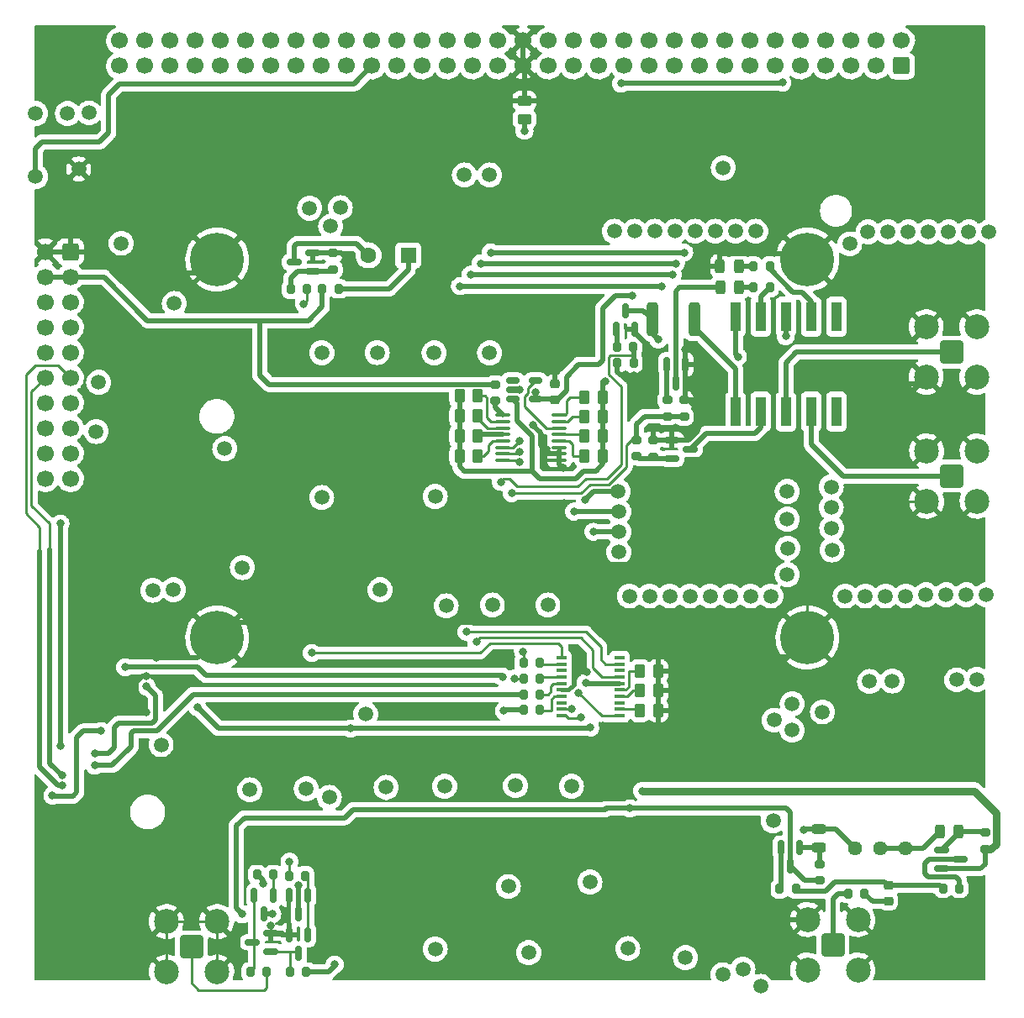
<source format=gbr>
%TF.GenerationSoftware,KiCad,Pcbnew,(6.0.5)*%
%TF.CreationDate,2022-06-30T03:28:59+08:00*%
%TF.ProjectId,lkt100a1_bclamp,6c6b7431-3030-4613-915f-62636c616d70,rev?*%
%TF.SameCoordinates,Original*%
%TF.FileFunction,Copper,L2,Bot*%
%TF.FilePolarity,Positive*%
%FSLAX46Y46*%
G04 Gerber Fmt 4.6, Leading zero omitted, Abs format (unit mm)*
G04 Created by KiCad (PCBNEW (6.0.5)) date 2022-06-30 03:28:59*
%MOMM*%
%LPD*%
G01*
G04 APERTURE LIST*
G04 Aperture macros list*
%AMRoundRect*
0 Rectangle with rounded corners*
0 $1 Rounding radius*
0 $2 $3 $4 $5 $6 $7 $8 $9 X,Y pos of 4 corners*
0 Add a 4 corners polygon primitive as box body*
4,1,4,$2,$3,$4,$5,$6,$7,$8,$9,$2,$3,0*
0 Add four circle primitives for the rounded corners*
1,1,$1+$1,$2,$3*
1,1,$1+$1,$4,$5*
1,1,$1+$1,$6,$7*
1,1,$1+$1,$8,$9*
0 Add four rect primitives between the rounded corners*
20,1,$1+$1,$2,$3,$4,$5,0*
20,1,$1+$1,$4,$5,$6,$7,0*
20,1,$1+$1,$6,$7,$8,$9,0*
20,1,$1+$1,$8,$9,$2,$3,0*%
G04 Aperture macros list end*
%TA.AperFunction,ComponentPad*%
%ADD10C,1.500000*%
%TD*%
%TA.AperFunction,ComponentPad*%
%ADD11C,0.800000*%
%TD*%
%TA.AperFunction,ComponentPad*%
%ADD12C,5.400000*%
%TD*%
%TA.AperFunction,SMDPad,CuDef*%
%ADD13RoundRect,0.200000X0.200000X0.275000X-0.200000X0.275000X-0.200000X-0.275000X0.200000X-0.275000X0*%
%TD*%
%TA.AperFunction,SMDPad,CuDef*%
%ADD14RoundRect,0.200000X-0.275000X0.200000X-0.275000X-0.200000X0.275000X-0.200000X0.275000X0.200000X0*%
%TD*%
%TA.AperFunction,SMDPad,CuDef*%
%ADD15RoundRect,0.250000X0.450000X-0.262500X0.450000X0.262500X-0.450000X0.262500X-0.450000X-0.262500X0*%
%TD*%
%TA.AperFunction,SMDPad,CuDef*%
%ADD16RoundRect,0.250000X0.262500X0.450000X-0.262500X0.450000X-0.262500X-0.450000X0.262500X-0.450000X0*%
%TD*%
%TA.AperFunction,SMDPad,CuDef*%
%ADD17RoundRect,0.200000X0.275000X-0.200000X0.275000X0.200000X-0.275000X0.200000X-0.275000X-0.200000X0*%
%TD*%
%TA.AperFunction,ComponentPad*%
%ADD18RoundRect,0.200100X-0.949900X-0.949900X0.949900X-0.949900X0.949900X0.949900X-0.949900X0.949900X0*%
%TD*%
%TA.AperFunction,ComponentPad*%
%ADD19C,2.500000*%
%TD*%
%TA.AperFunction,SMDPad,CuDef*%
%ADD20RoundRect,0.150000X0.587500X0.150000X-0.587500X0.150000X-0.587500X-0.150000X0.587500X-0.150000X0*%
%TD*%
%TA.AperFunction,SMDPad,CuDef*%
%ADD21RoundRect,0.150000X-0.512500X-0.150000X0.512500X-0.150000X0.512500X0.150000X-0.512500X0.150000X0*%
%TD*%
%TA.AperFunction,SMDPad,CuDef*%
%ADD22RoundRect,0.200000X-0.200000X-0.275000X0.200000X-0.275000X0.200000X0.275000X-0.200000X0.275000X0*%
%TD*%
%TA.AperFunction,SMDPad,CuDef*%
%ADD23RoundRect,0.243750X-0.243750X-0.456250X0.243750X-0.456250X0.243750X0.456250X-0.243750X0.456250X0*%
%TD*%
%TA.AperFunction,ComponentPad*%
%ADD24RoundRect,0.200100X0.949900X-0.949900X0.949900X0.949900X-0.949900X0.949900X-0.949900X-0.949900X0*%
%TD*%
%TA.AperFunction,SMDPad,CuDef*%
%ADD25RoundRect,0.250000X0.312500X1.450000X-0.312500X1.450000X-0.312500X-1.450000X0.312500X-1.450000X0*%
%TD*%
%TA.AperFunction,SMDPad,CuDef*%
%ADD26RoundRect,0.150000X-0.150000X0.587500X-0.150000X-0.587500X0.150000X-0.587500X0.150000X0.587500X0*%
%TD*%
%TA.AperFunction,SMDPad,CuDef*%
%ADD27R,1.000000X0.400000*%
%TD*%
%TA.AperFunction,SMDPad,CuDef*%
%ADD28RoundRect,0.225000X-0.250000X0.225000X-0.250000X-0.225000X0.250000X-0.225000X0.250000X0.225000X0*%
%TD*%
%TA.AperFunction,SMDPad,CuDef*%
%ADD29RoundRect,0.250000X-0.262500X-0.450000X0.262500X-0.450000X0.262500X0.450000X-0.262500X0.450000X0*%
%TD*%
%TA.AperFunction,SMDPad,CuDef*%
%ADD30RoundRect,0.243750X0.243750X0.456250X-0.243750X0.456250X-0.243750X-0.456250X0.243750X-0.456250X0*%
%TD*%
%TA.AperFunction,ComponentPad*%
%ADD31R,1.600000X1.600000*%
%TD*%
%TA.AperFunction,ComponentPad*%
%ADD32C,1.600000*%
%TD*%
%TA.AperFunction,SMDPad,CuDef*%
%ADD33RoundRect,0.100000X0.637500X0.100000X-0.637500X0.100000X-0.637500X-0.100000X0.637500X-0.100000X0*%
%TD*%
%TA.AperFunction,SMDPad,CuDef*%
%ADD34RoundRect,0.150000X-0.587500X-0.150000X0.587500X-0.150000X0.587500X0.150000X-0.587500X0.150000X0*%
%TD*%
%TA.AperFunction,SMDPad,CuDef*%
%ADD35R,1.000000X3.000000*%
%TD*%
%TA.AperFunction,ComponentPad*%
%ADD36RoundRect,0.250000X0.600000X-0.600000X0.600000X0.600000X-0.600000X0.600000X-0.600000X-0.600000X0*%
%TD*%
%TA.AperFunction,ComponentPad*%
%ADD37C,1.700000*%
%TD*%
%TA.AperFunction,SMDPad,CuDef*%
%ADD38RoundRect,0.150000X0.150000X-0.587500X0.150000X0.587500X-0.150000X0.587500X-0.150000X-0.587500X0*%
%TD*%
%TA.AperFunction,SMDPad,CuDef*%
%ADD39RoundRect,0.225000X0.250000X-0.225000X0.250000X0.225000X-0.250000X0.225000X-0.250000X-0.225000X0*%
%TD*%
%TA.AperFunction,SMDPad,CuDef*%
%ADD40RoundRect,0.243750X-0.456250X0.243750X-0.456250X-0.243750X0.456250X-0.243750X0.456250X0.243750X0*%
%TD*%
%TA.AperFunction,ComponentPad*%
%ADD41C,1.440000*%
%TD*%
%TA.AperFunction,ComponentPad*%
%ADD42RoundRect,0.250000X0.600000X0.600000X-0.600000X0.600000X-0.600000X-0.600000X0.600000X-0.600000X0*%
%TD*%
%TA.AperFunction,ViaPad*%
%ADD43C,0.800000*%
%TD*%
%TA.AperFunction,Conductor*%
%ADD44C,0.500000*%
%TD*%
%TA.AperFunction,Conductor*%
%ADD45C,0.508000*%
%TD*%
%TA.AperFunction,Conductor*%
%ADD46C,0.254000*%
%TD*%
%TA.AperFunction,Conductor*%
%ADD47C,0.381000*%
%TD*%
%TA.AperFunction,Conductor*%
%ADD48C,0.250000*%
%TD*%
%TA.AperFunction,Conductor*%
%ADD49C,0.762000*%
%TD*%
G04 APERTURE END LIST*
D10*
%TO.P,TP82,1,1*%
%TO.N,Net-(R75-Pad1)*%
X122555000Y-57341000D03*
%TD*%
%TO.P,TP29,1,1*%
%TO.N,/CAN1_H*%
X142392400Y-87274400D03*
%TD*%
%TO.P,TP51,1,1*%
%TO.N,unconnected-(TP51-Pad1)*%
X103415800Y-113284000D03*
%TD*%
%TO.P,TP3,1,1*%
%TO.N,Net-(R19-Pad2)*%
X91033600Y-84175600D03*
%TD*%
%TO.P,TP48,1,1*%
%TO.N,unconnected-(TP48-Pad1)*%
X113805000Y-95021400D03*
%TD*%
%TO.P,TP97,1,1*%
%TO.N,Net-(R94-Pad2)*%
X65430400Y-45466000D03*
%TD*%
%TO.P,TP63,1,1*%
%TO.N,Net-(R52-Pad2)*%
X134239000Y-94107000D03*
%TD*%
%TO.P,TP70,1,1*%
%TO.N,Net-(R61-Pad2)*%
X131470400Y-50952400D03*
%TD*%
%TO.P,TP9,1,1*%
%TO.N,Net-(R4-Pad2)*%
X151892000Y-93980000D03*
%TD*%
%TO.P,TP47,1,1*%
%TO.N,unconnected-(TP47-Pad1)*%
X141462000Y-105790009D03*
%TD*%
%TO.P,TP24,1,1*%
%TO.N,Net-(R16-Pad2)*%
X148488400Y-102666800D03*
%TD*%
%TO.P,TP32,1,1*%
%TO.N,/CAN2_L*%
X142341600Y-85191600D03*
%TD*%
%TO.P,TP18,1,1*%
%TO.N,Net-(R10-Pad2)*%
X137922000Y-83566000D03*
%TD*%
%TO.P,TP96,1,1*%
%TO.N,Net-(R93-Pad2)*%
X67614800Y-45415200D03*
%TD*%
%TO.P,TP58,1,1*%
%TO.N,Net-(R47-Pad2)*%
X102463600Y-129692400D03*
%TD*%
%TO.P,TP69,1,1*%
%TO.N,Net-(R58-Pad2)*%
X122047000Y-94107000D03*
%TD*%
%TO.P,TP35,1,1*%
%TO.N,Net-(R26-Pad2)*%
X68326000Y-77520800D03*
%TD*%
%TO.P,TP75,1,1*%
%TO.N,Net-(R66-Pad2)*%
X111887000Y-130048000D03*
%TD*%
%TO.P,TP40,1,1*%
%TO.N,Net-(R32-Pad2)*%
X156210000Y-57404000D03*
%TD*%
%TO.P,TP17,1,1*%
%TO.N,Net-(R9-Pad2)*%
X137922000Y-86360000D03*
%TD*%
%TO.P,TP86,1,1*%
%TO.N,Net-(R86-Pad2)*%
X91059000Y-69583000D03*
%TD*%
%TO.P,TP14,1,1*%
%TO.N,/SMU1*%
X62230000Y-51816000D03*
%TD*%
%TO.P,TP41,1,1*%
%TO.N,Net-(R33-Pad2)*%
X154178000Y-57404000D03*
%TD*%
%TO.P,TP10,1,1*%
%TO.N,Net-(R5-Pad2)*%
X149860000Y-94107000D03*
%TD*%
%TO.P,TP85,1,1*%
%TO.N,Net-(R85-Pad2)*%
X96631000Y-69569609D03*
%TD*%
%TO.P,TP34,1,1*%
%TO.N,Net-(R25-Pad2)*%
X76200000Y-64617600D03*
%TD*%
%TO.P,TP67,1,1*%
%TO.N,Net-(R56-Pad2)*%
X126111000Y-94107000D03*
%TD*%
%TO.P,TP88,1,1*%
%TO.N,Net-(R78-Pad1)*%
X96914000Y-93472000D03*
%TD*%
%TO.P,TP11,1,1*%
%TO.N,Net-(R6-Pad2)*%
X147828000Y-94107000D03*
%TD*%
%TO.P,TP36,1,1*%
%TO.N,Net-(R27-Pad2)*%
X68580000Y-72566809D03*
%TD*%
%TO.P,TP66,1,1*%
%TO.N,Net-(R55-Pad2)*%
X128143000Y-94107000D03*
%TD*%
%TO.P,TP27,1,1*%
%TO.N,/COM2_RX*%
X120954800Y-89662000D03*
%TD*%
%TO.P,TP59,1,1*%
%TO.N,Net-(R48-Pad2)*%
X127660400Y-130556000D03*
%TD*%
%TO.P,TP42,1,1*%
%TO.N,Net-(R34-Pad2)*%
X152146000Y-57404000D03*
%TD*%
%TO.P,TP91,1,1*%
%TO.N,Net-(R81-Pad1)*%
X110556000Y-113233200D03*
%TD*%
%TO.P,TP15,1,1*%
%TO.N,GND*%
X66557400Y-51078409D03*
%TD*%
%TO.P,TP60,1,1*%
%TO.N,Net-(R49-Pad2)*%
X133451600Y-131724400D03*
%TD*%
%TO.P,TP7,1,1*%
%TO.N,Net-(R2-Pad2)*%
X155956000Y-93980000D03*
%TD*%
%TO.P,TP2,1,1*%
%TO.N,Net-(R18-Pad2)*%
X95462600Y-106018609D03*
%TD*%
D11*
%TO.P,H3,1,1*%
%TO.N,GND*%
X138522109Y-96866109D03*
X141979000Y-98298000D03*
D12*
X139954000Y-98298000D03*
D11*
X141385891Y-96866109D03*
X139954000Y-96273000D03*
X139954000Y-100323000D03*
X138522109Y-99729891D03*
X137929000Y-98298000D03*
X141385891Y-99729891D03*
%TD*%
D10*
%TO.P,TP76,1,1*%
%TO.N,Net-(R69-Pad1)*%
X134747000Y-57341000D03*
%TD*%
%TO.P,TP92,1,1*%
%TO.N,Net-(R82-Pad1)*%
X97523000Y-113385600D03*
%TD*%
%TO.P,TP37,1,1*%
%TO.N,Net-(R28-Pad2)*%
X74859007Y-109092009D03*
%TD*%
%TO.P,TP64,1,1*%
%TO.N,Net-(R53-Pad2)*%
X132207000Y-94107000D03*
%TD*%
%TO.P,TP6,1,1*%
%TO.N,Net-(R1-Pad2)*%
X157988000Y-93980000D03*
%TD*%
%TO.P,TP79,1,1*%
%TO.N,Net-(R72-Pad1)*%
X128651000Y-57341000D03*
%TD*%
%TO.P,TP22,1,1*%
%TO.N,Net-(R14-Pad2)*%
X157022800Y-102514400D03*
%TD*%
%TO.P,TP100,1,1*%
%TO.N,Net-(R97-Pad2)*%
X89814400Y-55016400D03*
%TD*%
%TO.P,TP26,1,1*%
%TO.N,/COM1_RX*%
X120904000Y-83566000D03*
%TD*%
%TO.P,TP13,1,1*%
%TO.N,Net-(R8-Pad2)*%
X143764000Y-94107000D03*
%TD*%
%TO.P,TP44,1,1*%
%TO.N,Net-(R36-Pad2)*%
X148082000Y-57404000D03*
%TD*%
%TO.P,TP93,1,1*%
%TO.N,Net-(R83-Pad1)*%
X83794600Y-113639600D03*
%TD*%
%TO.P,TP28,1,1*%
%TO.N,/COM2_TX*%
X120954800Y-87630000D03*
%TD*%
%TO.P,TP65,1,1*%
%TO.N,Net-(R54-Pad2)*%
X130175000Y-94107000D03*
%TD*%
%TO.P,TP12,1,1*%
%TO.N,Net-(R7-Pad2)*%
X145796000Y-94107000D03*
%TD*%
%TO.P,TP57,1,1*%
%TO.N,Net-(R45-Pad2)*%
X138414000Y-104977209D03*
%TD*%
%TO.P,TP53,1,1*%
%TO.N,Net-(R41-Pad2)*%
X136499600Y-116789200D03*
%TD*%
%TO.P,TP54,1,1*%
%TO.N,Net-(R42-Pad2)*%
X103581200Y-95097600D03*
%TD*%
%TO.P,TP38,1,1*%
%TO.N,Net-(R29-Pad2)*%
X62230000Y-45466000D03*
%TD*%
%TO.P,TP39,1,1*%
%TO.N,Net-(R31-Pad2)*%
X158242000Y-57404000D03*
%TD*%
%TO.P,TP49,1,1*%
%TO.N,unconnected-(TP49-Pad1)*%
X138414000Y-107618809D03*
%TD*%
%TO.P,TP16,1,1*%
%TO.N,unconnected-(TP16-Pad1)*%
X70840600Y-58547000D03*
%TD*%
%TO.P,TP19,1,1*%
%TO.N,Net-(R11-Pad2)*%
X137972800Y-89306400D03*
%TD*%
%TO.P,TP68,1,1*%
%TO.N,Net-(R57-Pad2)*%
X124079000Y-94107000D03*
%TD*%
%TO.P,TP46,1,1*%
%TO.N,Net-(R38-Pad2)*%
X144205200Y-58622209D03*
%TD*%
%TO.P,TP56,1,1*%
%TO.N,Net-(R44-Pad2)*%
X107950000Y-51663600D03*
%TD*%
%TO.P,TP99,1,1*%
%TO.N,Net-(R96-Pad2)*%
X91948000Y-56845200D03*
%TD*%
%TO.P,TP8,1,1*%
%TO.N,Net-(R3-Pad2)*%
X153924000Y-93980000D03*
%TD*%
%TO.P,TP74,1,1*%
%TO.N,Net-(R65-Pad2)*%
X131419600Y-132283200D03*
%TD*%
%TO.P,TP95,1,1*%
%TO.N,Net-(R92-Pad2)*%
X76107800Y-93471009D03*
%TD*%
%TO.P,TP72,1,1*%
%TO.N,Net-(R63-Pad2)*%
X109829600Y-123393200D03*
%TD*%
%TO.P,TP87,1,1*%
%TO.N,Net-(R87-Pad2)*%
X102362000Y-69596000D03*
%TD*%
%TO.P,TP33,1,1*%
%TO.N,Net-(R24-Pad2)*%
X81280000Y-79248000D03*
%TD*%
%TO.P,TP84,1,1*%
%TO.N,Net-(R84-Pad2)*%
X107950000Y-69596000D03*
%TD*%
%TO.P,TP98,1,1*%
%TO.N,Net-(R95-Pad2)*%
X92913200Y-54965600D03*
%TD*%
%TO.P,TP77,1,1*%
%TO.N,Net-(R70-Pad1)*%
X132715000Y-57341000D03*
%TD*%
%TO.P,TP78,1,1*%
%TO.N,Net-(R71-Pad1)*%
X130683000Y-57341000D03*
%TD*%
D11*
%TO.P,H6,1,1*%
%TO.N,GND*%
X79086109Y-58766109D03*
X81949891Y-61629891D03*
X80518000Y-58173000D03*
X79086109Y-61629891D03*
X81949891Y-58766109D03*
X78493000Y-60198000D03*
X80518000Y-62223000D03*
D12*
X80518000Y-60198000D03*
D11*
X82543000Y-60198000D03*
%TD*%
D10*
%TO.P,TP83,1,1*%
%TO.N,Net-(R76-Pad1)*%
X120523000Y-57341000D03*
%TD*%
%TO.P,TP80,1,1*%
%TO.N,Net-(R73-Pad1)*%
X126619000Y-57341000D03*
%TD*%
%TO.P,TP25,1,1*%
%TO.N,/COM1_TX*%
X120954800Y-85598000D03*
%TD*%
%TO.P,TP43,1,1*%
%TO.N,Net-(R35-Pad2)*%
X150114000Y-57404000D03*
%TD*%
%TO.P,TP4,1,1*%
%TO.N,Net-(R20-Pad2)*%
X105410000Y-51663600D03*
%TD*%
%TO.P,TP94,1,1*%
%TO.N,Net-(R91-Pad2)*%
X74015600Y-93522800D03*
%TD*%
%TO.P,TP31,1,1*%
%TO.N,/CAN2_H*%
X142341600Y-83108800D03*
%TD*%
%TO.P,TP62,1,1*%
%TO.N,Net-(R51-Pad2)*%
X136271000Y-94107000D03*
%TD*%
%TO.P,TP30,1,1*%
%TO.N,/CAN1_L*%
X142443200Y-89458800D03*
%TD*%
%TO.P,TP21,1,1*%
%TO.N,Net-(R13-Pad2)*%
X154990800Y-102565200D03*
%TD*%
%TO.P,TP61,1,1*%
%TO.N,Net-(R50-Pad2)*%
X135229600Y-133451600D03*
%TD*%
%TO.P,TP89,1,1*%
%TO.N,Net-(R79-Pad1)*%
X108217000Y-95021400D03*
%TD*%
%TO.P,TP50,1,1*%
%TO.N,unconnected-(TP50-Pad1)*%
X116194800Y-113284000D03*
%TD*%
%TO.P,TP71,1,1*%
%TO.N,Net-(R62-Pad2)*%
X118059200Y-122936000D03*
%TD*%
%TO.P,TP73,1,1*%
%TO.N,Net-(R64-Pad2)*%
X121869200Y-129641600D03*
%TD*%
%TO.P,TP52,1,1*%
%TO.N,unconnected-(TP52-Pad1)*%
X89484200Y-113538000D03*
%TD*%
D11*
%TO.P,H1,1,1*%
%TO.N,GND*%
X139954000Y-62223000D03*
D12*
X139954000Y-60198000D03*
D11*
X141979000Y-60198000D03*
X137929000Y-60198000D03*
X141385891Y-58766109D03*
X139954000Y-58173000D03*
X141385891Y-61629891D03*
X138522109Y-58766109D03*
X138522109Y-61629891D03*
%TD*%
%TO.P,H5,1,1*%
%TO.N,GND*%
X80518000Y-100323000D03*
X79086109Y-99729891D03*
X81949891Y-99729891D03*
X78493000Y-98298000D03*
X82543000Y-98298000D03*
X79086109Y-96866109D03*
X80518000Y-96273000D03*
D12*
X80518000Y-98298000D03*
D11*
X81949891Y-96866109D03*
%TD*%
D10*
%TO.P,TP55,1,1*%
%TO.N,Net-(R43-Pad2)*%
X102463600Y-84074000D03*
%TD*%
%TO.P,TP90,1,1*%
%TO.N,Net-(R80-Pad1)*%
X83058000Y-91236800D03*
%TD*%
%TO.P,TP45,1,1*%
%TO.N,Net-(R37-Pad2)*%
X146050000Y-57404000D03*
%TD*%
%TO.P,TP81,1,1*%
%TO.N,Net-(R74-Pad1)*%
X124587000Y-57341000D03*
%TD*%
%TO.P,TP23,1,1*%
%TO.N,Net-(R15-Pad2)*%
X146202400Y-102717600D03*
%TD*%
%TO.P,TP5,1,1*%
%TO.N,Net-(R21-Pad2)*%
X136601200Y-106629200D03*
%TD*%
%TO.P,TP1,1,1*%
%TO.N,Net-(R17-Pad2)*%
X91795600Y-114401600D03*
%TD*%
%TO.P,TP20,1,1*%
%TO.N,Net-(R12-Pad2)*%
X137922000Y-91948000D03*
%TD*%
D13*
%TO.P,R114,1*%
%TO.N,/BUZZER*%
X89582000Y-63168809D03*
%TO.P,R114,2*%
%TO.N,Net-(Q8-Pad2)*%
X87932000Y-63168809D03*
%TD*%
D14*
%TO.P,R60,1*%
%TO.N,Net-(D2-Pad1)*%
X157832800Y-117969809D03*
%TO.P,R60,2*%
%TO.N,-12VA*%
X157832800Y-119619809D03*
%TD*%
D15*
%TO.P,R98,1*%
%TO.N,GNDA*%
X111464600Y-46021909D03*
%TO.P,R98,2*%
%TO.N,GND*%
X111464600Y-44196909D03*
%TD*%
D16*
%TO.P,R123,1*%
%TO.N,/AIN0*%
X119336700Y-74040009D03*
%TO.P,R123,2*%
%TO.N,Net-(R123-Pad2)*%
X117511700Y-74040009D03*
%TD*%
D17*
%TO.P,R128,1*%
%TO.N,/ANT1_SHORT*%
X127517400Y-76021209D03*
%TO.P,R128,2*%
%TO.N,GND*%
X127517400Y-74371209D03*
%TD*%
D18*
%TO.P,J1,1,In*%
%TO.N,Net-(J1-Pad1)*%
X77936600Y-129462809D03*
D19*
%TO.P,J1,2,Ext*%
%TO.N,GND*%
X75396600Y-132002809D03*
X80476600Y-132002809D03*
X80476600Y-126922809D03*
X75396600Y-126922809D03*
%TD*%
D20*
%TO.P,Q8,1,E*%
%TO.N,GND*%
X90151700Y-59501009D03*
%TO.P,Q8,2,B*%
%TO.N,Net-(Q8-Pad2)*%
X90151700Y-61401009D03*
%TO.P,Q8,3,C*%
%TO.N,Net-(BZ1-Pad2)*%
X88276700Y-60451009D03*
%TD*%
D21*
%TO.P,U3,1*%
%TO.N,/AIN0*%
X110301700Y-74278809D03*
%TO.P,U3,2,V-*%
%TO.N,GNDA*%
X110301700Y-73328809D03*
%TO.P,U3,3,+*%
%TO.N,unconnected-(U3-Pad3)*%
X110301700Y-72378809D03*
%TO.P,U3,4,-*%
%TO.N,Net-(U2-Pad3)*%
X112576700Y-72378809D03*
%TO.P,U3,5,V+*%
%TO.N,+5V*%
X112576700Y-74278809D03*
%TD*%
D22*
%TO.P,R39,1*%
%TO.N,Net-(Q2-Pad3)*%
X87842600Y-132002809D03*
%TO.P,R39,2*%
%TO.N,+3V3*%
X89492600Y-132002809D03*
%TD*%
%TO.P,R116,1*%
%TO.N,+3V3*%
X91107000Y-63143409D03*
%TO.P,R116,2*%
%TO.N,Net-(BZ1-Pad1)*%
X92757000Y-63143409D03*
%TD*%
D23*
%TO.P,D5,1,K*%
%TO.N,GND*%
X131151900Y-60857409D03*
%TO.P,D5,2,A*%
%TO.N,Net-(D5-Pad2)*%
X133026900Y-60857409D03*
%TD*%
D17*
%TO.P,R59,1*%
%TO.N,+12VA*%
X141221200Y-122769409D03*
%TO.P,R59,2*%
%TO.N,Net-(D1-Pad2)*%
X141221200Y-121119409D03*
%TD*%
D24*
%TO.P,J7,1,In*%
%TO.N,Net-(J7-Pad1)*%
X154503000Y-82015609D03*
D19*
%TO.P,J7,2,Ext*%
%TO.N,GND*%
X157043000Y-79475609D03*
X157043000Y-84555609D03*
X151963000Y-79475609D03*
X151963000Y-84555609D03*
%TD*%
D16*
%TO.P,R124,1*%
%TO.N,/AIN0*%
X119336700Y-79983609D03*
%TO.P,R124,2*%
%TO.N,Net-(R124-Pad2)*%
X117511700Y-79983609D03*
%TD*%
D25*
%TO.P,D3,1,K*%
%TO.N,Net-(D3-Pad1)*%
X128588100Y-66216809D03*
%TO.P,D3,2,A*%
%TO.N,Net-(D3-Pad2)*%
X124313100Y-66216809D03*
%TD*%
D26*
%TO.P,Q10,1,G*%
%TO.N,Net-(Q10-Pad1)*%
X125754600Y-70765709D03*
%TO.P,Q10,2,S*%
%TO.N,GND*%
X127654600Y-70765709D03*
%TO.P,Q10,3,D*%
%TO.N,Net-(D4-Pad1)*%
X126704600Y-72640709D03*
%TD*%
D27*
%TO.P,U1,1,~{INT}*%
%TO.N,unconnected-(U1-Pad1)*%
X121015600Y-100325009D03*
%TO.P,U1,2,SCL*%
%TO.N,/I2C1_SCL*%
X121015600Y-100975009D03*
%TO.P,U1,3,NC*%
%TO.N,unconnected-(U1-Pad3)*%
X121015600Y-101625009D03*
%TO.P,U1,4,SDA*%
%TO.N,/I2C1_SDA*%
X121015600Y-102275009D03*
%TO.P,U1,5,VDD*%
%TO.N,+3V3*%
X121015600Y-102925009D03*
%TO.P,U1,6,A0*%
%TO.N,Net-(R88-Pad1)*%
X121015600Y-103575009D03*
%TO.P,U1,7,A1*%
%TO.N,Net-(R89-Pad1)*%
X121015600Y-104225009D03*
%TO.P,U1,8,NC*%
%TO.N,unconnected-(U1-Pad8)*%
X121015600Y-104875009D03*
%TO.P,U1,9,A2*%
%TO.N,Net-(R90-Pad1)*%
X121015600Y-105525009D03*
%TO.P,U1,10,P0*%
%TO.N,/GPX0_P0*%
X121015600Y-106175009D03*
%TO.P,U1,11,P1*%
%TO.N,/GPX0_P1*%
X115215600Y-106175009D03*
%TO.P,U1,12,P2*%
%TO.N,/GPX0_P2*%
X115215600Y-105525009D03*
%TO.P,U1,13,NC*%
%TO.N,unconnected-(U1-Pad13)*%
X115215600Y-104875009D03*
%TO.P,U1,14,P3*%
%TO.N,/GPX0_P3*%
X115215600Y-104225009D03*
%TO.P,U1,15,VSS*%
%TO.N,GND*%
X115215600Y-103575009D03*
%TO.P,U1,16,P4*%
%TO.N,/GPX0_P4*%
X115215600Y-102925009D03*
%TO.P,U1,17,P5*%
%TO.N,/GPX0_P5*%
X115215600Y-102275009D03*
%TO.P,U1,18,NC*%
%TO.N,unconnected-(U1-Pad18)*%
X115215600Y-101625009D03*
%TO.P,U1,19,P6*%
%TO.N,/GPX0_P6*%
X115215600Y-100975009D03*
%TO.P,U1,20,P7*%
%TO.N,/BUZZER*%
X115215600Y-100325009D03*
%TD*%
D26*
%TO.P,Q2,1,E*%
%TO.N,GND*%
X87756200Y-128271309D03*
%TO.P,Q2,2,B*%
%TO.N,Net-(Q1-Pad2)*%
X89656200Y-128271309D03*
%TO.P,Q2,3,C*%
%TO.N,Net-(Q2-Pad3)*%
X88706200Y-130146309D03*
%TD*%
D28*
%TO.P,C8,1*%
%TO.N,GND*%
X114510700Y-72757009D03*
%TO.P,C8,2*%
%TO.N,+5V*%
X114510700Y-74307009D03*
%TD*%
D22*
%TO.P,R108,1*%
%TO.N,/ANT1_SHORT*%
X111347000Y-100862409D03*
%TO.P,R108,2*%
%TO.N,/GPX0_P6*%
X112997000Y-100862409D03*
%TD*%
D29*
%TO.P,R90,1*%
%TO.N,Net-(R90-Pad1)*%
X123097800Y-105637609D03*
%TO.P,R90,2*%
%TO.N,GND*%
X124922800Y-105637609D03*
%TD*%
D30*
%TO.P,D2,1,K*%
%TO.N,Net-(D2-Pad1)*%
X155163500Y-117829609D03*
%TO.P,D2,2,A*%
%TO.N,Net-(D2-Pad2)*%
X153288500Y-117829609D03*
%TD*%
D31*
%TO.P,BZ1,1,-*%
%TO.N,Net-(BZ1-Pad1)*%
X99748600Y-59765209D03*
D32*
%TO.P,BZ1,2,+*%
%TO.N,Net-(BZ1-Pad2)*%
X95748600Y-59765209D03*
%TD*%
D14*
%TO.P,R132,1*%
%TO.N,GND*%
X124390900Y-78432209D03*
%TO.P,R132,2*%
%TO.N,Net-(Q11-Pad1)*%
X124390900Y-80082209D03*
%TD*%
D29*
%TO.P,R121,1*%
%TO.N,/AIN0*%
X104913300Y-73938409D03*
%TO.P,R121,2*%
%TO.N,Net-(R121-Pad2)*%
X106738300Y-73938409D03*
%TD*%
D33*
%TO.P,U2,1,X4*%
%TO.N,Net-(R123-Pad2)*%
X114985600Y-75879809D03*
%TO.P,U2,2,X6*%
%TO.N,Net-(R125-Pad2)*%
X114985600Y-76529809D03*
%TO.P,U2,3,X*%
%TO.N,Net-(U2-Pad3)*%
X114985600Y-77179809D03*
%TO.P,U2,4,X7*%
%TO.N,Net-(R126-Pad2)*%
X114985600Y-77829809D03*
%TO.P,U2,5,X5*%
%TO.N,Net-(R124-Pad2)*%
X114985600Y-78479809D03*
%TO.P,U2,6,INH*%
%TO.N,GND*%
X114985600Y-79129809D03*
%TO.P,U2,7,VEE*%
X114985600Y-79779809D03*
%TO.P,U2,8,VSS*%
X114985600Y-80429809D03*
%TO.P,U2,9,C*%
%TO.N,/GPX0_P2*%
X109260600Y-80429809D03*
%TO.P,U2,10,B*%
%TO.N,/GPX0_P1*%
X109260600Y-79779809D03*
%TO.P,U2,11,A*%
%TO.N,/GPX0_P0*%
X109260600Y-79129809D03*
%TO.P,U2,12,X3*%
%TO.N,Net-(R122-Pad2)*%
X109260600Y-78479809D03*
%TO.P,U2,13,X0*%
%TO.N,Net-(R119-Pad2)*%
X109260600Y-77829809D03*
%TO.P,U2,14,X1*%
%TO.N,Net-(R120-Pad2)*%
X109260600Y-77179809D03*
%TO.P,U2,15,X2*%
%TO.N,Net-(R121-Pad2)*%
X109260600Y-76529809D03*
%TO.P,U2,16,VDD*%
%TO.N,Net-(R117-Pad2)*%
X109260600Y-75879809D03*
%TD*%
D34*
%TO.P,Q6,1,E*%
%TO.N,-12VA*%
X153491700Y-121573609D03*
%TO.P,Q6,2,B*%
%TO.N,Net-(D2-Pad1)*%
X153491700Y-119673609D03*
%TO.P,Q6,3,C*%
%TO.N,Net-(Q6-Pad3)*%
X155366700Y-120623609D03*
%TD*%
D24*
%TO.P,J6,1,In*%
%TO.N,Net-(J6-Pad1)*%
X154452200Y-69518809D03*
D19*
%TO.P,J6,2,Ext*%
%TO.N,GND*%
X156992200Y-66978809D03*
X151912200Y-72058809D03*
X156992200Y-72058809D03*
X151912200Y-66978809D03*
%TD*%
D23*
%TO.P,D4,1,K*%
%TO.N,Net-(D4-Pad1)*%
X131162800Y-63016409D03*
%TO.P,D4,2,A*%
%TO.N,Net-(D4-Pad2)*%
X133037800Y-63016409D03*
%TD*%
D26*
%TO.P,Q3,1,E*%
%TO.N,Net-(Q3-Pad1)*%
X84251000Y-124308909D03*
%TO.P,Q3,2,B*%
%TO.N,Net-(Q3-Pad2)*%
X86151000Y-124308909D03*
%TO.P,Q3,3,C*%
%TO.N,+12VA*%
X85201000Y-126183909D03*
%TD*%
D35*
%TO.P,K1,1*%
%TO.N,Net-(D3-Pad2)*%
X132699000Y-65958009D03*
%TO.P,K1,2*%
%TO.N,Net-(K1-Pad2)*%
X135239000Y-65958009D03*
%TO.P,K1,3*%
%TO.N,+5V*%
X137779000Y-65958009D03*
%TO.P,K1,4*%
%TO.N,Net-(K1-Pad4)*%
X140319000Y-65958009D03*
%TO.P,K1,5*%
%TO.N,N/C*%
X142859000Y-65958009D03*
%TO.P,K1,6*%
X142859000Y-75518009D03*
%TO.P,K1,7*%
%TO.N,Net-(J7-Pad1)*%
X140319000Y-75518009D03*
%TO.P,K1,8*%
%TO.N,Net-(J6-Pad1)*%
X137779000Y-75518009D03*
%TO.P,K1,9*%
%TO.N,Net-(K1-Pad9)*%
X135239000Y-75518009D03*
%TO.P,K1,10*%
%TO.N,Net-(D3-Pad1)*%
X132699000Y-75518009D03*
%TD*%
D13*
%TO.P,R77,1*%
%TO.N,Net-(C1-Pad1)*%
X145716000Y-124078009D03*
%TO.P,R77,2*%
%TO.N,Net-(J2-Pad1)*%
X144066000Y-124078009D03*
%TD*%
%TO.P,R131,1*%
%TO.N,Net-(K1-Pad4)*%
X136165600Y-60857409D03*
%TO.P,R131,2*%
%TO.N,Net-(D5-Pad2)*%
X134515600Y-60857409D03*
%TD*%
D36*
%TO.P,J4,1,Pin_1*%
%TO.N,/RESV1*%
X149437600Y-40672309D03*
D37*
%TO.P,J4,2,Pin_2*%
%TO.N,/RESV2*%
X149437600Y-38132309D03*
%TO.P,J4,3,Pin_3*%
%TO.N,/SPI2_CS*%
X146897600Y-40672309D03*
%TO.P,J4,4,Pin_4*%
%TO.N,/SPI2_MISO*%
X146897600Y-38132309D03*
%TO.P,J4,5,Pin_5*%
%TO.N,/SPI2_SCK*%
X144357600Y-40672309D03*
%TO.P,J4,6,Pin_6*%
%TO.N,/SPI2_MOSI*%
X144357600Y-38132309D03*
%TO.P,J4,7,Pin_7*%
%TO.N,/SMU2*%
X141817600Y-40672309D03*
%TO.P,J4,8,Pin_8*%
%TO.N,/SMU7*%
X141817600Y-38132309D03*
%TO.P,J4,9,Pin_9*%
%TO.N,/SMU3*%
X139277600Y-40672309D03*
%TO.P,J4,10,Pin_10*%
%TO.N,/SMU8*%
X139277600Y-38132309D03*
%TO.P,J4,11,Pin_11*%
%TO.N,/SMU4*%
X136737600Y-40672309D03*
%TO.P,J4,12,Pin_12*%
%TO.N,/SMU9*%
X136737600Y-38132309D03*
%TO.P,J4,13,Pin_13*%
%TO.N,/AIN4*%
X134197600Y-40672309D03*
%TO.P,J4,14,Pin_14*%
%TO.N,/AIN0*%
X134197600Y-38132309D03*
%TO.P,J4,15,Pin_15*%
%TO.N,/AIN5*%
X131657600Y-40672309D03*
%TO.P,J4,16,Pin_16*%
%TO.N,/AIN1*%
X131657600Y-38132309D03*
%TO.P,J4,17,Pin_17*%
%TO.N,/AIN6*%
X129117600Y-40672309D03*
%TO.P,J4,18,Pin_18*%
%TO.N,/AIN2*%
X129117600Y-38132309D03*
%TO.P,J4,19,Pin_19*%
%TO.N,/AIN7*%
X126577600Y-40672309D03*
%TO.P,J4,20,Pin_20*%
%TO.N,/AIN3*%
X126577600Y-38132309D03*
%TO.P,J4,21,Pin_21*%
%TO.N,/SMU5*%
X124037600Y-40672309D03*
%TO.P,J4,22,Pin_22*%
%TO.N,/AOUT0*%
X124037600Y-38132309D03*
%TO.P,J4,23,Pin_23*%
%TO.N,/SMU6*%
X121497600Y-40672309D03*
%TO.P,J4,24,Pin_24*%
%TO.N,/AOUT1*%
X121497600Y-38132309D03*
%TO.P,J4,25,Pin_25*%
%TO.N,/COM2_TX*%
X118957600Y-40672309D03*
%TO.P,J4,26,Pin_26*%
%TO.N,/COM2_RX*%
X118957600Y-38132309D03*
%TO.P,J4,27,Pin_27*%
%TO.N,/COM1_TX*%
X116417600Y-40672309D03*
%TO.P,J4,28,Pin_28*%
%TO.N,/COM1_RX*%
X116417600Y-38132309D03*
%TO.P,J4,29,Pin_29*%
%TO.N,+12VA*%
X113877600Y-40672309D03*
%TO.P,J4,30,Pin_30*%
%TO.N,-12VA*%
X113877600Y-38132309D03*
%TO.P,J4,31,Pin_31*%
%TO.N,GND*%
X111337600Y-40672309D03*
%TO.P,J4,32,Pin_32*%
X111337600Y-38132309D03*
%TO.P,J4,33,Pin_33*%
%TO.N,+5V*%
X108797600Y-40672309D03*
%TO.P,J4,34,Pin_34*%
X108797600Y-38132309D03*
%TO.P,J4,35,Pin_35*%
%TO.N,/I2C1_SCL*%
X106257600Y-40672309D03*
%TO.P,J4,36,Pin_36*%
%TO.N,/I2C1_SDA*%
X106257600Y-38132309D03*
%TO.P,J4,37,Pin_37*%
%TO.N,/CAN1_H*%
X103717600Y-40672309D03*
%TO.P,J4,38,Pin_38*%
%TO.N,/CAN1_L*%
X103717600Y-38132309D03*
%TO.P,J4,39,Pin_39*%
%TO.N,/CAN2_H*%
X101177600Y-40672309D03*
%TO.P,J4,40,Pin_40*%
%TO.N,/CAN2_L*%
X101177600Y-38132309D03*
%TO.P,J4,41,Pin_41*%
%TO.N,/SMU0*%
X98637600Y-40672309D03*
%TO.P,J4,42,Pin_42*%
%TO.N,/DOUT0*%
X98637600Y-38132309D03*
%TO.P,J4,43,Pin_43*%
%TO.N,/SMU1*%
X96097600Y-40672309D03*
%TO.P,J4,44,Pin_44*%
%TO.N,/DOUT1*%
X96097600Y-38132309D03*
%TO.P,J4,45,Pin_45*%
%TO.N,/DIN4*%
X93557600Y-40672309D03*
%TO.P,J4,46,Pin_46*%
%TO.N,/DIN0*%
X93557600Y-38132309D03*
%TO.P,J4,47,Pin_47*%
%TO.N,/DIN5*%
X91017600Y-40672309D03*
%TO.P,J4,48,Pin_48*%
%TO.N,/DIN1*%
X91017600Y-38132309D03*
%TO.P,J4,49,Pin_49*%
%TO.N,/DIN6*%
X88477600Y-40672309D03*
%TO.P,J4,50,Pin_50*%
%TO.N,/DIN2*%
X88477600Y-38132309D03*
%TO.P,J4,51,Pin_51*%
%TO.N,/DIN7*%
X85937600Y-40672309D03*
%TO.P,J4,52,Pin_52*%
%TO.N,/DIN3*%
X85937600Y-38132309D03*
%TO.P,J4,53,Pin_53*%
%TO.N,/AOUT2*%
X83397600Y-40672309D03*
%TO.P,J4,54,Pin_54*%
%TO.N,/DOUT4*%
X83397600Y-38132309D03*
%TO.P,J4,55,Pin_55*%
%TO.N,/AOUT3*%
X80857600Y-40672309D03*
%TO.P,J4,56,Pin_56*%
%TO.N,/DOUT5*%
X80857600Y-38132309D03*
%TO.P,J4,57,Pin_57*%
%TO.N,/DOUT2*%
X78317600Y-40672309D03*
%TO.P,J4,58,Pin_58*%
%TO.N,/DOUT6*%
X78317600Y-38132309D03*
%TO.P,J4,59,Pin_59*%
%TO.N,/DOUT3*%
X75777600Y-40672309D03*
%TO.P,J4,60,Pin_60*%
%TO.N,/DOUT7*%
X75777600Y-38132309D03*
%TO.P,J4,61,Pin_61*%
%TO.N,/RESV61*%
X73237600Y-40672309D03*
%TO.P,J4,62,Pin_62*%
%TO.N,/RESV62*%
X73237600Y-38132309D03*
%TO.P,J4,63,Pin_63*%
%TO.N,/RESV63*%
X70697600Y-40672309D03*
%TO.P,J4,64,Pin_64*%
%TO.N,/RESV64*%
X70697600Y-38132309D03*
%TD*%
D38*
%TO.P,Q9,1,E*%
%TO.N,GND*%
X122574600Y-67205109D03*
%TO.P,Q9,2,B*%
%TO.N,Net-(Q9-Pad2)*%
X120674600Y-67205109D03*
%TO.P,Q9,3,C*%
%TO.N,Net-(D3-Pad2)*%
X121624600Y-65330109D03*
%TD*%
D14*
%TO.P,R133,1*%
%TO.N,/ANT1_SHORT*%
X122765300Y-78381409D03*
%TO.P,R133,2*%
%TO.N,Net-(Q11-Pad1)*%
X122765300Y-80031409D03*
%TD*%
D39*
%TO.P,C1,1*%
%TO.N,Net-(C1-Pad1)*%
X148091400Y-124853009D03*
%TO.P,C1,2*%
%TO.N,Net-(C1-Pad2)*%
X148091400Y-123303009D03*
%TD*%
D29*
%TO.P,R119,1*%
%TO.N,/AIN0*%
X104913300Y-78002409D03*
%TO.P,R119,2*%
%TO.N,Net-(R119-Pad2)*%
X106738300Y-78002409D03*
%TD*%
D22*
%TO.P,R107,1*%
%TO.N,/ANT1_OPEN*%
X111385600Y-102437209D03*
%TO.P,R107,2*%
%TO.N,/GPX0_P5*%
X113035600Y-102437209D03*
%TD*%
D13*
%TO.P,R130,1*%
%TO.N,Net-(K1-Pad2)*%
X136153400Y-63016409D03*
%TO.P,R130,2*%
%TO.N,Net-(D4-Pad2)*%
X134503400Y-63016409D03*
%TD*%
D34*
%TO.P,Q11,1,G*%
%TO.N,Net-(Q11-Pad1)*%
X126298200Y-80258009D03*
%TO.P,Q11,2,S*%
%TO.N,GND*%
X126298200Y-78358009D03*
%TO.P,Q11,3,D*%
%TO.N,Net-(K1-Pad9)*%
X128173200Y-79308009D03*
%TD*%
D26*
%TO.P,Q5,1,E*%
%TO.N,Net-(Q5-Pad1)*%
X137274000Y-119482909D03*
%TO.P,Q5,2,B*%
%TO.N,Net-(D1-Pad2)*%
X139174000Y-119482909D03*
%TO.P,Q5,3,C*%
%TO.N,+12VA*%
X138224000Y-121357909D03*
%TD*%
D22*
%TO.P,R67,1*%
%TO.N,Net-(Q5-Pad1)*%
X137157200Y-123620809D03*
%TO.P,R67,2*%
%TO.N,Net-(C1-Pad2)*%
X138807200Y-123620809D03*
%TD*%
D17*
%TO.P,R115,1*%
%TO.N,Net-(Q8-Pad2)*%
X92160600Y-61199809D03*
%TO.P,R115,2*%
%TO.N,GND*%
X92160600Y-59549809D03*
%TD*%
D20*
%TO.P,Q4,1,E*%
%TO.N,GND*%
X85935300Y-128055609D03*
%TO.P,Q4,2,B*%
%TO.N,Net-(Q2-Pad3)*%
X85935300Y-129955609D03*
%TO.P,Q4,3,C*%
%TO.N,Net-(Q3-Pad1)*%
X84060300Y-129005609D03*
%TD*%
D40*
%TO.P,D1,1,K*%
%TO.N,/AOUT0*%
X141068800Y-117603309D03*
%TO.P,D1,2,A*%
%TO.N,Net-(D1-Pad2)*%
X141068800Y-119478309D03*
%TD*%
D22*
%TO.P,R23,1*%
%TO.N,/DOUT0*%
X87728800Y-122300009D03*
%TO.P,R23,2*%
%TO.N,Net-(Q1-Pad2)*%
X89378800Y-122300009D03*
%TD*%
D13*
%TO.P,R118,1*%
%TO.N,/ANT1_OPEN*%
X122449600Y-70636409D03*
%TO.P,R118,2*%
%TO.N,GND*%
X120799600Y-70636409D03*
%TD*%
D22*
%TO.P,R68,1*%
%TO.N,Net-(C1-Pad2)*%
X153604200Y-123570009D03*
%TO.P,R68,2*%
%TO.N,Net-(Q6-Pad3)*%
X155254200Y-123570009D03*
%TD*%
D26*
%TO.P,Q1,1,E*%
%TO.N,GND*%
X87756200Y-124308909D03*
%TO.P,Q1,2,B*%
%TO.N,Net-(Q1-Pad2)*%
X89656200Y-124308909D03*
%TO.P,Q1,3,C*%
%TO.N,Net-(Q1-Pad3)*%
X88706200Y-126183909D03*
%TD*%
D41*
%TO.P,RV1,1,1*%
%TO.N,/AOUT0*%
X144726400Y-119506009D03*
%TO.P,RV1,2,2*%
%TO.N,Net-(D2-Pad2)*%
X147266400Y-119506009D03*
%TO.P,RV1,3,3*%
X149806400Y-119506009D03*
%TD*%
D16*
%TO.P,R125,1*%
%TO.N,/AIN0*%
X119336700Y-76021209D03*
%TO.P,R125,2*%
%TO.N,Net-(R125-Pad2)*%
X117511700Y-76021209D03*
%TD*%
D29*
%TO.P,R122,1*%
%TO.N,/AIN0*%
X104913300Y-79983609D03*
%TO.P,R122,2*%
%TO.N,Net-(R122-Pad2)*%
X106738300Y-79983609D03*
%TD*%
D17*
%TO.P,R129,1*%
%TO.N,/ANT1_SHORT*%
X125841000Y-75982609D03*
%TO.P,R129,2*%
%TO.N,Net-(Q10-Pad1)*%
X125841000Y-74332609D03*
%TD*%
D22*
%TO.P,R40,1*%
%TO.N,Net-(Q3-Pad1)*%
X83868000Y-132002809D03*
%TO.P,R40,2*%
%TO.N,Net-(J1-Pad1)*%
X85518000Y-132002809D03*
%TD*%
D16*
%TO.P,R126,1*%
%TO.N,/AIN0*%
X119336700Y-78002409D03*
%TO.P,R126,2*%
%TO.N,Net-(R126-Pad2)*%
X117511700Y-78002409D03*
%TD*%
D22*
%TO.P,R30,1*%
%TO.N,Net-(Q1-Pad3)*%
X84528400Y-122198409D03*
%TO.P,R30,2*%
%TO.N,Net-(Q3-Pad2)*%
X86178400Y-122198409D03*
%TD*%
D29*
%TO.P,R89,1*%
%TO.N,Net-(R89-Pad1)*%
X123097800Y-103656409D03*
%TO.P,R89,2*%
%TO.N,GND*%
X124922800Y-103656409D03*
%TD*%
%TO.P,R120,1*%
%TO.N,/AIN0*%
X104913300Y-75970409D03*
%TO.P,R120,2*%
%TO.N,Net-(R120-Pad2)*%
X106738300Y-75970409D03*
%TD*%
%TO.P,R88,1*%
%TO.N,Net-(R88-Pad1)*%
X123097800Y-101675209D03*
%TO.P,R88,2*%
%TO.N,GND*%
X124922800Y-101675209D03*
%TD*%
D22*
%TO.P,R106,1*%
%TO.N,/LCD_A0*%
X111359200Y-104012009D03*
%TO.P,R106,2*%
%TO.N,/GPX0_P4*%
X113009200Y-104012009D03*
%TD*%
D18*
%TO.P,J2,1,In*%
%TO.N,Net-(J2-Pad1)*%
X142503400Y-129259609D03*
D19*
%TO.P,J2,2,Ext*%
%TO.N,GND*%
X139963400Y-126719609D03*
X139963400Y-131799609D03*
X145043400Y-131799609D03*
X145043400Y-126719609D03*
%TD*%
D13*
%TO.P,R127,1*%
%TO.N,/ANT1_OPEN*%
X122398800Y-69010809D03*
%TO.P,R127,2*%
%TO.N,Net-(Q9-Pad2)*%
X120748800Y-69010809D03*
%TD*%
D14*
%TO.P,R117,1*%
%TO.N,+3V3*%
X108492800Y-72783209D03*
%TO.P,R117,2*%
%TO.N,Net-(R117-Pad2)*%
X108492800Y-74433209D03*
%TD*%
D42*
%TO.P,J5,1,Pin_1*%
%TO.N,GND*%
X65727100Y-59409609D03*
D37*
%TO.P,J5,2,Pin_2*%
X63187100Y-59409609D03*
%TO.P,J5,3,Pin_3*%
%TO.N,+3V3*%
X65727100Y-61949609D03*
%TO.P,J5,4,Pin_4*%
X63187100Y-61949609D03*
%TO.P,J5,5,Pin_5*%
%TO.N,unconnected-(J5-Pad5)*%
X65727100Y-64489609D03*
%TO.P,J5,6,Pin_6*%
%TO.N,unconnected-(J5-Pad6)*%
X63187100Y-64489609D03*
%TO.P,J5,7,Pin_7*%
%TO.N,unconnected-(J5-Pad7)*%
X65727100Y-67029609D03*
%TO.P,J5,8,Pin_8*%
%TO.N,unconnected-(J5-Pad8)*%
X63187100Y-67029609D03*
%TO.P,J5,9,Pin_9*%
%TO.N,/LCD_MISO*%
X65727100Y-69569609D03*
%TO.P,J5,10,Pin_10*%
%TO.N,/LCD_CS*%
X63187100Y-69569609D03*
%TO.P,J5,11,Pin_11*%
%TO.N,/LCD_MOSI*%
X65727100Y-72109609D03*
%TO.P,J5,12,Pin_12*%
%TO.N,/LCD_SCK*%
X63187100Y-72109609D03*
%TO.P,J5,13,Pin_13*%
%TO.N,/KEY_IN1*%
X65727100Y-74649609D03*
%TO.P,J5,14,Pin_14*%
%TO.N,/LED_OUT1*%
X63187100Y-74649609D03*
%TO.P,J5,15,Pin_15*%
%TO.N,/KEY_IN2*%
X65727100Y-77189609D03*
%TO.P,J5,16,Pin_16*%
%TO.N,/LED_OUT2*%
X63187100Y-77189609D03*
%TO.P,J5,17,Pin_17*%
%TO.N,/KEY_IN3*%
X65727100Y-79729609D03*
%TO.P,J5,18,Pin_18*%
%TO.N,/LED_OUT3*%
X63187100Y-79729609D03*
%TO.P,J5,19,Pin_19*%
%TO.N,/KEY_IN4*%
X65727100Y-82269609D03*
%TO.P,J5,20,Pin_20*%
%TO.N,/LED_OUT4*%
X63187100Y-82269609D03*
%TD*%
D22*
%TO.P,R105,1*%
%TO.N,/LCD_BSW*%
X111347000Y-105586809D03*
%TO.P,R105,2*%
%TO.N,/GPX0_P3*%
X112997000Y-105586809D03*
%TD*%
D43*
%TO.N,+3V3*%
X63914400Y-114221409D03*
X92338400Y-131266209D03*
X78520800Y-105332809D03*
X68818000Y-107720409D03*
X117636800Y-102843609D03*
X93938600Y-107466409D03*
X118094000Y-107364809D03*
%TO.N,GND*%
X127919607Y-48538409D03*
X123707400Y-69391809D03*
X70312407Y-124433609D03*
X67848607Y-95426809D03*
X92258007Y-91921609D03*
X122437400Y-71906409D03*
X124643007Y-48614609D03*
X82656807Y-105891609D03*
X115452400Y-84784209D03*
X99141407Y-119607609D03*
X73339200Y-102157809D03*
X85912200Y-127329209D03*
X103307007Y-60425609D03*
X127654600Y-69229209D03*
X123834400Y-85114409D03*
X68051807Y-129462809D03*
X131124200Y-71322209D03*
X146842607Y-110743009D03*
X78262607Y-112622609D03*
X76713207Y-46379409D03*
X153802207Y-47827209D03*
X129596007Y-103631009D03*
X103053007Y-120115609D03*
X128961007Y-109295209D03*
X109940600Y-69087009D03*
X130840607Y-122427009D03*
X153522807Y-110819209D03*
X65867407Y-39496009D03*
X74406000Y-100303609D03*
X99700207Y-57225209D03*
X105847007Y-128167409D03*
X143870807Y-48182809D03*
X75367007Y-120750609D03*
X153141807Y-43966409D03*
X148722207Y-63245009D03*
X128884807Y-119607609D03*
X124922800Y-107056209D03*
X153294207Y-107034609D03*
X113670207Y-118947209D03*
X97033207Y-127278409D03*
X102799007Y-105815409D03*
X95102807Y-47141409D03*
X76865607Y-69163209D03*
X90505407Y-47141409D03*
X81437607Y-69468009D03*
X89895807Y-105815409D03*
X96499807Y-77672209D03*
X115376200Y-81202809D03*
X117713000Y-101802209D03*
X147985607Y-75945009D03*
X139176000Y-72744609D03*
X153827607Y-39953209D03*
X117073807Y-128523009D03*
X77373607Y-84098409D03*
X127945007Y-83920609D03*
X73512807Y-51154609D03*
X119313200Y-107212409D03*
X68280407Y-89508609D03*
X122132600Y-45465009D03*
X73390000Y-105840809D03*
X149027007Y-107263209D03*
X146690207Y-44042609D03*
X128961007Y-98551009D03*
X76637007Y-54736009D03*
X124922800Y-126748809D03*
X79202407Y-117575609D03*
X99649407Y-49402009D03*
X112277400Y-76834009D03*
X92766007Y-74878209D03*
X98836607Y-75233809D03*
%TO.N,/CAN1_H*%
X107045000Y-60578009D03*
X126704600Y-60578009D03*
%TO.N,/CAN1_L*%
X108061000Y-59485809D03*
X127542800Y-59485809D03*
%TO.N,/CAN2_H*%
X125231400Y-62864009D03*
X104962200Y-62864009D03*
%TO.N,/CAN2_L*%
X106054400Y-61695609D03*
X126399800Y-61695609D03*
%TO.N,GNDA*%
X111464600Y-47217609D03*
X110982000Y-73328809D03*
%TO.N,/LCD_RST*%
X68233800Y-109981009D03*
X73402400Y-103237609D03*
%TO.N,/AOUT0*%
X139607800Y-117677209D03*
%TO.N,/LCD_A0*%
X68181600Y-111198809D03*
%TO.N,Net-(Q1-Pad3)*%
X88706200Y-123265209D03*
X85099400Y-123112809D03*
%TO.N,/LCD_BSW*%
X109229400Y-102234009D03*
X71254100Y-101291909D03*
X109381800Y-105688409D03*
%TO.N,+12VA*%
X83042000Y-126186209D03*
X122081800Y-115518209D03*
X86064600Y-126160809D03*
%TO.N,-12VA*%
X123301000Y-113765609D03*
%TO.N,+5V*%
X137779000Y-67918609D03*
X112576700Y-73551909D03*
X122335800Y-63803809D03*
%TO.N,/AIN0*%
X119618000Y-72490609D03*
X137423400Y-42366209D03*
X121167400Y-42442409D03*
%TO.N,/DOUT0*%
X87791800Y-120877609D03*
%TO.N,/COM2_TX*%
X118399791Y-87630000D03*
%TO.N,/COM1_RX*%
X117560600Y-84428609D03*
%TO.N,/COM1_TX*%
X116443991Y-85598000D03*
%TO.N,Net-(D3-Pad2)*%
X124926600Y-68248809D03*
X132953000Y-69976009D03*
%TO.N,/LCD_SCK*%
X64863600Y-112198809D03*
%TO.N,/LCD_MOSI*%
X64898400Y-113198809D03*
%TO.N,/LCD_CS*%
X64728600Y-86816209D03*
X64759200Y-109198809D03*
%TO.N,/ANT1_OPEN*%
X109077000Y-82599809D03*
X110423200Y-102437209D03*
%TO.N,/ANT1_SHORT*%
X110169200Y-83742809D03*
X111312200Y-99694009D03*
%TO.N,/BUZZER*%
X90052400Y-99846409D03*
X89239600Y-64642009D03*
%TO.N,/I2C1_SCL*%
X105622600Y-97712809D03*
%TO.N,/I2C1_SDA*%
X106613200Y-98754209D03*
%TO.N,/GPX0_P0*%
X116925600Y-103859609D03*
X110931200Y-78510409D03*
%TO.N,/GPX0_P1*%
X117128800Y-106374209D03*
X110931200Y-79551809D03*
%TO.N,/GPX0_P2*%
X116203400Y-105525009D03*
X110956600Y-80618609D03*
%TD*%
D44*
%TO.N,+3V3*%
X84820000Y-71855609D02*
X84820000Y-66343809D01*
X65973200Y-114299009D02*
X63966600Y-114299009D01*
X84820000Y-66343809D02*
X73491600Y-66343809D01*
X69097400Y-61949609D02*
X65727100Y-61949609D01*
D45*
X92414600Y-131317009D02*
X92389200Y-131317009D01*
X92389200Y-131317009D02*
X92338400Y-131266209D01*
D44*
X66379600Y-113892609D02*
X65973200Y-114299009D01*
X85747600Y-72783209D02*
X84820000Y-71855609D01*
X89722200Y-66343809D02*
X84820000Y-66343809D01*
X63187100Y-61949609D02*
X65727100Y-61949609D01*
X117718200Y-102925009D02*
X121015600Y-102925009D01*
X66379600Y-108355409D02*
X66379600Y-113892609D01*
X73491600Y-66343809D02*
X69097400Y-61949609D01*
X108492800Y-72783209D02*
X85747600Y-72783209D01*
X67014600Y-107720409D02*
X66379600Y-108355409D01*
X91107000Y-64959009D02*
X89722200Y-66343809D01*
D45*
X91728800Y-132002809D02*
X92414600Y-131317009D01*
D44*
X80654400Y-107466409D02*
X78520800Y-105332809D01*
X118094000Y-107364809D02*
X117992400Y-107466409D01*
X117992400Y-107466409D02*
X80654400Y-107466409D01*
X68818000Y-107720409D02*
X67014600Y-107720409D01*
D45*
X89492600Y-132002809D02*
X91728800Y-132002809D01*
D44*
X91107000Y-63143409D02*
X91107000Y-64959009D01*
X117636800Y-102843609D02*
X117718200Y-102925009D01*
%TO.N,Net-(BZ1-Pad1)*%
X97850200Y-63143409D02*
X99748600Y-61245009D01*
X99748600Y-61245009D02*
X99748600Y-59765209D01*
X92757000Y-63143409D02*
X97850200Y-63143409D01*
%TO.N,Net-(BZ1-Pad2)*%
X88553800Y-58571409D02*
X94554800Y-58571409D01*
X88276700Y-58848509D02*
X88553800Y-58571409D01*
X88276700Y-60451009D02*
X88276700Y-58848509D01*
X94554800Y-58571409D02*
X95748600Y-59765209D01*
%TO.N,Net-(C1-Pad1)*%
X146491000Y-124853009D02*
X145716000Y-124078009D01*
X148091400Y-124853009D02*
X146491000Y-124853009D01*
%TO.N,Net-(C1-Pad2)*%
X148091400Y-123303009D02*
X153337200Y-123303009D01*
X142732000Y-122935009D02*
X147723400Y-122935009D01*
X141817600Y-123849409D02*
X142732000Y-122935009D01*
X139035800Y-123849409D02*
X141817600Y-123849409D01*
X147723400Y-122935009D02*
X148091400Y-123303009D01*
X153337200Y-123303009D02*
X153604200Y-123570009D01*
X138807200Y-123620809D02*
X139035800Y-123849409D01*
%TO.N,GND*%
X114985600Y-79779809D02*
X114985600Y-80812209D01*
X82017591Y-96798409D02*
X80518000Y-98298000D01*
D46*
X114985600Y-80429809D02*
X114985600Y-80812209D01*
D44*
X87630991Y-53085009D02*
X80518000Y-60198000D01*
X115376200Y-81202809D02*
X114985600Y-80812209D01*
X128001000Y-74371209D02*
X128889000Y-75259209D01*
X95005400Y-61568609D02*
X96783400Y-61568609D01*
D47*
X117611400Y-101700609D02*
X117713000Y-101802209D01*
D44*
X113978600Y-79779809D02*
X113090200Y-78891409D01*
D47*
X115914800Y-103575009D02*
X116443000Y-103046809D01*
D44*
X92986600Y-59549809D02*
X95005400Y-61568609D01*
X114510700Y-72757009D02*
X114510700Y-71040909D01*
X124922800Y-101675209D02*
X124922800Y-105637609D01*
X79198191Y-61517809D02*
X80518000Y-60198000D01*
D48*
X75396600Y-126922809D02*
X80476600Y-126922809D01*
D44*
X97799400Y-60552609D02*
X97799400Y-53085009D01*
X122462800Y-90905609D02*
X117052600Y-90905609D01*
X127654600Y-70765709D02*
X127654600Y-69229209D01*
X117052600Y-90905609D02*
X114919000Y-88772009D01*
X114985600Y-80812209D02*
X114985600Y-79510609D01*
X73339200Y-102157809D02*
X72932800Y-102157809D01*
X122574600Y-67598609D02*
X123707400Y-68731409D01*
X127517400Y-74371209D02*
X128001000Y-74371209D01*
D48*
X149971000Y-84555609D02*
X139954000Y-94572609D01*
D47*
X117306600Y-101497409D02*
X117611400Y-101497409D01*
D44*
X139176000Y-72744609D02*
X151226400Y-72744609D01*
X97799400Y-46277809D02*
X99880300Y-44196909D01*
D48*
X80476600Y-132002809D02*
X80476600Y-126922809D01*
D47*
X116443000Y-102361009D02*
X117306600Y-101497409D01*
D44*
X114919000Y-88772009D02*
X114919000Y-85571609D01*
X96783400Y-61568609D02*
X97799400Y-60552609D01*
X127517400Y-74371209D02*
X127654600Y-74234009D01*
X123707400Y-71373009D02*
X123174000Y-71906409D01*
D47*
X117611400Y-101497409D02*
X117611400Y-101700609D01*
D44*
X139391909Y-59635909D02*
X139954000Y-60198000D01*
X111464600Y-40799309D02*
X111337600Y-40672309D01*
X65727100Y-59409609D02*
X68792600Y-59409609D01*
X139934200Y-126748809D02*
X139963400Y-126719609D01*
D48*
X87756200Y-128271309D02*
X86151000Y-128271309D01*
D44*
X63187100Y-59409609D02*
X65727100Y-59409609D01*
X131151900Y-60857409D02*
X131151900Y-59635909D01*
D48*
X151963000Y-84555609D02*
X149971000Y-84555609D01*
X87756200Y-128271309D02*
X87756200Y-124469209D01*
D44*
X131151900Y-59635909D02*
X139391909Y-59635909D01*
D48*
X75396600Y-126922809D02*
X75396600Y-132002809D01*
D47*
X115215600Y-103575009D02*
X115914800Y-103575009D01*
D44*
X111464600Y-44196909D02*
X120864500Y-44196909D01*
X128889000Y-75259209D02*
X128889000Y-77443609D01*
D48*
X139954000Y-94572609D02*
X139954000Y-98298000D01*
D44*
X124922800Y-107056209D02*
X119469400Y-107056209D01*
X97799400Y-53085009D02*
X87630991Y-53085009D01*
D48*
X85935300Y-128055609D02*
X85935300Y-127352309D01*
D44*
X123707400Y-69391809D02*
X123707400Y-71373009D01*
X128889000Y-77443609D02*
X127974600Y-78358009D01*
X92111800Y-59501009D02*
X92160600Y-59549809D01*
X114919000Y-85571609D02*
X115452400Y-85038209D01*
X129031200Y-69229209D02*
X131124200Y-71322209D01*
X123707400Y-68731409D02*
X123707400Y-69391809D01*
X127654600Y-69229209D02*
X129031200Y-69229209D01*
X113090200Y-78891409D02*
X113090200Y-77672209D01*
X121192800Y-71906409D02*
X120799600Y-71513209D01*
X114510700Y-71040909D02*
X112556800Y-69087009D01*
X72323200Y-102767409D02*
X72323200Y-104774009D01*
D48*
X85935300Y-127352309D02*
X85912200Y-127329209D01*
X86151000Y-128271309D02*
X85935300Y-128055609D01*
D44*
X121472200Y-96798409D02*
X82017591Y-96798409D01*
X127974600Y-78358009D02*
X126298200Y-78358009D01*
X114985600Y-79779809D02*
X113978600Y-79779809D01*
X112556800Y-69087009D02*
X109940600Y-69087009D01*
X115452400Y-85038209D02*
X115452400Y-84784209D01*
X120799600Y-71513209D02*
X120799600Y-70636409D01*
X66557400Y-51078409D02*
X65727100Y-51908709D01*
X127654600Y-74234009D02*
X127654600Y-70765709D01*
X138002991Y-100249009D02*
X139954000Y-98298000D01*
X120864500Y-44196909D02*
X122132600Y-45465009D01*
X92160600Y-59549809D02*
X92986600Y-59549809D01*
X123834400Y-85114409D02*
X123834400Y-89534009D01*
X122574600Y-67205109D02*
X122574600Y-67598609D01*
X124922800Y-100249009D02*
X138002991Y-100249009D01*
X124922800Y-100249009D02*
X121472200Y-96798409D01*
X78512391Y-100303609D02*
X80518000Y-98298000D01*
X90151700Y-59501009D02*
X92111800Y-59501009D01*
X97799400Y-53085009D02*
X97799400Y-46277809D01*
X124390900Y-78432209D02*
X126224000Y-78432209D01*
X124922800Y-101675209D02*
X124922800Y-100249009D01*
D46*
X114985600Y-80429809D02*
X114985600Y-79510609D01*
D44*
X111464600Y-44196909D02*
X111464600Y-40799309D01*
X119469400Y-107056209D02*
X119313200Y-107212409D01*
X70900800Y-61517809D02*
X79198191Y-61517809D01*
X124922800Y-126748809D02*
X139934200Y-126748809D01*
X123834400Y-89534009D02*
X122462800Y-90905609D01*
X99880300Y-44196909D02*
X111464600Y-44196909D01*
X113090200Y-77672209D02*
X112252000Y-76834009D01*
X72932800Y-102157809D02*
X72323200Y-102767409D01*
X126224000Y-78432209D02*
X126298200Y-78358009D01*
D46*
X114985600Y-79510609D02*
X114985600Y-79129809D01*
D44*
X68792600Y-59409609D02*
X70900800Y-61517809D01*
X111337600Y-38132309D02*
X111337600Y-40672309D01*
D47*
X116443000Y-103046809D02*
X116443000Y-102361009D01*
D44*
X124922800Y-105637609D02*
X124922800Y-107056209D01*
X123174000Y-71906409D02*
X121192800Y-71906409D01*
X112252000Y-76834009D02*
X112277400Y-76834009D01*
X74406000Y-100303609D02*
X78512391Y-100303609D01*
X151226400Y-72744609D02*
X151912200Y-72058809D01*
X65727100Y-51908709D02*
X65727100Y-59409609D01*
X72323200Y-104774009D02*
X73390000Y-105840809D01*
%TO.N,/CAN1_H*%
X126704600Y-60578009D02*
X107045000Y-60578009D01*
%TO.N,/CAN1_L*%
X127542800Y-59485809D02*
X108061000Y-59485809D01*
%TO.N,/CAN2_H*%
X125231400Y-62864009D02*
X104962200Y-62864009D01*
%TO.N,/CAN2_L*%
X126399800Y-61695609D02*
X106054400Y-61695609D01*
%TO.N,GNDA*%
X111464600Y-46021909D02*
X111464600Y-47217609D01*
X110301700Y-73328809D02*
X110982000Y-73328809D01*
%TO.N,/LCD_RST*%
X70138800Y-109422209D02*
X69580000Y-109981009D01*
X70570600Y-106933009D02*
X70138800Y-107364809D01*
X69580000Y-109981009D02*
X68233800Y-109981009D01*
X74304400Y-106602809D02*
X73974200Y-106933009D01*
X73402400Y-103237609D02*
X74304400Y-104139609D01*
X73974200Y-106933009D02*
X70570600Y-106933009D01*
X70138800Y-107364809D02*
X70138800Y-109422209D01*
X74304400Y-104139609D02*
X74304400Y-106602809D01*
%TO.N,Net-(D2-Pad1)*%
X157692600Y-117829609D02*
X157832800Y-117969809D01*
X155163500Y-117829609D02*
X157692600Y-117829609D01*
X155163500Y-117829609D02*
X155163500Y-118001809D01*
X155163500Y-118001809D02*
X153491700Y-119673609D01*
%TO.N,Net-(D2-Pad2)*%
X149806400Y-119506009D02*
X151612100Y-119506009D01*
X147266400Y-119506009D02*
X149806400Y-119506009D01*
X151612100Y-119506009D02*
X153288500Y-117829609D01*
%TO.N,Net-(D3-Pad1)*%
X128588100Y-66216809D02*
X128588100Y-67262109D01*
X128588100Y-67084309D02*
X132699000Y-71195209D01*
X128588100Y-66216809D02*
X128588100Y-67084309D01*
X132699000Y-71195209D02*
X132699000Y-75518009D01*
%TO.N,Net-(D4-Pad1)*%
X127085600Y-63016409D02*
X126704600Y-63397409D01*
X131162800Y-63016409D02*
X127085600Y-63016409D01*
X126704600Y-72640709D02*
X126704600Y-63397409D01*
%TO.N,Net-(D4-Pad2)*%
X134503400Y-63016409D02*
X133037800Y-63016409D01*
%TO.N,Net-(D5-Pad2)*%
X134515600Y-60857409D02*
X133026900Y-60857409D01*
D48*
%TO.N,Net-(J1-Pad1)*%
X85518000Y-132002809D02*
X85518000Y-133565409D01*
X78647800Y-133831609D02*
X77936600Y-133120409D01*
X85518000Y-133565409D02*
X85251800Y-133831609D01*
X77936600Y-133120409D02*
X77936600Y-129462809D01*
X85251800Y-133831609D02*
X78647800Y-133831609D01*
D44*
%TO.N,Net-(J2-Pad1)*%
X142503400Y-124586009D02*
X142503400Y-129259609D01*
X144066000Y-124078009D02*
X143011400Y-124078009D01*
X143011400Y-124078009D02*
X142503400Y-124586009D01*
%TO.N,/AOUT0*%
X141068800Y-117603309D02*
X142823700Y-117603309D01*
X139681700Y-117603309D02*
X139607800Y-117677209D01*
X141068800Y-117603309D02*
X139681700Y-117603309D01*
X142823700Y-117603309D02*
X144726400Y-119506009D01*
%TO.N,/LCD_A0*%
X71840600Y-109269809D02*
X71840600Y-107949009D01*
X111359200Y-104012009D02*
X78089000Y-104012009D01*
X71840600Y-107949009D02*
X72120000Y-107669609D01*
X68181600Y-111198809D02*
X69911600Y-111198809D01*
X72120000Y-107669609D02*
X74431400Y-107669609D01*
X78089000Y-104012009D02*
X74431400Y-107669609D01*
X69911600Y-111198809D02*
X71840600Y-109269809D01*
%TO.N,Net-(J6-Pad1)*%
X154452200Y-69518809D02*
X138845800Y-69518809D01*
X137779000Y-70585609D02*
X137779000Y-75518009D01*
X138845800Y-69518809D02*
X137779000Y-70585609D01*
%TO.N,Net-(J7-Pad1)*%
X143544800Y-82015609D02*
X154503000Y-82015609D01*
X140319000Y-78789809D02*
X143544800Y-82015609D01*
X140319000Y-75518009D02*
X140319000Y-78789809D01*
%TO.N,Net-(K1-Pad2)*%
X136153400Y-63016409D02*
X135239000Y-63930809D01*
X135239000Y-63930809D02*
X135239000Y-65958009D01*
%TO.N,Net-(K1-Pad4)*%
X136165600Y-61149009D02*
X138515600Y-63499009D01*
X140319000Y-65958009D02*
X140319000Y-64413409D01*
X138515600Y-63499009D02*
X139404600Y-63499009D01*
X140319000Y-64413409D02*
X139404600Y-63499009D01*
X136165600Y-60857409D02*
X136165600Y-61149009D01*
%TO.N,Net-(K1-Pad9)*%
X129783600Y-77697609D02*
X134654800Y-77697609D01*
X128173200Y-79308009D02*
X129783600Y-77697609D01*
X135239000Y-75518009D02*
X135239000Y-77113409D01*
X135239000Y-77113409D02*
X134654800Y-77697609D01*
%TO.N,Net-(Q1-Pad3)*%
X88706200Y-126183909D02*
X88706200Y-123265209D01*
X84528400Y-122198409D02*
X85099400Y-122769409D01*
X85099400Y-122769409D02*
X85099400Y-123112809D01*
D48*
%TO.N,Net-(Q2-Pad3)*%
X87776600Y-129955609D02*
X88515500Y-129955609D01*
X87842600Y-132002809D02*
X87842600Y-130021609D01*
X88515500Y-129955609D02*
X88706200Y-130146309D01*
X85935300Y-129955609D02*
X87776600Y-129955609D01*
X87842600Y-130021609D02*
X87776600Y-129955609D01*
D44*
%TO.N,Net-(Q6-Pad3)*%
X152104600Y-122427009D02*
X154898600Y-122427009D01*
X155366700Y-120623609D02*
X152206200Y-120623609D01*
X154898600Y-122427009D02*
X155254200Y-122782609D01*
X151799800Y-121030009D02*
X151799800Y-122122209D01*
X155254200Y-122782609D02*
X155254200Y-123570009D01*
X152206200Y-120623609D02*
X151799800Y-121030009D01*
X151799800Y-122122209D02*
X152104600Y-122427009D01*
%TO.N,/LCD_BSW*%
X109483400Y-105586809D02*
X109381800Y-105688409D01*
X111347000Y-105586809D02*
X109635800Y-105586809D01*
X78569300Y-101291909D02*
X79409800Y-102132409D01*
X71254100Y-101291909D02*
X78569300Y-101291909D01*
X79409800Y-102132409D02*
X109127800Y-102132409D01*
X109127800Y-102132409D02*
X109229400Y-102234009D01*
X109635800Y-105586809D02*
X109483400Y-105586809D01*
%TO.N,Net-(Q11-Pad1)*%
X126298200Y-80258009D02*
X122991900Y-80258009D01*
X122991900Y-80258009D02*
X122765300Y-80031409D01*
%TO.N,Net-(Q10-Pad1)*%
X125754600Y-70765709D02*
X125754600Y-74246209D01*
X125754600Y-74246209D02*
X125841000Y-74332609D01*
%TO.N,Net-(Q8-Pad2)*%
X87932000Y-62088809D02*
X87932000Y-63168809D01*
X90151700Y-61401009D02*
X88619800Y-61401009D01*
X91959400Y-61401009D02*
X92160600Y-61199809D01*
X90151700Y-61401009D02*
X91959400Y-61401009D01*
X88619800Y-61401009D02*
X87932000Y-62088809D01*
%TO.N,Net-(Q9-Pad2)*%
X120748800Y-69010809D02*
X120748800Y-67279309D01*
X120748800Y-67279309D02*
X120674600Y-67205109D01*
D48*
%TO.N,Net-(Q3-Pad2)*%
X86178400Y-122198409D02*
X86178400Y-124281509D01*
X86178400Y-124281509D02*
X86151000Y-124308909D01*
D44*
%TO.N,Net-(Q5-Pad1)*%
X137274000Y-123504009D02*
X137157200Y-123620809D01*
X137274000Y-119482909D02*
X137274000Y-123504009D01*
D48*
%TO.N,Net-(Q3-Pad1)*%
X84251000Y-131619809D02*
X83868000Y-132002809D01*
X84251000Y-124308909D02*
X84251000Y-131619809D01*
D44*
%TO.N,+12VA*%
X141221200Y-122769409D02*
X139635500Y-122769409D01*
X119592600Y-115645209D02*
X94167200Y-115645209D01*
X119719600Y-115518209D02*
X119592600Y-115645209D01*
X82407000Y-117296209D02*
X82407000Y-125551209D01*
X86064600Y-126160809D02*
X85224100Y-126160809D01*
X93354400Y-116458009D02*
X83245200Y-116458009D01*
X94167200Y-115645209D02*
X93354400Y-116458009D01*
X139635500Y-122769409D02*
X138224000Y-121357909D01*
X85224100Y-126160809D02*
X85201000Y-126183909D01*
X83245200Y-116458009D02*
X82407000Y-117296209D01*
X138224000Y-121357909D02*
X138224000Y-115912409D01*
X122081800Y-115518209D02*
X119719600Y-115518209D01*
X82407000Y-125551209D02*
X83042000Y-126186209D01*
X137829800Y-115518209D02*
X122081800Y-115518209D01*
X138224000Y-115912409D02*
X137829800Y-115518209D01*
D49*
%TO.N,-12VA*%
X158937200Y-115950009D02*
X156752800Y-113765609D01*
X158937200Y-119099609D02*
X158937200Y-115950009D01*
X157832800Y-119619809D02*
X158417000Y-119619809D01*
X158417000Y-119619809D02*
X158937200Y-119099609D01*
D44*
X157832800Y-121143809D02*
X157832800Y-119619809D01*
D49*
X156752800Y-113765609D02*
X123301000Y-113765609D01*
D44*
X157403000Y-121573609D02*
X157832800Y-121143809D01*
X153491700Y-121573609D02*
X157403000Y-121573609D01*
%TO.N,+5V*%
X137779000Y-65958009D02*
X137779000Y-67918609D01*
X115681000Y-72008009D02*
X116925600Y-70763409D01*
X114510700Y-74307009D02*
X114804400Y-74307009D01*
X118906800Y-70763409D02*
X119338600Y-70331609D01*
X112576700Y-74278809D02*
X112576700Y-73551909D01*
X112576700Y-74278809D02*
X114482500Y-74278809D01*
X116925600Y-70763409D02*
X118906800Y-70763409D01*
X114482500Y-74278809D02*
X114510700Y-74307009D01*
X115681000Y-73430409D02*
X115681000Y-72795409D01*
X119338600Y-65073809D02*
X120608600Y-63803809D01*
X114804400Y-74307009D02*
X115681000Y-73430409D01*
X119338600Y-70331609D02*
X119338600Y-65073809D01*
X115681000Y-72795409D02*
X115681000Y-72008009D01*
X120608600Y-63803809D02*
X122335800Y-63803809D01*
%TO.N,/AIN0*%
X119336700Y-74040009D02*
X119336700Y-72467109D01*
X119336700Y-79983609D02*
X119336700Y-80798309D01*
X104913300Y-73938409D02*
X104913300Y-79983609D01*
X104913300Y-79983609D02*
X104913300Y-81052309D01*
X118627400Y-81507609D02*
X117408200Y-81507609D01*
X121167400Y-42442409D02*
X137372600Y-42442409D01*
X104913300Y-81052309D02*
X105368600Y-81507609D01*
X110301700Y-74278809D02*
X110677200Y-74654309D01*
X116595400Y-82320409D02*
X113014000Y-82320409D01*
X119594500Y-72467109D02*
X119618000Y-72490609D01*
X137372600Y-42442409D02*
X137372600Y-42417009D01*
X119336700Y-80798309D02*
X118627400Y-81507609D01*
X119336700Y-72467109D02*
X119594500Y-72467109D01*
X110677200Y-74654309D02*
X110677200Y-76453009D01*
X112201200Y-77977009D02*
X112201200Y-81507609D01*
X117408200Y-81507609D02*
X116595400Y-82320409D01*
X119336700Y-74040009D02*
X119336700Y-79983609D01*
X105368600Y-81507609D02*
X112201200Y-81507609D01*
X113014000Y-82320409D02*
X112201200Y-81507609D01*
X110677200Y-76453009D02*
X112201200Y-77977009D01*
X137372600Y-42417009D02*
X137423400Y-42366209D01*
%TO.N,Net-(D1-Pad2)*%
X141221200Y-121119409D02*
X141221200Y-119630709D01*
X141221200Y-119630709D02*
X141068800Y-119478309D01*
X139174000Y-119482909D02*
X141064200Y-119482909D01*
X141064200Y-119482909D02*
X141068800Y-119478309D01*
D46*
%TO.N,/DOUT0*%
X87728800Y-122300009D02*
X87728800Y-120940609D01*
X87728800Y-120940609D02*
X87791800Y-120877609D01*
D48*
%TO.N,Net-(Q1-Pad2)*%
X89378800Y-122300009D02*
X89656200Y-122577409D01*
X89656200Y-128271309D02*
X89656200Y-124308909D01*
X89656200Y-122577409D02*
X89656200Y-124308909D01*
D44*
%TO.N,/COM2_TX*%
X120954800Y-87630000D02*
X118399791Y-87630000D01*
%TO.N,/COM1_RX*%
X118423209Y-83566000D02*
X117560600Y-84428609D01*
X120904000Y-83566000D02*
X118423209Y-83566000D01*
%TO.N,/COM1_TX*%
X120954800Y-85598000D02*
X116443991Y-85598000D01*
%TO.N,Net-(D3-Pad2)*%
X121624600Y-65330109D02*
X123426400Y-65330109D01*
X123426400Y-65330109D02*
X124313100Y-66216809D01*
X124313100Y-67635309D02*
X124926600Y-68248809D01*
X132699000Y-69722009D02*
X132953000Y-69976009D01*
X132699000Y-65958009D02*
X132699000Y-69722009D01*
X124313100Y-66216809D02*
X124313100Y-67635309D01*
%TO.N,/SMU1*%
X62230000Y-48979609D02*
X62230000Y-51816000D01*
X69580000Y-47395409D02*
X68640200Y-48335209D01*
X62874400Y-48335209D02*
X62230000Y-48979609D01*
X68640200Y-48335209D02*
X62874400Y-48335209D01*
X69580000Y-43560009D02*
X69580000Y-47395409D01*
X94302100Y-42467809D02*
X70672200Y-42467809D01*
X96097600Y-40672309D02*
X94302100Y-42467809D01*
X70672200Y-42467809D02*
X69580000Y-43560009D01*
D46*
%TO.N,/LCD_SCK*%
X61807600Y-73489109D02*
X61807600Y-84987409D01*
D44*
X64863600Y-112198809D02*
X63636400Y-110971609D01*
D46*
X61807600Y-84987409D02*
X63636400Y-86816209D01*
X63636400Y-86816209D02*
X63636400Y-89381609D01*
D44*
X63636400Y-110971609D02*
X63636400Y-89381609D01*
D46*
X63187100Y-72109609D02*
X61807600Y-73489109D01*
D44*
%TO.N,/LCD_MOSI*%
X64492000Y-113198809D02*
X62595000Y-111301809D01*
D46*
X61223400Y-71804809D02*
X61223400Y-85800209D01*
D44*
X64898400Y-113198809D02*
X64492000Y-113198809D01*
D46*
X62188600Y-70839609D02*
X61223400Y-71804809D01*
X62595000Y-87171809D02*
X62595000Y-89584809D01*
D44*
X62595000Y-111301809D02*
X62595000Y-89584809D01*
D46*
X64457100Y-70839609D02*
X62188600Y-70839609D01*
X61223400Y-85800209D02*
X62595000Y-87171809D01*
X65727100Y-72109609D02*
X64457100Y-70839609D01*
D44*
%TO.N,/LCD_CS*%
X64759200Y-109198809D02*
X64759200Y-86846809D01*
X64759200Y-86846809D02*
X64728600Y-86816209D01*
D48*
%TO.N,/GPX0_P3*%
X114452000Y-104225009D02*
X114157000Y-104520009D01*
X114157000Y-105637609D02*
X113047800Y-105637609D01*
X115215600Y-104225009D02*
X114452000Y-104225009D01*
X114157000Y-104520009D02*
X114157000Y-105637609D01*
X113047800Y-105637609D02*
X112997000Y-105586809D01*
%TO.N,/GPX0_P4*%
X114106200Y-103707209D02*
X113801400Y-104012009D01*
X114380400Y-102925009D02*
X114106200Y-103199209D01*
X113801400Y-104012009D02*
X113009200Y-104012009D01*
X114106200Y-103199209D02*
X114106200Y-103707209D01*
X115215600Y-102925009D02*
X114380400Y-102925009D01*
D46*
%TO.N,/ANT1_OPEN*%
X109940600Y-82295009D02*
X109381800Y-82295009D01*
X119770400Y-82295009D02*
X117611400Y-82295009D01*
X119973600Y-71779409D02*
X121192800Y-72998609D01*
X121192800Y-80872609D02*
X119770400Y-82295009D01*
X122449600Y-69760609D02*
X122386600Y-69823609D01*
X109077000Y-82599809D02*
X109381800Y-82295009D01*
X122386600Y-69823609D02*
X120126000Y-69823609D01*
X111385600Y-102437209D02*
X110423200Y-102437209D01*
D44*
X122449600Y-69760609D02*
X122449600Y-69061609D01*
X122449600Y-69061609D02*
X122398800Y-69010809D01*
D46*
X110728000Y-83082409D02*
X109940600Y-82295009D01*
D44*
X122449600Y-70636409D02*
X122449600Y-69760609D01*
D46*
X121192800Y-72998609D02*
X121192800Y-80872609D01*
X119973600Y-69976009D02*
X119973600Y-71779409D01*
X120126000Y-69823609D02*
X119973600Y-69976009D01*
X116824000Y-83082409D02*
X110728000Y-83082409D01*
X117611400Y-82295009D02*
X116824000Y-83082409D01*
D48*
%TO.N,/GPX0_P5*%
X115215600Y-102275009D02*
X113197800Y-102275009D01*
X113197800Y-102275009D02*
X113035600Y-102437209D01*
D44*
%TO.N,/ANT1_SHORT*%
X127478800Y-75982609D02*
X127517400Y-76021209D01*
X125841000Y-75982609D02*
X127478800Y-75982609D01*
D46*
X111347000Y-100862409D02*
X111347000Y-99728809D01*
X118043200Y-82853809D02*
X117154200Y-83742809D01*
X117154200Y-83742809D02*
X110169200Y-83742809D01*
D44*
X122765300Y-76785509D02*
X122765300Y-78381409D01*
D46*
X111347000Y-99728809D02*
X111312200Y-99694009D01*
X122765300Y-78381409D02*
X122210800Y-78381409D01*
X121726200Y-81075809D02*
X119948200Y-82853809D01*
X119948200Y-82853809D02*
X118043200Y-82853809D01*
D44*
X123568200Y-75982609D02*
X122765300Y-76785509D01*
X125841000Y-75982609D02*
X123568200Y-75982609D01*
D46*
X121726200Y-78866009D02*
X121726200Y-81075809D01*
X122210800Y-78381409D02*
X121726200Y-78866009D01*
D48*
%TO.N,/GPX0_P6*%
X115215600Y-100975009D02*
X113109600Y-100975009D01*
X113109600Y-100975009D02*
X112997000Y-100862409D01*
D46*
%TO.N,/BUZZER*%
X115215600Y-100325009D02*
X115215600Y-99254009D01*
X106994200Y-99846409D02*
X90052400Y-99846409D01*
X89582000Y-63168809D02*
X89582000Y-64299609D01*
X114817400Y-98855809D02*
X107984800Y-98855809D01*
X107984800Y-98855809D02*
X106994200Y-99846409D01*
X89582000Y-64299609D02*
X89239600Y-64642009D01*
X115215600Y-99254009D02*
X114817400Y-98855809D01*
%TO.N,/I2C1_SCL*%
X121015600Y-100975009D02*
X119578200Y-100975009D01*
X119135400Y-99186009D02*
X117662200Y-97712809D01*
X119135400Y-100532209D02*
X119135400Y-99186009D01*
X117662200Y-97712809D02*
X105622600Y-97712809D01*
X119578200Y-100975009D02*
X119135400Y-100532209D01*
%TO.N,/I2C1_SDA*%
X118348000Y-101370409D02*
X118348000Y-99567009D01*
X106943400Y-98322409D02*
X106587800Y-98678009D01*
X106587800Y-98678009D02*
X106587800Y-98728809D01*
X121015600Y-102275009D02*
X119252600Y-102275009D01*
X118348000Y-99567009D02*
X117103400Y-98322409D01*
X119252600Y-102275009D02*
X118348000Y-101370409D01*
X106587800Y-98728809D02*
X106613200Y-98754209D01*
X117103400Y-98322409D02*
X106943400Y-98322409D01*
D44*
%TO.N,Net-(R117-Pad2)*%
X108492800Y-74433209D02*
X108492800Y-75112009D01*
X108492800Y-75112009D02*
X109260600Y-75879809D01*
D46*
%TO.N,/GPX0_P0*%
X116925600Y-103859609D02*
X119241000Y-106175009D01*
X119241000Y-106175009D02*
X121015600Y-106175009D01*
X109260600Y-79129809D02*
X110311800Y-79129809D01*
X110311800Y-79129809D02*
X110931200Y-78510409D01*
%TO.N,/GPX0_P1*%
X115215600Y-106175009D02*
X115659600Y-106175009D01*
X117128800Y-106399609D02*
X117128800Y-106374209D01*
X115884200Y-106399609D02*
X117128800Y-106399609D01*
X115659600Y-106175009D02*
X115884200Y-106399609D01*
X109260600Y-79779809D02*
X110703200Y-79779809D01*
X110703200Y-79779809D02*
X110931200Y-79551809D01*
%TO.N,/GPX0_P2*%
X110767800Y-80429809D02*
X110855000Y-80517009D01*
X110855000Y-80517009D02*
X110956600Y-80618609D01*
X109260600Y-80429809D02*
X110767800Y-80429809D01*
X115215600Y-105525009D02*
X116203400Y-105525009D01*
%TO.N,Net-(U2-Pad3)*%
X111825050Y-73654159D02*
X111825050Y-73130459D01*
X114985600Y-77179809D02*
X113664600Y-77179809D01*
X111490000Y-73989209D02*
X111825050Y-73654159D01*
X111490000Y-75005209D02*
X111490000Y-73989209D01*
X111825050Y-73130459D02*
X112576700Y-72378809D01*
X113664600Y-77179809D02*
X111490000Y-75005209D01*
D48*
%TO.N,Net-(R88-Pad1)*%
X121980200Y-101675209D02*
X123097800Y-101675209D01*
X121929400Y-101726009D02*
X121980200Y-101675209D01*
X121655200Y-103575009D02*
X121929400Y-103300809D01*
X121015600Y-103575009D02*
X121655200Y-103575009D01*
X121929400Y-103300809D02*
X121929400Y-101726009D01*
%TO.N,Net-(R89-Pad1)*%
X121818000Y-104225009D02*
X122386600Y-103656409D01*
X121015600Y-104225009D02*
X121818000Y-104225009D01*
X122386600Y-103656409D02*
X123097800Y-103656409D01*
%TO.N,Net-(R90-Pad1)*%
X122985200Y-105525009D02*
X121015600Y-105525009D01*
X123097800Y-105637609D02*
X122985200Y-105525009D01*
D44*
%TO.N,Net-(R119-Pad2)*%
X109260600Y-77829809D02*
X106910900Y-77829809D01*
X106910900Y-77829809D02*
X106738300Y-78002409D01*
D46*
%TO.N,Net-(R120-Pad2)*%
X109260600Y-77179809D02*
X107746400Y-77179809D01*
X106738300Y-76171709D02*
X106738300Y-75970409D01*
X107746400Y-77179809D02*
X106738300Y-76171709D01*
%TO.N,Net-(R121-Pad2)*%
X107451400Y-73938409D02*
X107680000Y-74167009D01*
X106738300Y-73938409D02*
X107451400Y-73938409D01*
X107680000Y-74167009D02*
X107680000Y-76122809D01*
X107680000Y-76122809D02*
X108087000Y-76529809D01*
X108087000Y-76529809D02*
X109260600Y-76529809D01*
%TO.N,Net-(R122-Pad2)*%
X107324400Y-79983609D02*
X106738300Y-79983609D01*
X107832400Y-78916809D02*
X107832400Y-79475609D01*
X107832400Y-79475609D02*
X107324400Y-79983609D01*
X109260600Y-78479809D02*
X108269400Y-78479809D01*
X108269400Y-78479809D02*
X107832400Y-78916809D01*
D48*
%TO.N,Net-(R123-Pad2)*%
X114985600Y-75879809D02*
X115566500Y-75879809D01*
X115729900Y-74395609D02*
X116085500Y-74040009D01*
X115566500Y-75879809D02*
X115729900Y-75716409D01*
X116085500Y-74040009D02*
X117511700Y-74040009D01*
X115729900Y-75716409D02*
X115729900Y-74395609D01*
%TO.N,Net-(R124-Pad2)*%
X115953300Y-78479809D02*
X116288700Y-78815209D01*
X114985600Y-78479809D02*
X115953300Y-78479809D01*
X116288700Y-79882009D02*
X116390300Y-79983609D01*
X116390300Y-79983609D02*
X117511700Y-79983609D01*
X116288700Y-78815209D02*
X116288700Y-79882009D01*
%TO.N,Net-(R125-Pad2)*%
X115780100Y-76529809D02*
X116288700Y-76021209D01*
X114985600Y-76529809D02*
X115780100Y-76529809D01*
X116288700Y-76021209D02*
X117511700Y-76021209D01*
%TO.N,Net-(R126-Pad2)*%
X117339100Y-77829809D02*
X117511700Y-78002409D01*
X114985600Y-77829809D02*
X117339100Y-77829809D01*
%TD*%
%TA.AperFunction,Conductor*%
%TO.N,GND*%
G36*
X110930171Y-36620411D02*
G01*
X110976664Y-36674067D01*
X110986768Y-36744341D01*
X110957274Y-36808921D01*
X110901195Y-36846174D01*
X110814468Y-36874521D01*
X110804959Y-36878518D01*
X110616066Y-36976849D01*
X110607334Y-36982348D01*
X110587277Y-36997408D01*
X110578823Y-37008736D01*
X110585568Y-37021067D01*
X111324788Y-37760287D01*
X111338732Y-37767901D01*
X111340565Y-37767770D01*
X111347180Y-37763519D01*
X112090989Y-37019710D01*
X112098010Y-37006853D01*
X112091211Y-36997522D01*
X112087154Y-36994827D01*
X111900717Y-36891908D01*
X111891305Y-36887678D01*
X111771302Y-36845182D01*
X111713766Y-36803588D01*
X111687850Y-36737490D01*
X111701784Y-36667874D01*
X111751143Y-36616843D01*
X111813362Y-36600409D01*
X113400442Y-36600409D01*
X113468563Y-36620411D01*
X113515056Y-36674067D01*
X113525160Y-36744341D01*
X113495666Y-36808921D01*
X113439587Y-36846174D01*
X113349356Y-36875666D01*
X113151207Y-36978816D01*
X113147074Y-36981919D01*
X113147071Y-36981921D01*
X112976700Y-37109839D01*
X112972565Y-37112944D01*
X112818229Y-37274447D01*
X112710804Y-37431927D01*
X112710498Y-37432375D01*
X112655587Y-37477378D01*
X112585062Y-37485549D01*
X112521315Y-37454295D01*
X112500617Y-37429810D01*
X112470662Y-37383506D01*
X112459977Y-37374304D01*
X112450412Y-37378707D01*
X111709622Y-38119497D01*
X111702008Y-38133441D01*
X111702139Y-38135274D01*
X111706390Y-38141889D01*
X112448074Y-38883573D01*
X112460084Y-38890132D01*
X112471823Y-38881164D01*
X112505622Y-38834128D01*
X112506877Y-38835030D01*
X112553991Y-38791664D01*
X112623930Y-38779457D01*
X112689367Y-38807000D01*
X112717180Y-38838822D01*
X112774887Y-38932992D01*
X112774891Y-38932997D01*
X112777587Y-38937397D01*
X112923850Y-39106247D01*
X113095726Y-39248941D01*
X113106663Y-39255332D01*
X113169045Y-39291785D01*
X113217769Y-39343423D01*
X113230840Y-39413206D01*
X113204109Y-39478978D01*
X113163655Y-39512336D01*
X113151207Y-39518816D01*
X113147074Y-39521919D01*
X113147071Y-39521921D01*
X112976700Y-39649839D01*
X112972565Y-39652944D01*
X112818229Y-39814447D01*
X112710804Y-39971927D01*
X112710498Y-39972375D01*
X112655587Y-40017378D01*
X112585062Y-40025549D01*
X112521315Y-39994295D01*
X112500617Y-39969810D01*
X112470662Y-39923506D01*
X112459977Y-39914304D01*
X112450412Y-39918707D01*
X111709622Y-40659497D01*
X111702008Y-40673441D01*
X111702139Y-40675274D01*
X111706390Y-40681889D01*
X112448074Y-41423573D01*
X112460084Y-41430132D01*
X112471823Y-41421164D01*
X112505622Y-41374128D01*
X112506877Y-41375030D01*
X112553991Y-41331664D01*
X112623930Y-41319457D01*
X112689367Y-41347000D01*
X112717180Y-41378822D01*
X112774887Y-41472992D01*
X112774891Y-41472997D01*
X112777587Y-41477397D01*
X112923850Y-41646247D01*
X113095726Y-41788941D01*
X113288600Y-41901647D01*
X113497292Y-41981339D01*
X113502360Y-41982370D01*
X113502363Y-41982371D01*
X113607204Y-42003701D01*
X113716197Y-42025876D01*
X113721372Y-42026066D01*
X113721374Y-42026066D01*
X113934273Y-42033873D01*
X113934277Y-42033873D01*
X113939437Y-42034062D01*
X113944557Y-42033406D01*
X113944559Y-42033406D01*
X114155888Y-42006334D01*
X114155889Y-42006334D01*
X114161016Y-42005677D01*
X114165966Y-42004192D01*
X114370029Y-41942970D01*
X114370034Y-41942968D01*
X114374984Y-41941483D01*
X114575594Y-41843205D01*
X114757460Y-41713482D01*
X114821234Y-41649931D01*
X114861052Y-41610251D01*
X114915696Y-41555798D01*
X114927065Y-41539977D01*
X115046053Y-41374386D01*
X115047376Y-41375337D01*
X115094245Y-41332166D01*
X115164180Y-41319934D01*
X115229626Y-41347453D01*
X115257475Y-41379303D01*
X115317587Y-41477397D01*
X115463850Y-41646247D01*
X115635726Y-41788941D01*
X115828600Y-41901647D01*
X116037292Y-41981339D01*
X116042360Y-41982370D01*
X116042363Y-41982371D01*
X116147204Y-42003701D01*
X116256197Y-42025876D01*
X116261372Y-42026066D01*
X116261374Y-42026066D01*
X116474273Y-42033873D01*
X116474277Y-42033873D01*
X116479437Y-42034062D01*
X116484557Y-42033406D01*
X116484559Y-42033406D01*
X116695888Y-42006334D01*
X116695889Y-42006334D01*
X116701016Y-42005677D01*
X116705966Y-42004192D01*
X116910029Y-41942970D01*
X116910034Y-41942968D01*
X116914984Y-41941483D01*
X117115594Y-41843205D01*
X117297460Y-41713482D01*
X117361234Y-41649931D01*
X117401052Y-41610251D01*
X117455696Y-41555798D01*
X117467065Y-41539977D01*
X117586053Y-41374386D01*
X117587376Y-41375337D01*
X117634245Y-41332166D01*
X117704180Y-41319934D01*
X117769626Y-41347453D01*
X117797475Y-41379303D01*
X117857587Y-41477397D01*
X118003850Y-41646247D01*
X118175726Y-41788941D01*
X118368600Y-41901647D01*
X118577292Y-41981339D01*
X118582360Y-41982370D01*
X118582363Y-41982371D01*
X118687204Y-42003701D01*
X118796197Y-42025876D01*
X118801372Y-42026066D01*
X118801374Y-42026066D01*
X119014273Y-42033873D01*
X119014277Y-42033873D01*
X119019437Y-42034062D01*
X119024557Y-42033406D01*
X119024559Y-42033406D01*
X119235888Y-42006334D01*
X119235889Y-42006334D01*
X119241016Y-42005677D01*
X119245966Y-42004192D01*
X119450029Y-41942970D01*
X119450034Y-41942968D01*
X119454984Y-41941483D01*
X119655594Y-41843205D01*
X119837460Y-41713482D01*
X119901234Y-41649931D01*
X119941052Y-41610251D01*
X119995696Y-41555798D01*
X120007065Y-41539977D01*
X120126053Y-41374386D01*
X120127376Y-41375337D01*
X120174245Y-41332166D01*
X120244180Y-41319934D01*
X120309626Y-41347453D01*
X120337475Y-41379303D01*
X120397587Y-41477397D01*
X120400966Y-41481298D01*
X120400972Y-41481306D01*
X120528805Y-41628880D01*
X120558288Y-41693465D01*
X120548173Y-41763737D01*
X120527204Y-41795687D01*
X120456114Y-41874641D01*
X120428360Y-41905465D01*
X120396537Y-41960584D01*
X120358841Y-42025876D01*
X120332873Y-42070853D01*
X120273858Y-42252481D01*
X120253896Y-42442409D01*
X120273858Y-42632337D01*
X120332873Y-42813965D01*
X120428360Y-42979353D01*
X120432778Y-42984260D01*
X120432779Y-42984261D01*
X120512963Y-43073314D01*
X120556147Y-43121275D01*
X120644318Y-43185335D01*
X120705304Y-43229644D01*
X120710648Y-43233527D01*
X120716676Y-43236211D01*
X120716678Y-43236212D01*
X120875290Y-43306830D01*
X120885112Y-43311203D01*
X120978513Y-43331056D01*
X121065456Y-43349537D01*
X121065461Y-43349537D01*
X121071913Y-43350909D01*
X121262887Y-43350909D01*
X121269339Y-43349537D01*
X121269344Y-43349537D01*
X121356287Y-43331056D01*
X121449688Y-43311203D01*
X121459510Y-43306830D01*
X121618122Y-43236212D01*
X121618124Y-43236211D01*
X121624152Y-43233527D01*
X121629491Y-43229648D01*
X121629498Y-43229644D01*
X121635928Y-43224972D01*
X121709987Y-43200909D01*
X137037753Y-43200909D01*
X137089001Y-43211802D01*
X137135076Y-43232316D01*
X137135079Y-43232317D01*
X137141112Y-43235003D01*
X137182740Y-43243851D01*
X137321456Y-43273337D01*
X137321461Y-43273337D01*
X137327913Y-43274709D01*
X137518887Y-43274709D01*
X137525339Y-43273337D01*
X137525344Y-43273337D01*
X137612288Y-43254856D01*
X137705688Y-43235003D01*
X137718749Y-43229188D01*
X137874122Y-43160012D01*
X137874124Y-43160011D01*
X137880152Y-43157327D01*
X137894877Y-43146629D01*
X137935557Y-43117073D01*
X138034653Y-43045075D01*
X138162440Y-42903153D01*
X138257927Y-42737765D01*
X138316942Y-42556137D01*
X138336904Y-42366209D01*
X138316942Y-42176281D01*
X138257927Y-41994653D01*
X138241805Y-41966728D01*
X138204230Y-41901647D01*
X138162809Y-41829903D01*
X138146071Y-41760910D01*
X138169291Y-41693818D01*
X138225098Y-41649931D01*
X138295773Y-41643182D01*
X138352412Y-41669960D01*
X138392266Y-41703047D01*
X138495726Y-41788941D01*
X138688600Y-41901647D01*
X138897292Y-41981339D01*
X138902360Y-41982370D01*
X138902363Y-41982371D01*
X139007204Y-42003701D01*
X139116197Y-42025876D01*
X139121372Y-42026066D01*
X139121374Y-42026066D01*
X139334273Y-42033873D01*
X139334277Y-42033873D01*
X139339437Y-42034062D01*
X139344557Y-42033406D01*
X139344559Y-42033406D01*
X139555888Y-42006334D01*
X139555889Y-42006334D01*
X139561016Y-42005677D01*
X139565966Y-42004192D01*
X139770029Y-41942970D01*
X139770034Y-41942968D01*
X139774984Y-41941483D01*
X139975594Y-41843205D01*
X140157460Y-41713482D01*
X140221234Y-41649931D01*
X140261052Y-41610251D01*
X140315696Y-41555798D01*
X140327065Y-41539977D01*
X140446053Y-41374386D01*
X140447376Y-41375337D01*
X140494245Y-41332166D01*
X140564180Y-41319934D01*
X140629626Y-41347453D01*
X140657475Y-41379303D01*
X140717587Y-41477397D01*
X140863850Y-41646247D01*
X141035726Y-41788941D01*
X141228600Y-41901647D01*
X141437292Y-41981339D01*
X141442360Y-41982370D01*
X141442363Y-41982371D01*
X141547204Y-42003701D01*
X141656197Y-42025876D01*
X141661372Y-42026066D01*
X141661374Y-42026066D01*
X141874273Y-42033873D01*
X141874277Y-42033873D01*
X141879437Y-42034062D01*
X141884557Y-42033406D01*
X141884559Y-42033406D01*
X142095888Y-42006334D01*
X142095889Y-42006334D01*
X142101016Y-42005677D01*
X142105966Y-42004192D01*
X142310029Y-41942970D01*
X142310034Y-41942968D01*
X142314984Y-41941483D01*
X142515594Y-41843205D01*
X142697460Y-41713482D01*
X142761234Y-41649931D01*
X142801052Y-41610251D01*
X142855696Y-41555798D01*
X142867065Y-41539977D01*
X142986053Y-41374386D01*
X142987376Y-41375337D01*
X143034245Y-41332166D01*
X143104180Y-41319934D01*
X143169626Y-41347453D01*
X143197475Y-41379303D01*
X143257587Y-41477397D01*
X143403850Y-41646247D01*
X143575726Y-41788941D01*
X143768600Y-41901647D01*
X143977292Y-41981339D01*
X143982360Y-41982370D01*
X143982363Y-41982371D01*
X144087204Y-42003701D01*
X144196197Y-42025876D01*
X144201372Y-42026066D01*
X144201374Y-42026066D01*
X144414273Y-42033873D01*
X144414277Y-42033873D01*
X144419437Y-42034062D01*
X144424557Y-42033406D01*
X144424559Y-42033406D01*
X144635888Y-42006334D01*
X144635889Y-42006334D01*
X144641016Y-42005677D01*
X144645966Y-42004192D01*
X144850029Y-41942970D01*
X144850034Y-41942968D01*
X144854984Y-41941483D01*
X145055594Y-41843205D01*
X145237460Y-41713482D01*
X145301234Y-41649931D01*
X145341052Y-41610251D01*
X145395696Y-41555798D01*
X145407065Y-41539977D01*
X145526053Y-41374386D01*
X145527376Y-41375337D01*
X145574245Y-41332166D01*
X145644180Y-41319934D01*
X145709626Y-41347453D01*
X145737475Y-41379303D01*
X145797587Y-41477397D01*
X145943850Y-41646247D01*
X146115726Y-41788941D01*
X146308600Y-41901647D01*
X146517292Y-41981339D01*
X146522360Y-41982370D01*
X146522363Y-41982371D01*
X146627204Y-42003701D01*
X146736197Y-42025876D01*
X146741372Y-42026066D01*
X146741374Y-42026066D01*
X146954273Y-42033873D01*
X146954277Y-42033873D01*
X146959437Y-42034062D01*
X146964557Y-42033406D01*
X146964559Y-42033406D01*
X147175888Y-42006334D01*
X147175889Y-42006334D01*
X147181016Y-42005677D01*
X147185966Y-42004192D01*
X147390029Y-41942970D01*
X147390034Y-41942968D01*
X147394984Y-41941483D01*
X147595594Y-41843205D01*
X147777460Y-41713482D01*
X147841234Y-41649931D01*
X147881052Y-41610251D01*
X147935696Y-41555798D01*
X147936271Y-41556375D01*
X147991991Y-41519871D01*
X148062985Y-41519248D01*
X148123046Y-41557105D01*
X148142651Y-41587000D01*
X148143733Y-41589309D01*
X148146050Y-41596255D01*
X148239122Y-41746657D01*
X148364297Y-41871614D01*
X148370527Y-41875454D01*
X148370528Y-41875455D01*
X148507690Y-41960003D01*
X148514862Y-41964424D01*
X148567515Y-41981888D01*
X148676211Y-42017941D01*
X148676213Y-42017941D01*
X148682739Y-42020106D01*
X148689575Y-42020806D01*
X148689578Y-42020807D01*
X148724131Y-42024347D01*
X148787200Y-42030809D01*
X150088000Y-42030809D01*
X150091246Y-42030472D01*
X150091250Y-42030472D01*
X150186908Y-42020547D01*
X150186912Y-42020546D01*
X150193766Y-42019835D01*
X150200302Y-42017654D01*
X150200304Y-42017654D01*
X150332406Y-41973581D01*
X150361546Y-41963859D01*
X150511948Y-41870787D01*
X150636905Y-41745612D01*
X150663143Y-41703047D01*
X150725875Y-41601277D01*
X150725876Y-41601275D01*
X150729715Y-41595047D01*
X150785397Y-41427170D01*
X150796100Y-41322709D01*
X150796100Y-40021909D01*
X150795763Y-40018659D01*
X150785838Y-39923001D01*
X150785837Y-39922997D01*
X150785126Y-39916143D01*
X150751198Y-39814447D01*
X150731468Y-39755311D01*
X150729150Y-39748363D01*
X150636078Y-39597961D01*
X150510903Y-39473004D01*
X150495766Y-39463673D01*
X150417884Y-39415666D01*
X150360338Y-39380194D01*
X150353385Y-39377888D01*
X150352504Y-39377477D01*
X150299218Y-39330561D01*
X150279756Y-39262284D01*
X150300296Y-39194324D01*
X150318129Y-39174153D01*
X150317460Y-39173482D01*
X150472035Y-39019446D01*
X150475696Y-39015798D01*
X150535194Y-38932998D01*
X150603035Y-38838586D01*
X150606053Y-38834386D01*
X150619595Y-38806987D01*
X150702736Y-38638762D01*
X150702737Y-38638760D01*
X150705030Y-38634120D01*
X150769970Y-38420378D01*
X150799129Y-38198899D01*
X150800756Y-38132309D01*
X150782452Y-37909670D01*
X150728031Y-37693011D01*
X150638954Y-37488149D01*
X150517614Y-37300586D01*
X150367270Y-37135360D01*
X150363219Y-37132161D01*
X150363215Y-37132157D01*
X150196014Y-37000109D01*
X150196010Y-37000107D01*
X150191959Y-36996907D01*
X149996389Y-36888947D01*
X149991520Y-36887223D01*
X149991516Y-36887221D01*
X149872800Y-36845182D01*
X149815264Y-36803588D01*
X149789348Y-36737490D01*
X149803282Y-36667874D01*
X149852641Y-36616843D01*
X149914860Y-36600409D01*
X157765607Y-36600409D01*
X157833728Y-36620411D01*
X157880221Y-36674067D01*
X157891607Y-36726409D01*
X157891607Y-56099434D01*
X157871605Y-56167555D01*
X157817949Y-56214048D01*
X157813134Y-56216020D01*
X157809924Y-56216880D01*
X157804938Y-56219205D01*
X157615334Y-56307618D01*
X157615329Y-56307621D01*
X157610347Y-56309944D01*
X157605840Y-56313100D01*
X157605838Y-56313101D01*
X157434473Y-56433092D01*
X157434470Y-56433094D01*
X157429962Y-56436251D01*
X157315095Y-56551118D01*
X157252783Y-56585144D01*
X157181968Y-56580079D01*
X157136905Y-56551118D01*
X157022038Y-56436251D01*
X156996595Y-56418435D01*
X156924270Y-56367793D01*
X156841654Y-56309944D01*
X156642076Y-56216880D01*
X156429371Y-56159885D01*
X156210000Y-56140693D01*
X155990629Y-56159885D01*
X155777924Y-56216880D01*
X155706681Y-56250101D01*
X155583334Y-56307618D01*
X155583329Y-56307621D01*
X155578347Y-56309944D01*
X155573840Y-56313100D01*
X155573838Y-56313101D01*
X155402473Y-56433092D01*
X155402470Y-56433094D01*
X155397962Y-56436251D01*
X155283095Y-56551118D01*
X155220783Y-56585144D01*
X155149968Y-56580079D01*
X155104905Y-56551118D01*
X154990038Y-56436251D01*
X154964595Y-56418435D01*
X154892270Y-56367793D01*
X154809654Y-56309944D01*
X154610076Y-56216880D01*
X154397371Y-56159885D01*
X154178000Y-56140693D01*
X153958629Y-56159885D01*
X153745924Y-56216880D01*
X153674681Y-56250101D01*
X153551334Y-56307618D01*
X153551329Y-56307621D01*
X153546347Y-56309944D01*
X153541840Y-56313100D01*
X153541838Y-56313101D01*
X153370473Y-56433092D01*
X153370470Y-56433094D01*
X153365962Y-56436251D01*
X153251095Y-56551118D01*
X153188783Y-56585144D01*
X153117968Y-56580079D01*
X153072905Y-56551118D01*
X152958038Y-56436251D01*
X152932595Y-56418435D01*
X152860270Y-56367793D01*
X152777654Y-56309944D01*
X152578076Y-56216880D01*
X152365371Y-56159885D01*
X152146000Y-56140693D01*
X151926629Y-56159885D01*
X151713924Y-56216880D01*
X151642681Y-56250101D01*
X151519334Y-56307618D01*
X151519329Y-56307621D01*
X151514347Y-56309944D01*
X151509840Y-56313100D01*
X151509838Y-56313101D01*
X151338473Y-56433092D01*
X151338470Y-56433094D01*
X151333962Y-56436251D01*
X151219095Y-56551118D01*
X151156783Y-56585144D01*
X151085968Y-56580079D01*
X151040905Y-56551118D01*
X150926038Y-56436251D01*
X150900595Y-56418435D01*
X150828270Y-56367793D01*
X150745654Y-56309944D01*
X150546076Y-56216880D01*
X150333371Y-56159885D01*
X150114000Y-56140693D01*
X149894629Y-56159885D01*
X149681924Y-56216880D01*
X149610681Y-56250101D01*
X149487334Y-56307618D01*
X149487329Y-56307621D01*
X149482347Y-56309944D01*
X149477840Y-56313100D01*
X149477838Y-56313101D01*
X149306473Y-56433092D01*
X149306470Y-56433094D01*
X149301962Y-56436251D01*
X149187095Y-56551118D01*
X149124783Y-56585144D01*
X149053968Y-56580079D01*
X149008905Y-56551118D01*
X148894038Y-56436251D01*
X148868595Y-56418435D01*
X148796270Y-56367793D01*
X148713654Y-56309944D01*
X148514076Y-56216880D01*
X148301371Y-56159885D01*
X148082000Y-56140693D01*
X147862629Y-56159885D01*
X147649924Y-56216880D01*
X147578681Y-56250101D01*
X147455334Y-56307618D01*
X147455329Y-56307621D01*
X147450347Y-56309944D01*
X147445840Y-56313100D01*
X147445838Y-56313101D01*
X147274473Y-56433092D01*
X147274470Y-56433094D01*
X147269962Y-56436251D01*
X147155095Y-56551118D01*
X147092783Y-56585144D01*
X147021968Y-56580079D01*
X146976905Y-56551118D01*
X146862038Y-56436251D01*
X146836595Y-56418435D01*
X146764270Y-56367793D01*
X146681654Y-56309944D01*
X146482076Y-56216880D01*
X146269371Y-56159885D01*
X146050000Y-56140693D01*
X145830629Y-56159885D01*
X145617924Y-56216880D01*
X145546681Y-56250101D01*
X145423334Y-56307618D01*
X145423329Y-56307621D01*
X145418347Y-56309944D01*
X145413840Y-56313100D01*
X145413838Y-56313101D01*
X145242473Y-56433092D01*
X145242470Y-56433094D01*
X145237962Y-56436251D01*
X145082251Y-56591962D01*
X145079094Y-56596470D01*
X145079092Y-56596473D01*
X145003214Y-56704838D01*
X144955944Y-56772347D01*
X144953621Y-56777329D01*
X144953618Y-56777334D01*
X144913483Y-56863406D01*
X144862880Y-56971924D01*
X144805885Y-57184629D01*
X144805406Y-57190105D01*
X144793700Y-57323906D01*
X144767837Y-57390024D01*
X144710333Y-57431663D01*
X144635567Y-57434631D01*
X144631966Y-57433666D01*
X144521252Y-57404000D01*
X144424571Y-57378094D01*
X144205200Y-57358902D01*
X143985829Y-57378094D01*
X143773124Y-57435089D01*
X143712486Y-57463365D01*
X143578534Y-57525827D01*
X143578529Y-57525830D01*
X143573547Y-57528153D01*
X143569040Y-57531309D01*
X143569038Y-57531310D01*
X143397673Y-57651301D01*
X143397670Y-57651303D01*
X143393162Y-57654460D01*
X143237451Y-57810171D01*
X143234294Y-57814679D01*
X143234292Y-57814682D01*
X143119348Y-57978839D01*
X143111144Y-57990556D01*
X143108821Y-57995538D01*
X143108818Y-57995543D01*
X143081333Y-58054486D01*
X143018080Y-58190133D01*
X142961085Y-58402838D01*
X142959436Y-58421692D01*
X142951496Y-58512442D01*
X142925632Y-58578560D01*
X142868129Y-58620199D01*
X142797242Y-58624140D01*
X142735477Y-58589131D01*
X142715560Y-58562161D01*
X142680520Y-58498424D01*
X142676795Y-58492462D01*
X142474076Y-58205090D01*
X142469715Y-58199588D01*
X142407394Y-58129394D01*
X142394004Y-58121015D01*
X142384446Y-58126764D01*
X140326022Y-60185188D01*
X140318408Y-60199132D01*
X140318539Y-60200965D01*
X140322790Y-60207580D01*
X142384699Y-62269489D01*
X142398643Y-62277103D01*
X142399423Y-62277048D01*
X142407470Y-62271696D01*
X142412932Y-62265880D01*
X142417454Y-62260491D01*
X142628113Y-61978896D01*
X142632003Y-61973042D01*
X142809962Y-61669719D01*
X142813176Y-61663465D01*
X142956214Y-61342195D01*
X142958711Y-61335620D01*
X143065048Y-61000405D01*
X143066794Y-60993603D01*
X143135100Y-60648635D01*
X143136081Y-60641654D01*
X143165619Y-60289898D01*
X143165833Y-60285529D01*
X143167025Y-60200178D01*
X143166934Y-60195828D01*
X143147227Y-59843352D01*
X143146445Y-59836380D01*
X143111900Y-59632135D01*
X143120262Y-59561632D01*
X143165413Y-59506842D01*
X143233018Y-59485161D01*
X143301613Y-59503471D01*
X143325231Y-59522027D01*
X143393162Y-59589958D01*
X143573546Y-59716265D01*
X143773124Y-59809329D01*
X143985829Y-59866324D01*
X144205200Y-59885516D01*
X144424571Y-59866324D01*
X144637276Y-59809329D01*
X144836854Y-59716265D01*
X145017238Y-59589958D01*
X145172949Y-59434247D01*
X145190994Y-59408477D01*
X145296099Y-59258371D01*
X145296100Y-59258369D01*
X145299256Y-59253862D01*
X145301579Y-59248880D01*
X145301582Y-59248875D01*
X145350157Y-59144704D01*
X145392320Y-59054285D01*
X145449315Y-58841580D01*
X145459347Y-58726912D01*
X145461500Y-58702303D01*
X145487363Y-58636185D01*
X145544867Y-58594546D01*
X145619633Y-58591578D01*
X145665350Y-58603828D01*
X145830629Y-58648115D01*
X146050000Y-58667307D01*
X146269371Y-58648115D01*
X146482076Y-58591120D01*
X146681654Y-58498056D01*
X146825222Y-58397528D01*
X146857527Y-58374908D01*
X146857529Y-58374906D01*
X146862038Y-58371749D01*
X146976905Y-58256882D01*
X147039217Y-58222856D01*
X147110032Y-58227921D01*
X147155095Y-58256882D01*
X147269962Y-58371749D01*
X147274471Y-58374906D01*
X147274473Y-58374908D01*
X147306778Y-58397528D01*
X147450346Y-58498056D01*
X147649924Y-58591120D01*
X147862629Y-58648115D01*
X148082000Y-58667307D01*
X148301371Y-58648115D01*
X148514076Y-58591120D01*
X148713654Y-58498056D01*
X148857222Y-58397528D01*
X148889527Y-58374908D01*
X148889529Y-58374906D01*
X148894038Y-58371749D01*
X149008905Y-58256882D01*
X149071217Y-58222856D01*
X149142032Y-58227921D01*
X149187095Y-58256882D01*
X149301962Y-58371749D01*
X149306471Y-58374906D01*
X149306473Y-58374908D01*
X149338778Y-58397528D01*
X149482346Y-58498056D01*
X149681924Y-58591120D01*
X149894629Y-58648115D01*
X150114000Y-58667307D01*
X150333371Y-58648115D01*
X150546076Y-58591120D01*
X150745654Y-58498056D01*
X150889222Y-58397528D01*
X150921527Y-58374908D01*
X150921529Y-58374906D01*
X150926038Y-58371749D01*
X151040905Y-58256882D01*
X151103217Y-58222856D01*
X151174032Y-58227921D01*
X151219095Y-58256882D01*
X151333962Y-58371749D01*
X151338471Y-58374906D01*
X151338473Y-58374908D01*
X151370778Y-58397528D01*
X151514346Y-58498056D01*
X151713924Y-58591120D01*
X151926629Y-58648115D01*
X152146000Y-58667307D01*
X152365371Y-58648115D01*
X152578076Y-58591120D01*
X152777654Y-58498056D01*
X152921222Y-58397528D01*
X152953527Y-58374908D01*
X152953529Y-58374906D01*
X152958038Y-58371749D01*
X153072905Y-58256882D01*
X153135217Y-58222856D01*
X153206032Y-58227921D01*
X153251095Y-58256882D01*
X153365962Y-58371749D01*
X153370471Y-58374906D01*
X153370473Y-58374908D01*
X153402778Y-58397528D01*
X153546346Y-58498056D01*
X153745924Y-58591120D01*
X153958629Y-58648115D01*
X154178000Y-58667307D01*
X154397371Y-58648115D01*
X154610076Y-58591120D01*
X154809654Y-58498056D01*
X154953222Y-58397528D01*
X154985527Y-58374908D01*
X154985529Y-58374906D01*
X154990038Y-58371749D01*
X155104905Y-58256882D01*
X155167217Y-58222856D01*
X155238032Y-58227921D01*
X155283095Y-58256882D01*
X155397962Y-58371749D01*
X155402471Y-58374906D01*
X155402473Y-58374908D01*
X155434778Y-58397528D01*
X155578346Y-58498056D01*
X155777924Y-58591120D01*
X155990629Y-58648115D01*
X156210000Y-58667307D01*
X156429371Y-58648115D01*
X156642076Y-58591120D01*
X156841654Y-58498056D01*
X156985222Y-58397528D01*
X157017527Y-58374908D01*
X157017529Y-58374906D01*
X157022038Y-58371749D01*
X157136905Y-58256882D01*
X157199217Y-58222856D01*
X157270032Y-58227921D01*
X157315095Y-58256882D01*
X157429962Y-58371749D01*
X157434471Y-58374906D01*
X157434473Y-58374908D01*
X157466778Y-58397528D01*
X157610346Y-58498056D01*
X157809924Y-58591120D01*
X157810039Y-58591151D01*
X157865870Y-58632256D01*
X157891210Y-58698576D01*
X157891607Y-58708566D01*
X157891607Y-65259487D01*
X157871605Y-65327608D01*
X157817949Y-65374101D01*
X157747675Y-65384205D01*
X157709879Y-65372493D01*
X157656793Y-65346314D01*
X157648160Y-65342826D01*
X157408198Y-65266014D01*
X157399138Y-65263838D01*
X157150460Y-65223338D01*
X157141173Y-65222526D01*
X156889253Y-65219228D01*
X156879942Y-65219798D01*
X156630297Y-65253773D01*
X156621178Y-65255711D01*
X156379298Y-65326213D01*
X156370567Y-65329476D01*
X156141758Y-65434960D01*
X156133606Y-65439479D01*
X155954553Y-65556871D01*
X155945416Y-65567612D01*
X155949989Y-65577388D01*
X157262315Y-66889714D01*
X157296341Y-66952026D01*
X157291276Y-67022841D01*
X157262315Y-67067904D01*
X157081295Y-67248924D01*
X157018983Y-67282950D01*
X156948168Y-67277885D01*
X156903105Y-67248924D01*
X155593521Y-65939340D01*
X155580213Y-65932073D01*
X155570174Y-65939195D01*
X155559961Y-65951475D01*
X155554546Y-65959067D01*
X155423846Y-66174455D01*
X155419608Y-66182772D01*
X155322181Y-66415108D01*
X155319220Y-66423958D01*
X155257206Y-66668140D01*
X155255584Y-66677337D01*
X155230343Y-66928007D01*
X155230098Y-66937332D01*
X155242187Y-67188984D01*
X155243324Y-67198244D01*
X155292474Y-67445344D01*
X155294968Y-67454337D01*
X155380202Y-67691732D01*
X155384396Y-67762604D01*
X155349607Y-67824493D01*
X155286881Y-67857750D01*
X155261614Y-67860309D01*
X154440587Y-67860310D01*
X153638290Y-67860310D01*
X153570169Y-67840308D01*
X153523676Y-67786652D01*
X153513572Y-67716378D01*
X153523408Y-67682559D01*
X153566891Y-67586031D01*
X153570082Y-67577264D01*
X153638469Y-67334785D01*
X153640329Y-67325643D01*
X153672316Y-67074205D01*
X153672797Y-67067917D01*
X153675047Y-66981969D01*
X153674896Y-66975660D01*
X153656112Y-66722883D01*
X153654736Y-66713677D01*
X153599129Y-66467935D01*
X153596405Y-66459024D01*
X153505088Y-66224201D01*
X153501077Y-66215792D01*
X153376054Y-65997049D01*
X153370843Y-65989323D01*
X153333591Y-65942070D01*
X153321666Y-65933599D01*
X153310134Y-65940085D01*
X150874470Y-68375749D01*
X150867812Y-68387942D01*
X150876525Y-68399462D01*
X150974218Y-68471093D01*
X150982128Y-68476036D01*
X151071014Y-68522801D01*
X151121986Y-68572220D01*
X151138149Y-68641353D01*
X151114370Y-68708249D01*
X151058199Y-68751669D01*
X151012346Y-68760309D01*
X138912870Y-68760309D01*
X138893920Y-68758876D01*
X138879685Y-68756710D01*
X138879681Y-68756710D01*
X138872451Y-68755610D01*
X138865159Y-68756203D01*
X138865156Y-68756203D01*
X138819782Y-68759894D01*
X138809567Y-68760309D01*
X138801507Y-68760309D01*
X138788217Y-68761858D01*
X138773293Y-68763598D01*
X138768918Y-68764031D01*
X138703461Y-68769355D01*
X138703458Y-68769356D01*
X138696163Y-68769949D01*
X138689199Y-68772205D01*
X138683240Y-68773396D01*
X138677385Y-68774780D01*
X138670119Y-68775627D01*
X138601473Y-68800544D01*
X138597345Y-68801961D01*
X138534864Y-68822202D01*
X138534862Y-68822203D01*
X138527901Y-68824458D01*
X138521646Y-68828254D01*
X138516172Y-68830760D01*
X138510742Y-68833479D01*
X138503863Y-68835976D01*
X138497743Y-68839989D01*
X138497742Y-68839989D01*
X138442824Y-68875995D01*
X138439120Y-68878332D01*
X138393958Y-68905738D01*
X138386072Y-68907834D01*
X138376631Y-68916144D01*
X138376693Y-68916214D01*
X138368316Y-68923612D01*
X138368292Y-68923585D01*
X138365300Y-68926238D01*
X138362067Y-68928941D01*
X138355948Y-68932953D01*
X138326208Y-68964347D01*
X138302672Y-68989192D01*
X138300294Y-68991634D01*
X137290089Y-70001839D01*
X137275677Y-70014225D01*
X137264082Y-70022758D01*
X137264077Y-70022763D01*
X137258182Y-70027101D01*
X137253443Y-70032679D01*
X137253440Y-70032682D01*
X137223965Y-70067377D01*
X137217035Y-70074893D01*
X137211340Y-70080588D01*
X137209060Y-70083470D01*
X137193719Y-70102860D01*
X137190928Y-70106264D01*
X137148409Y-70156312D01*
X137143667Y-70161894D01*
X137140339Y-70168410D01*
X137136972Y-70173459D01*
X137133805Y-70178588D01*
X137129266Y-70184325D01*
X137098345Y-70250484D01*
X137096442Y-70254378D01*
X137063231Y-70319417D01*
X137061492Y-70326525D01*
X137059393Y-70332168D01*
X137057476Y-70337931D01*
X137054378Y-70344559D01*
X137052888Y-70351721D01*
X137052888Y-70351722D01*
X137039514Y-70416021D01*
X137038544Y-70420305D01*
X137021192Y-70491219D01*
X137020500Y-70502373D01*
X137020464Y-70502371D01*
X137020225Y-70506364D01*
X137019851Y-70510556D01*
X137018360Y-70517724D01*
X137018558Y-70525041D01*
X137020454Y-70595130D01*
X137020500Y-70598537D01*
X137020500Y-73513207D01*
X137000498Y-73581328D01*
X136970065Y-73614033D01*
X136915739Y-73654748D01*
X136828385Y-73771304D01*
X136777255Y-73907693D01*
X136770500Y-73969875D01*
X136770500Y-77066143D01*
X136777255Y-77128325D01*
X136828385Y-77264714D01*
X136915739Y-77381270D01*
X137032295Y-77468624D01*
X137168684Y-77519754D01*
X137230866Y-77526509D01*
X138327134Y-77526509D01*
X138389316Y-77519754D01*
X138525705Y-77468624D01*
X138642261Y-77381270D01*
X138729615Y-77264714D01*
X138780745Y-77128325D01*
X138787500Y-77066143D01*
X138787500Y-73969875D01*
X138780745Y-73907693D01*
X138729615Y-73771304D01*
X138642261Y-73654748D01*
X138587935Y-73614033D01*
X138545420Y-73557174D01*
X138537500Y-73513207D01*
X138537500Y-73467942D01*
X150867812Y-73467942D01*
X150876525Y-73479462D01*
X150974218Y-73551093D01*
X150982128Y-73556036D01*
X151205090Y-73673342D01*
X151213653Y-73677065D01*
X151451504Y-73760127D01*
X151460513Y-73762541D01*
X151708042Y-73809536D01*
X151717298Y-73810590D01*
X151969057Y-73820482D01*
X151978371Y-73820156D01*
X152228815Y-73792729D01*
X152237992Y-73791028D01*
X152481631Y-73726883D01*
X152490451Y-73723846D01*
X152721936Y-73624392D01*
X152730208Y-73620085D01*
X152944449Y-73487509D01*
X152951388Y-73482467D01*
X152959718Y-73469828D01*
X152953656Y-73459475D01*
X151925012Y-72430831D01*
X151911068Y-72423217D01*
X151909235Y-72423348D01*
X151902620Y-72427599D01*
X150874470Y-73455749D01*
X150867812Y-73467942D01*
X138537500Y-73467942D01*
X138537500Y-72017332D01*
X150150098Y-72017332D01*
X150162187Y-72268984D01*
X150163324Y-72278244D01*
X150212474Y-72525344D01*
X150214968Y-72534337D01*
X150300100Y-72771448D01*
X150303900Y-72779983D01*
X150423146Y-73001910D01*
X150428157Y-73009777D01*
X150491646Y-73094799D01*
X150502904Y-73103248D01*
X150515323Y-73096476D01*
X151540178Y-72071621D01*
X151547792Y-72057677D01*
X151547661Y-72055844D01*
X151543410Y-72049229D01*
X150513521Y-71019340D01*
X150500213Y-71012073D01*
X150490174Y-71019195D01*
X150479961Y-71031475D01*
X150474546Y-71039067D01*
X150343846Y-71254455D01*
X150339608Y-71262772D01*
X150242181Y-71495108D01*
X150239220Y-71503958D01*
X150177206Y-71748140D01*
X150175584Y-71757337D01*
X150150343Y-72008007D01*
X150150098Y-72017332D01*
X138537500Y-72017332D01*
X138537500Y-70951980D01*
X138557502Y-70883859D01*
X138574405Y-70862885D01*
X139123076Y-70314214D01*
X139185388Y-70280188D01*
X139212171Y-70277309D01*
X151003286Y-70277309D01*
X151071407Y-70297311D01*
X151117900Y-70350967D01*
X151128004Y-70421241D01*
X151098510Y-70485821D01*
X151064373Y-70513511D01*
X151053601Y-70519482D01*
X150874553Y-70636871D01*
X150865416Y-70647612D01*
X150869989Y-70657388D01*
X153312113Y-73099512D01*
X153324493Y-73106272D01*
X153332834Y-73100028D01*
X153458965Y-72903936D01*
X153463412Y-72895745D01*
X153566891Y-72666031D01*
X153570082Y-72657264D01*
X153638469Y-72414785D01*
X153640329Y-72405643D01*
X153672316Y-72154205D01*
X153672797Y-72147917D01*
X153675047Y-72061969D01*
X153674896Y-72055660D01*
X153656112Y-71802883D01*
X153654736Y-71793677D01*
X153599129Y-71547935D01*
X153596405Y-71539024D01*
X153522500Y-71348976D01*
X153516453Y-71278237D01*
X153549610Y-71215459D01*
X153611444Y-71180572D01*
X153639933Y-71177309D01*
X154456137Y-71177308D01*
X155265980Y-71177308D01*
X155334101Y-71197310D01*
X155380594Y-71250966D01*
X155390698Y-71321240D01*
X155382177Y-71352033D01*
X155322183Y-71495103D01*
X155319220Y-71503958D01*
X155257206Y-71748140D01*
X155255584Y-71757337D01*
X155230343Y-72008007D01*
X155230098Y-72017332D01*
X155242187Y-72268984D01*
X155243324Y-72278244D01*
X155292474Y-72525344D01*
X155294968Y-72534337D01*
X155380100Y-72771448D01*
X155383900Y-72779983D01*
X155503146Y-73001910D01*
X155508157Y-73009777D01*
X155571646Y-73094799D01*
X155582904Y-73103248D01*
X155595323Y-73096476D01*
X156903105Y-71788694D01*
X156965417Y-71754668D01*
X157036232Y-71759733D01*
X157081295Y-71788694D01*
X157262315Y-71969714D01*
X157296341Y-72032026D01*
X157291276Y-72102841D01*
X157262315Y-72147904D01*
X155954470Y-73455749D01*
X155947812Y-73467942D01*
X155956525Y-73479462D01*
X156054218Y-73551093D01*
X156062128Y-73556036D01*
X156285090Y-73673342D01*
X156293653Y-73677065D01*
X156531504Y-73760127D01*
X156540513Y-73762541D01*
X156788042Y-73809536D01*
X156797298Y-73810590D01*
X157049057Y-73820482D01*
X157058371Y-73820156D01*
X157308815Y-73792729D01*
X157317992Y-73791028D01*
X157561631Y-73726883D01*
X157570451Y-73723846D01*
X157715869Y-73661369D01*
X157786353Y-73652857D01*
X157850251Y-73683802D01*
X157887275Y-73744381D01*
X157891607Y-73777137D01*
X157891607Y-77731236D01*
X157871605Y-77799357D01*
X157817949Y-77845850D01*
X157747675Y-77855954D01*
X157709873Y-77844239D01*
X157707590Y-77843113D01*
X157698960Y-77839626D01*
X157458998Y-77762814D01*
X157449938Y-77760638D01*
X157201260Y-77720138D01*
X157191973Y-77719326D01*
X156940053Y-77716028D01*
X156930742Y-77716598D01*
X156681097Y-77750573D01*
X156671978Y-77752511D01*
X156430098Y-77823013D01*
X156421367Y-77826276D01*
X156192558Y-77931760D01*
X156184406Y-77936279D01*
X156005353Y-78053671D01*
X155996216Y-78064412D01*
X156000789Y-78074188D01*
X157313115Y-79386514D01*
X157347141Y-79448826D01*
X157342076Y-79519641D01*
X157313115Y-79564704D01*
X157132095Y-79745724D01*
X157069783Y-79779750D01*
X156998968Y-79774685D01*
X156953905Y-79745724D01*
X155644321Y-78436140D01*
X155631013Y-78428873D01*
X155620974Y-78435995D01*
X155610761Y-78448275D01*
X155605346Y-78455867D01*
X155474646Y-78671255D01*
X155470408Y-78679572D01*
X155372981Y-78911908D01*
X155370020Y-78920758D01*
X155308006Y-79164940D01*
X155306384Y-79174137D01*
X155281143Y-79424807D01*
X155280898Y-79434132D01*
X155292987Y-79685784D01*
X155294124Y-79695044D01*
X155343274Y-79942144D01*
X155345768Y-79951137D01*
X155431002Y-80188532D01*
X155435196Y-80259404D01*
X155400407Y-80321293D01*
X155337681Y-80354550D01*
X155312414Y-80357109D01*
X154491387Y-80357110D01*
X153689090Y-80357110D01*
X153620969Y-80337108D01*
X153574476Y-80283452D01*
X153564372Y-80213178D01*
X153574208Y-80179359D01*
X153617691Y-80082831D01*
X153620882Y-80074064D01*
X153689269Y-79831585D01*
X153691129Y-79822443D01*
X153723116Y-79571005D01*
X153723597Y-79564717D01*
X153725847Y-79478769D01*
X153725696Y-79472460D01*
X153706912Y-79219683D01*
X153705536Y-79210477D01*
X153649929Y-78964735D01*
X153647205Y-78955824D01*
X153555888Y-78721001D01*
X153551877Y-78712592D01*
X153426854Y-78493849D01*
X153421643Y-78486123D01*
X153384391Y-78438870D01*
X153372466Y-78430399D01*
X153360934Y-78436885D01*
X150925270Y-80872549D01*
X150918612Y-80884742D01*
X150927325Y-80896262D01*
X151025018Y-80967893D01*
X151032928Y-80972836D01*
X151121814Y-81019601D01*
X151172786Y-81069020D01*
X151188949Y-81138153D01*
X151165170Y-81205049D01*
X151108999Y-81248469D01*
X151063146Y-81257109D01*
X143911171Y-81257109D01*
X143843050Y-81237107D01*
X143822076Y-81220204D01*
X142036004Y-79434132D01*
X150200898Y-79434132D01*
X150212987Y-79685784D01*
X150214124Y-79695044D01*
X150263274Y-79942144D01*
X150265768Y-79951137D01*
X150350900Y-80188248D01*
X150354700Y-80196783D01*
X150473946Y-80418710D01*
X150478957Y-80426577D01*
X150542446Y-80511599D01*
X150553704Y-80520048D01*
X150566123Y-80513276D01*
X151590978Y-79488421D01*
X151598592Y-79474477D01*
X151598461Y-79472644D01*
X151594210Y-79466029D01*
X150564321Y-78436140D01*
X150551013Y-78428873D01*
X150540974Y-78435995D01*
X150530761Y-78448275D01*
X150525346Y-78455867D01*
X150394646Y-78671255D01*
X150390408Y-78679572D01*
X150292981Y-78911908D01*
X150290020Y-78920758D01*
X150228006Y-79164940D01*
X150226384Y-79174137D01*
X150201143Y-79424807D01*
X150200898Y-79434132D01*
X142036004Y-79434132D01*
X141114405Y-78512533D01*
X141080379Y-78450221D01*
X141077500Y-78423438D01*
X141077500Y-78064412D01*
X150916216Y-78064412D01*
X150920789Y-78074188D01*
X151950188Y-79103587D01*
X151964132Y-79111201D01*
X151965965Y-79111070D01*
X151972580Y-79106819D01*
X153001419Y-78077980D01*
X153007803Y-78066290D01*
X152998391Y-78054179D01*
X152861593Y-77959279D01*
X152853565Y-77954551D01*
X152627593Y-77843114D01*
X152618960Y-77839626D01*
X152378998Y-77762814D01*
X152369938Y-77760638D01*
X152121260Y-77720138D01*
X152111973Y-77719326D01*
X151860053Y-77716028D01*
X151850742Y-77716598D01*
X151601097Y-77750573D01*
X151591978Y-77752511D01*
X151350098Y-77823013D01*
X151341367Y-77826276D01*
X151112558Y-77931760D01*
X151104406Y-77936279D01*
X150925353Y-78053671D01*
X150916216Y-78064412D01*
X141077500Y-78064412D01*
X141077500Y-77522811D01*
X141097502Y-77454690D01*
X141127935Y-77421985D01*
X141160541Y-77397548D01*
X141182261Y-77381270D01*
X141269615Y-77264714D01*
X141320745Y-77128325D01*
X141327500Y-77066143D01*
X141850500Y-77066143D01*
X141857255Y-77128325D01*
X141908385Y-77264714D01*
X141995739Y-77381270D01*
X142112295Y-77468624D01*
X142248684Y-77519754D01*
X142310866Y-77526509D01*
X143407134Y-77526509D01*
X143469316Y-77519754D01*
X143605705Y-77468624D01*
X143722261Y-77381270D01*
X143809615Y-77264714D01*
X143860745Y-77128325D01*
X143867500Y-77066143D01*
X143867500Y-73969875D01*
X143860745Y-73907693D01*
X143809615Y-73771304D01*
X143722261Y-73654748D01*
X143605705Y-73567394D01*
X143469316Y-73516264D01*
X143407134Y-73509509D01*
X142310866Y-73509509D01*
X142248684Y-73516264D01*
X142112295Y-73567394D01*
X141995739Y-73654748D01*
X141908385Y-73771304D01*
X141857255Y-73907693D01*
X141850500Y-73969875D01*
X141850500Y-77066143D01*
X141327500Y-77066143D01*
X141327500Y-73969875D01*
X141320745Y-73907693D01*
X141269615Y-73771304D01*
X141182261Y-73654748D01*
X141065705Y-73567394D01*
X140929316Y-73516264D01*
X140867134Y-73509509D01*
X139770866Y-73509509D01*
X139708684Y-73516264D01*
X139572295Y-73567394D01*
X139455739Y-73654748D01*
X139368385Y-73771304D01*
X139317255Y-73907693D01*
X139310500Y-73969875D01*
X139310500Y-77066143D01*
X139317255Y-77128325D01*
X139368385Y-77264714D01*
X139455739Y-77381270D01*
X139477459Y-77397548D01*
X139510065Y-77421985D01*
X139552580Y-77478844D01*
X139560500Y-77522811D01*
X139560500Y-78722739D01*
X139559067Y-78741689D01*
X139558368Y-78746287D01*
X139555801Y-78763158D01*
X139556394Y-78770450D01*
X139556394Y-78770453D01*
X139560085Y-78815827D01*
X139560500Y-78826042D01*
X139560500Y-78834102D01*
X139560925Y-78837746D01*
X139563789Y-78862316D01*
X139564222Y-78866691D01*
X139569049Y-78926031D01*
X139570140Y-78939446D01*
X139572396Y-78946410D01*
X139573587Y-78952369D01*
X139574971Y-78958224D01*
X139575818Y-78965490D01*
X139600735Y-79034136D01*
X139602152Y-79038264D01*
X139619401Y-79091507D01*
X139624649Y-79107708D01*
X139628445Y-79113963D01*
X139630951Y-79119437D01*
X139633670Y-79124867D01*
X139636167Y-79131746D01*
X139640180Y-79137866D01*
X139640180Y-79137867D01*
X139676186Y-79192785D01*
X139678523Y-79196489D01*
X139716405Y-79258916D01*
X139720121Y-79263124D01*
X139720122Y-79263125D01*
X139723803Y-79267293D01*
X139723776Y-79267317D01*
X139726429Y-79270309D01*
X139729132Y-79273542D01*
X139733144Y-79279661D01*
X139755596Y-79300930D01*
X139789383Y-79332937D01*
X139791825Y-79335315D01*
X142124831Y-81668321D01*
X142158857Y-81730633D01*
X142153792Y-81801448D01*
X142111245Y-81858284D01*
X142068348Y-81879123D01*
X141909524Y-81921680D01*
X141816162Y-81965215D01*
X141714934Y-82012418D01*
X141714929Y-82012421D01*
X141709947Y-82014744D01*
X141705440Y-82017900D01*
X141705438Y-82017901D01*
X141534073Y-82137892D01*
X141534070Y-82137894D01*
X141529562Y-82141051D01*
X141373851Y-82296762D01*
X141370694Y-82301270D01*
X141370692Y-82301273D01*
X141294644Y-82409881D01*
X141247544Y-82477147D01*
X141245221Y-82482129D01*
X141245218Y-82482134D01*
X141212384Y-82552548D01*
X141154480Y-82676724D01*
X141097485Y-82889429D01*
X141078293Y-83108800D01*
X141097485Y-83328171D01*
X141154480Y-83540876D01*
X141189544Y-83616072D01*
X141245218Y-83735466D01*
X141245221Y-83735471D01*
X141247544Y-83740453D01*
X141250700Y-83744960D01*
X141250701Y-83744962D01*
X141323433Y-83848833D01*
X141373851Y-83920838D01*
X141514118Y-84061105D01*
X141548144Y-84123417D01*
X141543079Y-84194232D01*
X141514118Y-84239295D01*
X141373851Y-84379562D01*
X141370694Y-84384070D01*
X141370692Y-84384073D01*
X141251374Y-84554477D01*
X141247544Y-84559947D01*
X141245221Y-84564929D01*
X141245218Y-84564934D01*
X141214761Y-84630251D01*
X141154480Y-84759524D01*
X141097485Y-84972229D01*
X141078293Y-85191600D01*
X141097485Y-85410971D01*
X141154480Y-85623676D01*
X141156805Y-85628661D01*
X141245218Y-85818266D01*
X141245221Y-85818271D01*
X141247544Y-85823253D01*
X141250700Y-85827760D01*
X141250701Y-85827762D01*
X141360317Y-85984309D01*
X141373851Y-86003638D01*
X141529562Y-86159349D01*
X141532595Y-86161473D01*
X141571612Y-86220117D01*
X141572738Y-86291105D01*
X141540389Y-86346624D01*
X141424651Y-86462362D01*
X141421494Y-86466870D01*
X141421492Y-86466873D01*
X141305278Y-86632844D01*
X141298344Y-86642747D01*
X141296021Y-86647729D01*
X141296018Y-86647734D01*
X141289249Y-86662251D01*
X141205280Y-86842324D01*
X141148285Y-87055029D01*
X141129093Y-87274400D01*
X141148285Y-87493771D01*
X141205280Y-87706476D01*
X141207605Y-87711461D01*
X141296018Y-87901066D01*
X141296021Y-87901071D01*
X141298344Y-87906053D01*
X141301500Y-87910560D01*
X141301501Y-87910562D01*
X141407593Y-88062076D01*
X141424651Y-88086438D01*
X141580362Y-88242149D01*
X141584872Y-88245307D01*
X141584878Y-88245312D01*
X141636092Y-88281172D01*
X141680421Y-88336629D01*
X141687730Y-88407248D01*
X141655700Y-88470608D01*
X141639864Y-88484331D01*
X141639886Y-88484357D01*
X141638230Y-88485747D01*
X141636097Y-88487595D01*
X141635679Y-88487888D01*
X141631162Y-88491051D01*
X141475451Y-88646762D01*
X141472294Y-88651270D01*
X141472292Y-88651273D01*
X141352301Y-88822638D01*
X141349144Y-88827147D01*
X141346821Y-88832129D01*
X141346818Y-88832134D01*
X141299615Y-88933362D01*
X141256080Y-89026724D01*
X141199085Y-89239429D01*
X141179893Y-89458800D01*
X141199085Y-89678171D01*
X141256080Y-89890876D01*
X141278079Y-89938053D01*
X141346818Y-90085466D01*
X141346821Y-90085471D01*
X141349144Y-90090453D01*
X141352300Y-90094960D01*
X141352301Y-90094962D01*
X141471988Y-90265892D01*
X141475451Y-90270838D01*
X141631162Y-90426549D01*
X141635671Y-90429706D01*
X141635673Y-90429708D01*
X141698983Y-90474038D01*
X141811546Y-90552856D01*
X142011124Y-90645920D01*
X142223829Y-90702915D01*
X142443200Y-90722107D01*
X142662571Y-90702915D01*
X142875276Y-90645920D01*
X143074854Y-90552856D01*
X143187417Y-90474038D01*
X143250727Y-90429708D01*
X143250729Y-90429706D01*
X143255238Y-90426549D01*
X143410949Y-90270838D01*
X143414413Y-90265892D01*
X143534099Y-90094962D01*
X143534100Y-90094960D01*
X143537256Y-90090453D01*
X143539579Y-90085471D01*
X143539582Y-90085466D01*
X143608321Y-89938053D01*
X143630320Y-89890876D01*
X143687315Y-89678171D01*
X143706507Y-89458800D01*
X143687315Y-89239429D01*
X143630320Y-89026724D01*
X143586785Y-88933362D01*
X143539582Y-88832134D01*
X143539579Y-88832129D01*
X143537256Y-88827147D01*
X143534099Y-88822638D01*
X143414108Y-88651273D01*
X143414106Y-88651270D01*
X143410949Y-88646762D01*
X143255238Y-88491051D01*
X143250724Y-88487890D01*
X143250722Y-88487888D01*
X143199508Y-88452028D01*
X143155179Y-88396571D01*
X143147870Y-88325952D01*
X143179900Y-88262592D01*
X143195736Y-88248869D01*
X143195714Y-88248843D01*
X143197370Y-88247453D01*
X143199503Y-88245605D01*
X143199924Y-88245310D01*
X143199926Y-88245309D01*
X143204438Y-88242149D01*
X143360149Y-88086438D01*
X143377208Y-88062076D01*
X143483299Y-87910562D01*
X143483300Y-87910560D01*
X143486456Y-87906053D01*
X143488779Y-87901071D01*
X143488782Y-87901066D01*
X143577195Y-87711461D01*
X143579520Y-87706476D01*
X143636515Y-87493771D01*
X143655707Y-87274400D01*
X143636515Y-87055029D01*
X143579520Y-86842324D01*
X143495551Y-86662251D01*
X143488782Y-86647734D01*
X143488779Y-86647729D01*
X143486456Y-86642747D01*
X143479522Y-86632844D01*
X143363308Y-86466873D01*
X143363306Y-86466870D01*
X143360149Y-86462362D01*
X143204438Y-86306651D01*
X143201405Y-86304527D01*
X143162388Y-86245883D01*
X143161262Y-86174895D01*
X143193611Y-86119376D01*
X143309349Y-86003638D01*
X143322884Y-85984309D01*
X143336585Y-85964742D01*
X150918612Y-85964742D01*
X150927325Y-85976262D01*
X151025018Y-86047893D01*
X151032928Y-86052836D01*
X151255890Y-86170142D01*
X151264453Y-86173865D01*
X151502304Y-86256927D01*
X151511313Y-86259341D01*
X151758842Y-86306336D01*
X151768098Y-86307390D01*
X152019857Y-86317282D01*
X152029171Y-86316956D01*
X152279615Y-86289529D01*
X152288792Y-86287828D01*
X152532431Y-86223683D01*
X152541251Y-86220646D01*
X152772736Y-86121192D01*
X152781008Y-86116885D01*
X152995249Y-85984309D01*
X153002188Y-85979267D01*
X153010518Y-85966628D01*
X153004456Y-85956275D01*
X151975812Y-84927631D01*
X151961868Y-84920017D01*
X151960035Y-84920148D01*
X151953420Y-84924399D01*
X150925270Y-85952549D01*
X150918612Y-85964742D01*
X143336585Y-85964742D01*
X143432499Y-85827762D01*
X143432500Y-85827760D01*
X143435656Y-85823253D01*
X143437979Y-85818271D01*
X143437982Y-85818266D01*
X143526395Y-85628661D01*
X143528720Y-85623676D01*
X143585715Y-85410971D01*
X143604907Y-85191600D01*
X143585715Y-84972229D01*
X143528720Y-84759524D01*
X143468439Y-84630251D01*
X143437982Y-84564934D01*
X143437979Y-84564929D01*
X143435656Y-84559947D01*
X143431826Y-84554477D01*
X143403576Y-84514132D01*
X150200898Y-84514132D01*
X150212987Y-84765784D01*
X150214124Y-84775044D01*
X150263274Y-85022144D01*
X150265768Y-85031137D01*
X150350900Y-85268248D01*
X150354700Y-85276783D01*
X150473946Y-85498710D01*
X150478957Y-85506577D01*
X150542446Y-85591599D01*
X150553704Y-85600048D01*
X150566123Y-85593276D01*
X151590978Y-84568421D01*
X151598592Y-84554477D01*
X151598461Y-84552644D01*
X151594210Y-84546029D01*
X150564321Y-83516140D01*
X150551013Y-83508873D01*
X150540974Y-83515995D01*
X150530761Y-83528275D01*
X150525346Y-83535867D01*
X150394646Y-83751255D01*
X150390408Y-83759572D01*
X150292981Y-83991908D01*
X150290020Y-84000758D01*
X150228006Y-84244940D01*
X150226384Y-84254137D01*
X150201143Y-84504807D01*
X150200898Y-84514132D01*
X143403576Y-84514132D01*
X143312508Y-84384073D01*
X143312506Y-84384070D01*
X143309349Y-84379562D01*
X143169082Y-84239295D01*
X143135056Y-84176983D01*
X143140121Y-84106168D01*
X143169082Y-84061105D01*
X143309349Y-83920838D01*
X143359768Y-83848833D01*
X143432499Y-83744962D01*
X143432500Y-83744960D01*
X143435656Y-83740453D01*
X143437979Y-83735471D01*
X143437982Y-83735466D01*
X143493656Y-83616072D01*
X143528720Y-83540876D01*
X143585715Y-83328171D01*
X143604907Y-83108800D01*
X143587610Y-82911090D01*
X143601599Y-82841486D01*
X143650999Y-82790493D01*
X143713131Y-82774109D01*
X151054086Y-82774109D01*
X151122207Y-82794111D01*
X151168700Y-82847767D01*
X151178804Y-82918041D01*
X151149310Y-82982621D01*
X151115173Y-83010311D01*
X151104401Y-83016282D01*
X150925353Y-83133671D01*
X150916216Y-83144412D01*
X150920789Y-83154188D01*
X153362913Y-85596312D01*
X153375293Y-85603072D01*
X153383634Y-85596828D01*
X153509765Y-85400736D01*
X153514212Y-85392545D01*
X153617691Y-85162831D01*
X153620882Y-85154064D01*
X153689269Y-84911585D01*
X153691129Y-84902443D01*
X153723116Y-84651005D01*
X153723597Y-84644717D01*
X153725847Y-84558769D01*
X153725696Y-84552460D01*
X153706912Y-84299683D01*
X153705536Y-84290477D01*
X153649929Y-84044735D01*
X153647205Y-84035824D01*
X153573300Y-83845776D01*
X153567253Y-83775037D01*
X153600410Y-83712259D01*
X153662244Y-83677372D01*
X153690733Y-83674109D01*
X154506937Y-83674108D01*
X155316780Y-83674108D01*
X155384901Y-83694110D01*
X155431394Y-83747766D01*
X155441498Y-83818040D01*
X155432977Y-83848833D01*
X155372983Y-83991903D01*
X155370020Y-84000758D01*
X155308006Y-84244940D01*
X155306384Y-84254137D01*
X155281143Y-84504807D01*
X155280898Y-84514132D01*
X155292987Y-84765784D01*
X155294124Y-84775044D01*
X155343274Y-85022144D01*
X155345768Y-85031137D01*
X155430900Y-85268248D01*
X155434700Y-85276783D01*
X155553946Y-85498710D01*
X155558957Y-85506577D01*
X155622446Y-85591599D01*
X155633704Y-85600048D01*
X155646123Y-85593276D01*
X156953905Y-84285494D01*
X157016217Y-84251468D01*
X157087032Y-84256533D01*
X157132095Y-84285494D01*
X157313115Y-84466514D01*
X157347141Y-84528826D01*
X157342076Y-84599641D01*
X157313115Y-84644704D01*
X156005270Y-85952549D01*
X155998612Y-85964742D01*
X156007325Y-85976262D01*
X156105018Y-86047893D01*
X156112928Y-86052836D01*
X156335890Y-86170142D01*
X156344453Y-86173865D01*
X156582304Y-86256927D01*
X156591313Y-86259341D01*
X156838842Y-86306336D01*
X156848098Y-86307390D01*
X157099857Y-86317282D01*
X157109171Y-86316956D01*
X157359615Y-86289529D01*
X157368792Y-86287828D01*
X157612431Y-86223683D01*
X157621256Y-86220644D01*
X157715870Y-86179995D01*
X157786354Y-86171483D01*
X157850251Y-86202429D01*
X157887275Y-86263007D01*
X157891607Y-86295763D01*
X157891607Y-92609668D01*
X157871605Y-92677789D01*
X157817949Y-92724282D01*
X157779521Y-92734415D01*
X157779527Y-92734450D01*
X157779103Y-92734525D01*
X157776584Y-92735189D01*
X157776294Y-92735214D01*
X157768629Y-92735885D01*
X157555924Y-92792880D01*
X157465925Y-92834847D01*
X157361334Y-92883618D01*
X157361329Y-92883621D01*
X157356347Y-92885944D01*
X157351840Y-92889100D01*
X157351838Y-92889101D01*
X157180473Y-93009092D01*
X157180470Y-93009094D01*
X157175962Y-93012251D01*
X157061095Y-93127118D01*
X156998783Y-93161144D01*
X156927968Y-93156079D01*
X156882905Y-93127118D01*
X156768038Y-93012251D01*
X156587654Y-92885944D01*
X156388076Y-92792880D01*
X156175371Y-92735885D01*
X155956000Y-92716693D01*
X155736629Y-92735885D01*
X155523924Y-92792880D01*
X155433925Y-92834847D01*
X155329334Y-92883618D01*
X155329329Y-92883621D01*
X155324347Y-92885944D01*
X155319840Y-92889100D01*
X155319838Y-92889101D01*
X155148473Y-93009092D01*
X155148470Y-93009094D01*
X155143962Y-93012251D01*
X155029095Y-93127118D01*
X154966783Y-93161144D01*
X154895968Y-93156079D01*
X154850905Y-93127118D01*
X154736038Y-93012251D01*
X154555654Y-92885944D01*
X154356076Y-92792880D01*
X154143371Y-92735885D01*
X153924000Y-92716693D01*
X153704629Y-92735885D01*
X153491924Y-92792880D01*
X153401925Y-92834847D01*
X153297334Y-92883618D01*
X153297329Y-92883621D01*
X153292347Y-92885944D01*
X153287840Y-92889100D01*
X153287838Y-92889101D01*
X153116473Y-93009092D01*
X153116470Y-93009094D01*
X153111962Y-93012251D01*
X152997095Y-93127118D01*
X152934783Y-93161144D01*
X152863968Y-93156079D01*
X152818905Y-93127118D01*
X152704038Y-93012251D01*
X152523654Y-92885944D01*
X152324076Y-92792880D01*
X152111371Y-92735885D01*
X151892000Y-92716693D01*
X151672629Y-92735885D01*
X151459924Y-92792880D01*
X151369925Y-92834847D01*
X151265334Y-92883618D01*
X151265329Y-92883621D01*
X151260347Y-92885944D01*
X151255840Y-92889100D01*
X151255838Y-92889101D01*
X151084473Y-93009092D01*
X151084470Y-93009094D01*
X151079962Y-93012251D01*
X150924251Y-93167962D01*
X150921093Y-93172471D01*
X150921093Y-93172472D01*
X150918330Y-93176418D01*
X150862871Y-93220744D01*
X150792251Y-93228050D01*
X150726025Y-93193238D01*
X150672038Y-93139251D01*
X150666139Y-93135120D01*
X150536550Y-93044381D01*
X150491654Y-93012944D01*
X150292076Y-92919880D01*
X150079371Y-92862885D01*
X149860000Y-92843693D01*
X149640629Y-92862885D01*
X149427924Y-92919880D01*
X149334562Y-92963415D01*
X149233334Y-93010618D01*
X149233329Y-93010621D01*
X149228347Y-93012944D01*
X149223840Y-93016100D01*
X149223838Y-93016101D01*
X149052473Y-93136092D01*
X149052470Y-93136094D01*
X149047962Y-93139251D01*
X148933095Y-93254118D01*
X148870783Y-93288144D01*
X148799968Y-93283079D01*
X148754905Y-93254118D01*
X148640038Y-93139251D01*
X148634139Y-93135120D01*
X148504550Y-93044381D01*
X148459654Y-93012944D01*
X148260076Y-92919880D01*
X148047371Y-92862885D01*
X147828000Y-92843693D01*
X147608629Y-92862885D01*
X147395924Y-92919880D01*
X147302562Y-92963415D01*
X147201334Y-93010618D01*
X147201329Y-93010621D01*
X147196347Y-93012944D01*
X147191840Y-93016100D01*
X147191838Y-93016101D01*
X147020473Y-93136092D01*
X147020470Y-93136094D01*
X147015962Y-93139251D01*
X146901095Y-93254118D01*
X146838783Y-93288144D01*
X146767968Y-93283079D01*
X146722905Y-93254118D01*
X146608038Y-93139251D01*
X146602139Y-93135120D01*
X146472550Y-93044381D01*
X146427654Y-93012944D01*
X146228076Y-92919880D01*
X146015371Y-92862885D01*
X145796000Y-92843693D01*
X145576629Y-92862885D01*
X145363924Y-92919880D01*
X145270562Y-92963415D01*
X145169334Y-93010618D01*
X145169329Y-93010621D01*
X145164347Y-93012944D01*
X145159840Y-93016100D01*
X145159838Y-93016101D01*
X144988473Y-93136092D01*
X144988470Y-93136094D01*
X144983962Y-93139251D01*
X144869095Y-93254118D01*
X144806783Y-93288144D01*
X144735968Y-93283079D01*
X144690905Y-93254118D01*
X144576038Y-93139251D01*
X144570139Y-93135120D01*
X144440550Y-93044381D01*
X144395654Y-93012944D01*
X144196076Y-92919880D01*
X143983371Y-92862885D01*
X143764000Y-92843693D01*
X143544629Y-92862885D01*
X143331924Y-92919880D01*
X143238562Y-92963415D01*
X143137334Y-93010618D01*
X143137329Y-93010621D01*
X143132347Y-93012944D01*
X143127840Y-93016100D01*
X143127838Y-93016101D01*
X142956473Y-93136092D01*
X142956470Y-93136094D01*
X142951962Y-93139251D01*
X142796251Y-93294962D01*
X142793094Y-93299470D01*
X142793092Y-93299473D01*
X142676815Y-93465534D01*
X142669944Y-93475347D01*
X142667621Y-93480329D01*
X142667618Y-93480334D01*
X142650369Y-93517325D01*
X142576880Y-93674924D01*
X142519885Y-93887629D01*
X142500693Y-94107000D01*
X142519885Y-94326371D01*
X142576880Y-94539076D01*
X142620415Y-94632438D01*
X142667618Y-94733666D01*
X142667621Y-94733671D01*
X142669944Y-94738653D01*
X142673100Y-94743160D01*
X142673101Y-94743162D01*
X142778553Y-94893762D01*
X142796251Y-94919038D01*
X142951962Y-95074749D01*
X142956471Y-95077906D01*
X142956473Y-95077908D01*
X142998486Y-95107326D01*
X143132346Y-95201056D01*
X143331924Y-95294120D01*
X143544629Y-95351115D01*
X143764000Y-95370307D01*
X143983371Y-95351115D01*
X144196076Y-95294120D01*
X144395654Y-95201056D01*
X144529514Y-95107326D01*
X144571527Y-95077908D01*
X144571529Y-95077906D01*
X144576038Y-95074749D01*
X144690905Y-94959882D01*
X144753217Y-94925856D01*
X144824032Y-94930921D01*
X144869095Y-94959882D01*
X144983962Y-95074749D01*
X144988471Y-95077906D01*
X144988473Y-95077908D01*
X145030486Y-95107326D01*
X145164346Y-95201056D01*
X145363924Y-95294120D01*
X145576629Y-95351115D01*
X145796000Y-95370307D01*
X146015371Y-95351115D01*
X146228076Y-95294120D01*
X146427654Y-95201056D01*
X146561514Y-95107326D01*
X146603527Y-95077908D01*
X146603529Y-95077906D01*
X146608038Y-95074749D01*
X146722905Y-94959882D01*
X146785217Y-94925856D01*
X146856032Y-94930921D01*
X146901095Y-94959882D01*
X147015962Y-95074749D01*
X147020471Y-95077906D01*
X147020473Y-95077908D01*
X147062486Y-95107326D01*
X147196346Y-95201056D01*
X147395924Y-95294120D01*
X147608629Y-95351115D01*
X147828000Y-95370307D01*
X148047371Y-95351115D01*
X148260076Y-95294120D01*
X148459654Y-95201056D01*
X148593514Y-95107326D01*
X148635527Y-95077908D01*
X148635529Y-95077906D01*
X148640038Y-95074749D01*
X148754905Y-94959882D01*
X148817217Y-94925856D01*
X148888032Y-94930921D01*
X148933095Y-94959882D01*
X149047962Y-95074749D01*
X149052471Y-95077906D01*
X149052473Y-95077908D01*
X149094486Y-95107326D01*
X149228346Y-95201056D01*
X149427924Y-95294120D01*
X149640629Y-95351115D01*
X149860000Y-95370307D01*
X150079371Y-95351115D01*
X150292076Y-95294120D01*
X150491654Y-95201056D01*
X150625514Y-95107326D01*
X150667527Y-95077908D01*
X150667529Y-95077906D01*
X150672038Y-95074749D01*
X150827749Y-94919038D01*
X150833670Y-94910582D01*
X150889129Y-94866256D01*
X150959749Y-94858950D01*
X151025975Y-94893762D01*
X151079962Y-94947749D01*
X151084471Y-94950906D01*
X151084473Y-94950908D01*
X151159241Y-95003261D01*
X151260346Y-95074056D01*
X151459924Y-95167120D01*
X151672629Y-95224115D01*
X151892000Y-95243307D01*
X152111371Y-95224115D01*
X152324076Y-95167120D01*
X152523654Y-95074056D01*
X152624759Y-95003261D01*
X152699527Y-94950908D01*
X152699529Y-94950906D01*
X152704038Y-94947749D01*
X152818905Y-94832882D01*
X152881217Y-94798856D01*
X152952032Y-94803921D01*
X152997095Y-94832882D01*
X153111962Y-94947749D01*
X153116471Y-94950906D01*
X153116473Y-94950908D01*
X153191241Y-95003261D01*
X153292346Y-95074056D01*
X153491924Y-95167120D01*
X153704629Y-95224115D01*
X153924000Y-95243307D01*
X154143371Y-95224115D01*
X154356076Y-95167120D01*
X154555654Y-95074056D01*
X154656759Y-95003261D01*
X154731527Y-94950908D01*
X154731529Y-94950906D01*
X154736038Y-94947749D01*
X154850905Y-94832882D01*
X154913217Y-94798856D01*
X154984032Y-94803921D01*
X155029095Y-94832882D01*
X155143962Y-94947749D01*
X155148471Y-94950906D01*
X155148473Y-94950908D01*
X155223241Y-95003261D01*
X155324346Y-95074056D01*
X155523924Y-95167120D01*
X155736629Y-95224115D01*
X155956000Y-95243307D01*
X156175371Y-95224115D01*
X156388076Y-95167120D01*
X156587654Y-95074056D01*
X156688759Y-95003261D01*
X156763527Y-94950908D01*
X156763529Y-94950906D01*
X156768038Y-94947749D01*
X156882905Y-94832882D01*
X156945217Y-94798856D01*
X157016032Y-94803921D01*
X157061095Y-94832882D01*
X157175962Y-94947749D01*
X157180471Y-94950906D01*
X157180473Y-94950908D01*
X157255241Y-95003261D01*
X157356346Y-95074056D01*
X157555924Y-95167120D01*
X157768629Y-95224115D01*
X157776294Y-95224786D01*
X157776584Y-95224811D01*
X157777609Y-95225212D01*
X157779527Y-95225550D01*
X157779459Y-95225935D01*
X157842703Y-95250671D01*
X157884345Y-95308173D01*
X157891607Y-95350332D01*
X157891607Y-101344357D01*
X157871605Y-101412478D01*
X157817949Y-101458971D01*
X157747675Y-101469075D01*
X157693335Y-101447569D01*
X157688994Y-101444529D01*
X157654454Y-101420344D01*
X157454876Y-101327280D01*
X157242171Y-101270285D01*
X157022800Y-101251093D01*
X156803429Y-101270285D01*
X156590724Y-101327280D01*
X156512316Y-101363842D01*
X156396134Y-101418018D01*
X156396129Y-101418021D01*
X156391147Y-101420344D01*
X156386640Y-101423500D01*
X156386638Y-101423501D01*
X156215273Y-101543492D01*
X156215270Y-101543494D01*
X156210762Y-101546651D01*
X156070495Y-101686918D01*
X156008183Y-101720944D01*
X155937368Y-101715879D01*
X155892305Y-101686918D01*
X155802838Y-101597451D01*
X155774760Y-101577790D01*
X155717538Y-101537723D01*
X155622454Y-101471144D01*
X155422876Y-101378080D01*
X155210171Y-101321085D01*
X154990800Y-101301893D01*
X154771429Y-101321085D01*
X154558724Y-101378080D01*
X154473074Y-101418019D01*
X154364134Y-101468818D01*
X154364129Y-101468821D01*
X154359147Y-101471144D01*
X154354640Y-101474300D01*
X154354638Y-101474301D01*
X154183273Y-101594292D01*
X154183270Y-101594294D01*
X154178762Y-101597451D01*
X154023051Y-101753162D01*
X154019894Y-101757670D01*
X154019892Y-101757673D01*
X153899901Y-101929038D01*
X153896744Y-101933547D01*
X153894421Y-101938529D01*
X153894418Y-101938534D01*
X153864521Y-102002650D01*
X153803680Y-102133124D01*
X153746685Y-102345829D01*
X153727493Y-102565200D01*
X153746685Y-102784571D01*
X153803680Y-102997276D01*
X153835636Y-103065806D01*
X153894418Y-103191866D01*
X153894421Y-103191871D01*
X153896744Y-103196853D01*
X153899900Y-103201360D01*
X153899901Y-103201362D01*
X154019053Y-103371528D01*
X154023051Y-103377238D01*
X154178762Y-103532949D01*
X154183271Y-103536106D01*
X154183273Y-103536108D01*
X154239996Y-103575826D01*
X154359146Y-103659256D01*
X154558724Y-103752320D01*
X154771429Y-103809315D01*
X154990800Y-103828507D01*
X155210171Y-103809315D01*
X155422876Y-103752320D01*
X155622454Y-103659256D01*
X155741604Y-103575826D01*
X155798327Y-103536108D01*
X155798329Y-103536106D01*
X155802838Y-103532949D01*
X155943105Y-103392682D01*
X156005417Y-103358656D01*
X156076232Y-103363721D01*
X156121295Y-103392682D01*
X156210762Y-103482149D01*
X156215271Y-103485306D01*
X156215273Y-103485308D01*
X156277746Y-103529052D01*
X156391146Y-103608456D01*
X156590724Y-103701520D01*
X156803429Y-103758515D01*
X157022800Y-103777707D01*
X157242171Y-103758515D01*
X157454876Y-103701520D01*
X157654454Y-103608456D01*
X157693335Y-103581231D01*
X157760609Y-103558542D01*
X157829470Y-103575826D01*
X157878054Y-103627596D01*
X157891607Y-103684443D01*
X157891607Y-113342283D01*
X157871605Y-113410404D01*
X157817949Y-113456897D01*
X157747675Y-113467001D01*
X157683095Y-113437507D01*
X157676512Y-113431378D01*
X157438289Y-113193155D01*
X157425452Y-113178127D01*
X157417469Y-113167139D01*
X157367737Y-113122360D01*
X157362953Y-113117819D01*
X157348806Y-113103672D01*
X157345037Y-113100620D01*
X157333246Y-113091072D01*
X157328225Y-113086784D01*
X157328180Y-113086743D01*
X157297723Y-113059319D01*
X157283419Y-113046439D01*
X157283415Y-113046436D01*
X157278515Y-113042024D01*
X157272805Y-113038728D01*
X157272802Y-113038725D01*
X157266755Y-113035234D01*
X157250470Y-113024041D01*
X157239925Y-113015502D01*
X157180320Y-112985132D01*
X157174524Y-112981985D01*
X157156893Y-112971806D01*
X157116585Y-112948534D01*
X157103675Y-112944339D01*
X157085416Y-112936776D01*
X157073324Y-112930615D01*
X157008706Y-112913300D01*
X157002382Y-112911427D01*
X156986747Y-112906347D01*
X156938756Y-112890754D01*
X156932189Y-112890064D01*
X156932185Y-112890063D01*
X156926512Y-112889467D01*
X156925270Y-112889337D01*
X156905828Y-112885734D01*
X156892715Y-112882220D01*
X156886118Y-112881874D01*
X156886116Y-112881874D01*
X156825913Y-112878719D01*
X156819339Y-112878202D01*
X156802695Y-112876453D01*
X156802691Y-112876453D01*
X156799420Y-112876109D01*
X156779393Y-112876109D01*
X156772799Y-112875936D01*
X156712582Y-112872780D01*
X156712578Y-112872780D01*
X156705990Y-112872435D01*
X156699475Y-112873467D01*
X156699473Y-112873467D01*
X156692586Y-112874558D01*
X156672875Y-112876109D01*
X123499119Y-112876109D01*
X123472922Y-112873356D01*
X123402944Y-112858481D01*
X123402939Y-112858481D01*
X123396487Y-112857109D01*
X123205513Y-112857109D01*
X123199061Y-112858481D01*
X123199056Y-112858481D01*
X123114507Y-112876453D01*
X123018712Y-112896815D01*
X123012682Y-112899500D01*
X123012681Y-112899500D01*
X122850278Y-112971806D01*
X122850276Y-112971807D01*
X122844248Y-112974491D01*
X122689747Y-113086743D01*
X122685326Y-113091653D01*
X122685325Y-113091654D01*
X122600250Y-113186140D01*
X122561960Y-113228665D01*
X122466473Y-113394053D01*
X122407458Y-113575681D01*
X122406768Y-113582242D01*
X122406768Y-113582244D01*
X122403821Y-113610281D01*
X122387496Y-113765609D01*
X122407458Y-113955537D01*
X122466473Y-114137165D01*
X122469776Y-114142887D01*
X122469777Y-114142888D01*
X122482351Y-114164666D01*
X122561960Y-114302553D01*
X122566378Y-114307460D01*
X122566379Y-114307461D01*
X122649905Y-114400226D01*
X122689747Y-114444475D01*
X122695089Y-114448356D01*
X122695091Y-114448358D01*
X122809902Y-114531773D01*
X122853256Y-114587995D01*
X122859331Y-114658732D01*
X122826199Y-114721523D01*
X122764379Y-114756435D01*
X122735841Y-114759709D01*
X122624387Y-114759709D01*
X122550328Y-114735646D01*
X122543898Y-114730974D01*
X122543891Y-114730970D01*
X122538552Y-114727091D01*
X122532524Y-114724407D01*
X122532522Y-114724406D01*
X122370119Y-114652100D01*
X122370118Y-114652100D01*
X122364088Y-114649415D01*
X122255252Y-114626281D01*
X122183744Y-114611081D01*
X122183739Y-114611081D01*
X122177287Y-114609709D01*
X121986313Y-114609709D01*
X121979861Y-114611081D01*
X121979856Y-114611081D01*
X121908348Y-114626281D01*
X121799512Y-114649415D01*
X121793482Y-114652100D01*
X121793481Y-114652100D01*
X121631078Y-114724406D01*
X121631076Y-114724407D01*
X121625048Y-114727091D01*
X121619709Y-114730970D01*
X121619702Y-114730974D01*
X121613272Y-114735646D01*
X121539213Y-114759709D01*
X119786669Y-114759709D01*
X119767721Y-114758276D01*
X119760380Y-114757159D01*
X119753483Y-114756110D01*
X119753481Y-114756110D01*
X119746251Y-114755010D01*
X119738959Y-114755603D01*
X119738956Y-114755603D01*
X119693582Y-114759294D01*
X119683367Y-114759709D01*
X119675307Y-114759709D01*
X119662017Y-114761258D01*
X119647093Y-114762998D01*
X119642718Y-114763431D01*
X119577261Y-114768755D01*
X119577258Y-114768756D01*
X119569963Y-114769349D01*
X119562999Y-114771605D01*
X119557040Y-114772796D01*
X119551185Y-114774180D01*
X119543919Y-114775027D01*
X119475273Y-114799944D01*
X119471145Y-114801361D01*
X119408664Y-114821602D01*
X119408662Y-114821603D01*
X119401701Y-114823858D01*
X119395446Y-114827654D01*
X119389972Y-114830160D01*
X119384542Y-114832879D01*
X119377663Y-114835376D01*
X119371543Y-114839389D01*
X119371542Y-114839389D01*
X119330830Y-114866081D01*
X119261745Y-114886709D01*
X97690794Y-114886709D01*
X97622673Y-114866707D01*
X97576180Y-114813051D01*
X97566076Y-114742777D01*
X97595570Y-114678197D01*
X97655296Y-114639813D01*
X97679813Y-114635188D01*
X97685982Y-114634648D01*
X97742371Y-114629715D01*
X97955076Y-114572720D01*
X98154654Y-114479656D01*
X98273948Y-114396125D01*
X98330527Y-114356508D01*
X98330529Y-114356506D01*
X98335038Y-114353349D01*
X98490749Y-114197638D01*
X98497202Y-114188423D01*
X98613899Y-114021762D01*
X98613900Y-114021760D01*
X98617056Y-114017253D01*
X98619379Y-114012271D01*
X98619382Y-114012266D01*
X98688388Y-113864281D01*
X98710120Y-113817676D01*
X98767115Y-113604971D01*
X98786307Y-113385600D01*
X98777418Y-113284000D01*
X102152493Y-113284000D01*
X102171685Y-113503371D01*
X102228680Y-113716076D01*
X102254839Y-113772174D01*
X102319418Y-113910666D01*
X102319421Y-113910671D01*
X102321744Y-113915653D01*
X102324900Y-113920160D01*
X102324901Y-113920162D01*
X102430993Y-114071676D01*
X102448051Y-114096038D01*
X102603762Y-114251749D01*
X102608271Y-114254906D01*
X102608273Y-114254908D01*
X102676317Y-114302553D01*
X102784146Y-114378056D01*
X102983724Y-114471120D01*
X103196429Y-114528115D01*
X103415800Y-114547307D01*
X103635171Y-114528115D01*
X103847876Y-114471120D01*
X104047454Y-114378056D01*
X104155283Y-114302553D01*
X104223327Y-114254908D01*
X104223329Y-114254906D01*
X104227838Y-114251749D01*
X104383549Y-114096038D01*
X104400608Y-114071676D01*
X104506699Y-113920162D01*
X104506700Y-113920160D01*
X104509856Y-113915653D01*
X104512179Y-113910671D01*
X104512182Y-113910666D01*
X104576761Y-113772174D01*
X104602920Y-113716076D01*
X104659915Y-113503371D01*
X104679107Y-113284000D01*
X104674663Y-113233200D01*
X109292693Y-113233200D01*
X109311885Y-113452571D01*
X109368880Y-113665276D01*
X109409271Y-113751894D01*
X109459618Y-113859866D01*
X109459621Y-113859871D01*
X109461944Y-113864853D01*
X109465100Y-113869360D01*
X109465101Y-113869362D01*
X109583214Y-114038044D01*
X109588251Y-114045238D01*
X109743962Y-114200949D01*
X109748471Y-114204106D01*
X109748473Y-114204108D01*
X109776645Y-114223834D01*
X109924346Y-114327256D01*
X110123924Y-114420320D01*
X110336629Y-114477315D01*
X110556000Y-114496507D01*
X110775371Y-114477315D01*
X110988076Y-114420320D01*
X111187654Y-114327256D01*
X111335355Y-114223834D01*
X111363527Y-114204108D01*
X111363529Y-114204106D01*
X111368038Y-114200949D01*
X111523749Y-114045238D01*
X111528787Y-114038044D01*
X111646899Y-113869362D01*
X111646900Y-113869360D01*
X111650056Y-113864853D01*
X111652379Y-113859871D01*
X111652382Y-113859866D01*
X111702729Y-113751894D01*
X111743120Y-113665276D01*
X111800115Y-113452571D01*
X111814863Y-113284000D01*
X114931493Y-113284000D01*
X114950685Y-113503371D01*
X115007680Y-113716076D01*
X115033839Y-113772174D01*
X115098418Y-113910666D01*
X115098421Y-113910671D01*
X115100744Y-113915653D01*
X115103900Y-113920160D01*
X115103901Y-113920162D01*
X115209993Y-114071676D01*
X115227051Y-114096038D01*
X115382762Y-114251749D01*
X115387271Y-114254906D01*
X115387273Y-114254908D01*
X115455317Y-114302553D01*
X115563146Y-114378056D01*
X115762724Y-114471120D01*
X115975429Y-114528115D01*
X116194800Y-114547307D01*
X116414171Y-114528115D01*
X116626876Y-114471120D01*
X116826454Y-114378056D01*
X116934283Y-114302553D01*
X117002327Y-114254908D01*
X117002329Y-114254906D01*
X117006838Y-114251749D01*
X117162549Y-114096038D01*
X117179608Y-114071676D01*
X117285699Y-113920162D01*
X117285700Y-113920160D01*
X117288856Y-113915653D01*
X117291179Y-113910671D01*
X117291182Y-113910666D01*
X117355761Y-113772174D01*
X117381920Y-113716076D01*
X117438915Y-113503371D01*
X117458107Y-113284000D01*
X117438915Y-113064629D01*
X117381920Y-112851924D01*
X117296478Y-112668692D01*
X117291182Y-112657334D01*
X117291179Y-112657329D01*
X117288856Y-112652347D01*
X117285699Y-112647838D01*
X117165708Y-112476473D01*
X117165706Y-112476470D01*
X117162549Y-112471962D01*
X117006838Y-112316251D01*
X116976929Y-112295308D01*
X116927559Y-112260739D01*
X116826454Y-112189944D01*
X116626876Y-112096880D01*
X116414171Y-112039885D01*
X116194800Y-112020693D01*
X115975429Y-112039885D01*
X115762724Y-112096880D01*
X115677074Y-112136819D01*
X115568134Y-112187618D01*
X115568129Y-112187621D01*
X115563147Y-112189944D01*
X115558640Y-112193100D01*
X115558638Y-112193101D01*
X115387273Y-112313092D01*
X115387270Y-112313094D01*
X115382762Y-112316251D01*
X115227051Y-112471962D01*
X115223894Y-112476470D01*
X115223892Y-112476473D01*
X115103901Y-112647838D01*
X115100744Y-112652347D01*
X115098421Y-112657329D01*
X115098418Y-112657334D01*
X115093122Y-112668692D01*
X115007680Y-112851924D01*
X114950685Y-113064629D01*
X114931493Y-113284000D01*
X111814863Y-113284000D01*
X111819307Y-113233200D01*
X111800115Y-113013829D01*
X111743120Y-112801124D01*
X111699585Y-112707762D01*
X111652382Y-112606534D01*
X111652379Y-112606529D01*
X111650056Y-112601547D01*
X111646899Y-112597038D01*
X111526908Y-112425673D01*
X111526906Y-112425670D01*
X111523749Y-112421162D01*
X111368038Y-112265451D01*
X111187654Y-112139144D01*
X110988076Y-112046080D01*
X110775371Y-111989085D01*
X110556000Y-111969893D01*
X110336629Y-111989085D01*
X110123924Y-112046080D01*
X110069919Y-112071263D01*
X109929334Y-112136818D01*
X109929329Y-112136821D01*
X109924347Y-112139144D01*
X109919840Y-112142300D01*
X109919838Y-112142301D01*
X109748473Y-112262292D01*
X109748470Y-112262294D01*
X109743962Y-112265451D01*
X109588251Y-112421162D01*
X109585094Y-112425670D01*
X109585092Y-112425673D01*
X109465101Y-112597038D01*
X109461944Y-112601547D01*
X109459621Y-112606529D01*
X109459618Y-112606534D01*
X109412415Y-112707762D01*
X109368880Y-112801124D01*
X109311885Y-113013829D01*
X109292693Y-113233200D01*
X104674663Y-113233200D01*
X104659915Y-113064629D01*
X104602920Y-112851924D01*
X104517478Y-112668692D01*
X104512182Y-112657334D01*
X104512179Y-112657329D01*
X104509856Y-112652347D01*
X104506699Y-112647838D01*
X104386708Y-112476473D01*
X104386706Y-112476470D01*
X104383549Y-112471962D01*
X104227838Y-112316251D01*
X104197929Y-112295308D01*
X104148559Y-112260739D01*
X104047454Y-112189944D01*
X103847876Y-112096880D01*
X103635171Y-112039885D01*
X103415800Y-112020693D01*
X103196429Y-112039885D01*
X102983724Y-112096880D01*
X102898074Y-112136819D01*
X102789134Y-112187618D01*
X102789129Y-112187621D01*
X102784147Y-112189944D01*
X102779640Y-112193100D01*
X102779638Y-112193101D01*
X102608273Y-112313092D01*
X102608270Y-112313094D01*
X102603762Y-112316251D01*
X102448051Y-112471962D01*
X102444894Y-112476470D01*
X102444892Y-112476473D01*
X102324901Y-112647838D01*
X102321744Y-112652347D01*
X102319421Y-112657329D01*
X102319418Y-112657334D01*
X102314122Y-112668692D01*
X102228680Y-112851924D01*
X102171685Y-113064629D01*
X102152493Y-113284000D01*
X98777418Y-113284000D01*
X98767115Y-113166229D01*
X98710120Y-112953524D01*
X98707794Y-112948535D01*
X98619382Y-112758934D01*
X98619379Y-112758929D01*
X98617056Y-112753947D01*
X98613899Y-112749438D01*
X98493908Y-112578073D01*
X98493906Y-112578070D01*
X98490749Y-112573562D01*
X98335038Y-112417851D01*
X98305129Y-112396908D01*
X98255759Y-112362339D01*
X98154654Y-112291544D01*
X97955076Y-112198480D01*
X97742371Y-112141485D01*
X97523000Y-112122293D01*
X97303629Y-112141485D01*
X97090924Y-112198480D01*
X96997562Y-112242015D01*
X96896334Y-112289218D01*
X96896329Y-112289221D01*
X96891347Y-112291544D01*
X96886840Y-112294700D01*
X96886838Y-112294701D01*
X96715473Y-112414692D01*
X96715470Y-112414694D01*
X96710962Y-112417851D01*
X96555251Y-112573562D01*
X96552094Y-112578070D01*
X96552092Y-112578073D01*
X96432101Y-112749438D01*
X96428944Y-112753947D01*
X96426621Y-112758929D01*
X96426618Y-112758934D01*
X96338206Y-112948535D01*
X96335880Y-112953524D01*
X96278885Y-113166229D01*
X96259693Y-113385600D01*
X96278885Y-113604971D01*
X96335880Y-113817676D01*
X96357612Y-113864281D01*
X96426618Y-114012266D01*
X96426621Y-114012271D01*
X96428944Y-114017253D01*
X96432100Y-114021760D01*
X96432101Y-114021762D01*
X96548799Y-114188423D01*
X96555251Y-114197638D01*
X96710962Y-114353349D01*
X96715471Y-114356506D01*
X96715473Y-114356508D01*
X96772052Y-114396125D01*
X96891346Y-114479656D01*
X97090924Y-114572720D01*
X97303629Y-114629715D01*
X97360018Y-114634648D01*
X97366187Y-114635188D01*
X97432306Y-114661051D01*
X97473945Y-114718555D01*
X97477886Y-114789442D01*
X97442877Y-114851207D01*
X97380033Y-114884239D01*
X97355206Y-114886709D01*
X94234270Y-114886709D01*
X94215320Y-114885276D01*
X94201085Y-114883110D01*
X94201081Y-114883110D01*
X94193851Y-114882010D01*
X94186559Y-114882603D01*
X94186556Y-114882603D01*
X94141182Y-114886294D01*
X94130967Y-114886709D01*
X94122907Y-114886709D01*
X94119273Y-114887133D01*
X94119267Y-114887133D01*
X94106242Y-114888652D01*
X94094680Y-114890000D01*
X94090332Y-114890430D01*
X94017564Y-114896349D01*
X94010603Y-114898604D01*
X94004663Y-114899791D01*
X93998788Y-114901180D01*
X93991519Y-114902027D01*
X93922870Y-114926945D01*
X93918742Y-114928362D01*
X93856264Y-114948602D01*
X93856262Y-114948603D01*
X93849301Y-114950858D01*
X93843046Y-114954654D01*
X93837572Y-114957160D01*
X93832142Y-114959879D01*
X93825263Y-114962376D01*
X93819143Y-114966389D01*
X93819142Y-114966389D01*
X93764224Y-115002395D01*
X93760520Y-115004732D01*
X93698093Y-115042614D01*
X93689716Y-115050012D01*
X93689692Y-115049985D01*
X93686700Y-115052638D01*
X93683467Y-115055341D01*
X93677348Y-115059353D01*
X93672316Y-115064665D01*
X93624072Y-115115592D01*
X93621694Y-115118034D01*
X93077124Y-115662604D01*
X93014812Y-115696630D01*
X92988029Y-115699509D01*
X92535743Y-115699509D01*
X92467622Y-115679507D01*
X92421129Y-115625851D01*
X92411025Y-115555577D01*
X92440519Y-115490997D01*
X92463472Y-115470296D01*
X92603127Y-115372508D01*
X92603129Y-115372506D01*
X92607638Y-115369349D01*
X92763349Y-115213638D01*
X92822938Y-115128537D01*
X92886499Y-115037762D01*
X92886500Y-115037760D01*
X92889656Y-115033253D01*
X92891979Y-115028271D01*
X92891982Y-115028266D01*
X92950437Y-114902907D01*
X92982720Y-114833676D01*
X93039715Y-114620971D01*
X93058907Y-114401600D01*
X93039715Y-114182229D01*
X92982720Y-113969524D01*
X92931586Y-113859866D01*
X92891982Y-113774934D01*
X92891979Y-113774929D01*
X92889656Y-113769947D01*
X92886499Y-113765438D01*
X92766508Y-113594073D01*
X92766506Y-113594070D01*
X92763349Y-113589562D01*
X92607638Y-113433851D01*
X92580601Y-113414919D01*
X92476866Y-113342283D01*
X92427254Y-113307544D01*
X92227676Y-113214480D01*
X92014971Y-113157485D01*
X91795600Y-113138293D01*
X91576229Y-113157485D01*
X91363524Y-113214480D01*
X91298732Y-113244693D01*
X91168934Y-113305218D01*
X91168929Y-113305221D01*
X91163947Y-113307544D01*
X91159440Y-113310700D01*
X91159438Y-113310701D01*
X90988073Y-113430692D01*
X90988070Y-113430694D01*
X90983562Y-113433851D01*
X90949185Y-113468228D01*
X90886873Y-113502254D01*
X90816058Y-113497189D01*
X90759222Y-113454642D01*
X90734569Y-113390114D01*
X90728794Y-113324106D01*
X90728315Y-113318629D01*
X90671320Y-113105924D01*
X90614994Y-112985132D01*
X90580582Y-112911334D01*
X90580579Y-112911329D01*
X90578256Y-112906347D01*
X90570621Y-112895443D01*
X90455108Y-112730473D01*
X90455106Y-112730470D01*
X90451949Y-112725962D01*
X90296238Y-112570251D01*
X90115854Y-112443944D01*
X89916276Y-112350880D01*
X89703571Y-112293885D01*
X89484200Y-112274693D01*
X89264829Y-112293885D01*
X89052124Y-112350880D01*
X88958762Y-112394415D01*
X88857534Y-112441618D01*
X88857529Y-112441621D01*
X88852547Y-112443944D01*
X88848040Y-112447100D01*
X88848038Y-112447101D01*
X88676673Y-112567092D01*
X88676670Y-112567094D01*
X88672162Y-112570251D01*
X88516451Y-112725962D01*
X88513294Y-112730470D01*
X88513292Y-112730473D01*
X88397779Y-112895443D01*
X88390144Y-112906347D01*
X88387821Y-112911329D01*
X88387818Y-112911334D01*
X88353406Y-112985132D01*
X88297080Y-113105924D01*
X88240085Y-113318629D01*
X88220893Y-113538000D01*
X88240085Y-113757371D01*
X88297080Y-113970076D01*
X88319079Y-114017253D01*
X88387818Y-114164666D01*
X88387821Y-114164671D01*
X88390144Y-114169653D01*
X88393300Y-114174160D01*
X88393301Y-114174162D01*
X88502127Y-114329581D01*
X88516451Y-114350038D01*
X88672162Y-114505749D01*
X88676671Y-114508906D01*
X88676673Y-114508908D01*
X88744966Y-114556727D01*
X88852546Y-114632056D01*
X89052124Y-114725120D01*
X89264829Y-114782115D01*
X89484200Y-114801307D01*
X89703571Y-114782115D01*
X89916276Y-114725120D01*
X90115854Y-114632056D01*
X90223434Y-114556727D01*
X90291727Y-114508908D01*
X90291729Y-114508906D01*
X90296238Y-114505749D01*
X90330615Y-114471372D01*
X90392927Y-114437346D01*
X90463742Y-114442411D01*
X90520578Y-114484958D01*
X90545231Y-114549486D01*
X90551485Y-114620971D01*
X90608480Y-114833676D01*
X90640763Y-114902907D01*
X90699218Y-115028266D01*
X90699221Y-115028271D01*
X90701544Y-115033253D01*
X90704700Y-115037760D01*
X90704701Y-115037762D01*
X90768263Y-115128537D01*
X90827851Y-115213638D01*
X90983562Y-115369349D01*
X90988071Y-115372506D01*
X90988073Y-115372508D01*
X91127728Y-115470296D01*
X91172056Y-115525753D01*
X91179365Y-115596373D01*
X91147334Y-115659733D01*
X91086133Y-115695718D01*
X91055457Y-115699509D01*
X83312270Y-115699509D01*
X83293320Y-115698076D01*
X83279085Y-115695910D01*
X83279081Y-115695910D01*
X83271851Y-115694810D01*
X83264559Y-115695403D01*
X83264556Y-115695403D01*
X83219182Y-115699094D01*
X83208967Y-115699509D01*
X83200907Y-115699509D01*
X83197273Y-115699933D01*
X83197267Y-115699933D01*
X83184242Y-115701452D01*
X83172680Y-115702800D01*
X83168332Y-115703230D01*
X83095564Y-115709149D01*
X83088603Y-115711404D01*
X83082663Y-115712591D01*
X83076788Y-115713980D01*
X83069519Y-115714827D01*
X83000870Y-115739745D01*
X82996742Y-115741162D01*
X82934264Y-115761402D01*
X82934262Y-115761403D01*
X82927301Y-115763658D01*
X82921046Y-115767454D01*
X82915572Y-115769960D01*
X82910142Y-115772679D01*
X82903263Y-115775176D01*
X82897143Y-115779189D01*
X82897142Y-115779189D01*
X82842224Y-115815195D01*
X82838520Y-115817532D01*
X82776093Y-115855414D01*
X82767716Y-115862812D01*
X82767692Y-115862785D01*
X82764700Y-115865438D01*
X82761467Y-115868141D01*
X82755348Y-115872153D01*
X82750316Y-115877465D01*
X82702072Y-115928392D01*
X82699694Y-115930834D01*
X81918089Y-116712439D01*
X81903677Y-116724825D01*
X81892082Y-116733358D01*
X81892077Y-116733363D01*
X81886182Y-116737701D01*
X81881443Y-116743279D01*
X81881440Y-116743282D01*
X81851965Y-116777977D01*
X81845035Y-116785493D01*
X81839340Y-116791188D01*
X81837060Y-116794070D01*
X81821719Y-116813460D01*
X81818928Y-116816864D01*
X81776409Y-116866912D01*
X81771667Y-116872494D01*
X81768339Y-116879010D01*
X81764972Y-116884059D01*
X81761805Y-116889188D01*
X81757266Y-116894925D01*
X81726345Y-116961084D01*
X81724442Y-116964978D01*
X81691231Y-117030017D01*
X81689492Y-117037125D01*
X81687393Y-117042768D01*
X81685476Y-117048531D01*
X81682378Y-117055159D01*
X81680888Y-117062321D01*
X81680888Y-117062322D01*
X81667514Y-117126621D01*
X81666544Y-117130905D01*
X81649192Y-117201819D01*
X81648500Y-117212973D01*
X81648464Y-117212971D01*
X81648225Y-117216964D01*
X81647851Y-117221156D01*
X81646360Y-117228324D01*
X81646558Y-117235641D01*
X81648454Y-117305730D01*
X81648500Y-117309137D01*
X81648500Y-125355320D01*
X81628498Y-125423441D01*
X81574842Y-125469934D01*
X81504568Y-125480038D01*
X81450680Y-125458847D01*
X81375197Y-125406482D01*
X81367162Y-125401749D01*
X81141193Y-125290314D01*
X81132560Y-125286826D01*
X80892598Y-125210014D01*
X80883538Y-125207838D01*
X80634860Y-125167338D01*
X80625573Y-125166526D01*
X80373653Y-125163228D01*
X80364342Y-125163798D01*
X80114697Y-125197773D01*
X80105578Y-125199711D01*
X79863698Y-125270213D01*
X79854967Y-125273476D01*
X79626158Y-125378960D01*
X79618006Y-125383479D01*
X79438953Y-125500871D01*
X79429816Y-125511612D01*
X79434389Y-125521388D01*
X81876513Y-127963512D01*
X81888893Y-127970272D01*
X81897234Y-127964028D01*
X82023365Y-127767936D01*
X82027812Y-127759745D01*
X82131291Y-127530031D01*
X82134482Y-127521264D01*
X82202869Y-127278785D01*
X82204729Y-127269643D01*
X82236716Y-127018205D01*
X82237197Y-127011917D01*
X82238315Y-126969223D01*
X82260094Y-126901649D01*
X82314949Y-126856577D01*
X82385463Y-126848317D01*
X82438331Y-126870585D01*
X82585248Y-126977327D01*
X82591276Y-126980011D01*
X82591278Y-126980012D01*
X82723986Y-127039097D01*
X82759712Y-127055003D01*
X82843986Y-127072916D01*
X82940056Y-127093337D01*
X82940061Y-127093337D01*
X82946513Y-127094709D01*
X83137487Y-127094709D01*
X83143939Y-127093337D01*
X83143944Y-127093337D01*
X83240014Y-127072916D01*
X83324288Y-127055003D01*
X83440252Y-127003373D01*
X83510618Y-126993939D01*
X83574915Y-127024045D01*
X83612729Y-127084134D01*
X83617500Y-127118480D01*
X83617500Y-128071109D01*
X83597498Y-128139230D01*
X83543842Y-128185723D01*
X83491500Y-128197109D01*
X83406298Y-128197109D01*
X83403850Y-128197302D01*
X83403842Y-128197302D01*
X83375379Y-128199542D01*
X83375374Y-128199543D01*
X83368969Y-128200047D01*
X83269031Y-128229081D01*
X83216812Y-128244252D01*
X83216810Y-128244253D01*
X83209199Y-128246464D01*
X83202372Y-128250501D01*
X83202373Y-128250501D01*
X83072820Y-128327118D01*
X83072817Y-128327120D01*
X83065993Y-128331156D01*
X82948347Y-128448802D01*
X82944311Y-128455626D01*
X82944309Y-128455629D01*
X82891327Y-128545218D01*
X82863655Y-128592008D01*
X82817238Y-128751778D01*
X82816734Y-128758183D01*
X82816733Y-128758188D01*
X82814493Y-128786651D01*
X82814300Y-128789107D01*
X82814300Y-129222111D01*
X82817238Y-129259440D01*
X82819032Y-129265613D01*
X82819032Y-129265616D01*
X82853211Y-129383262D01*
X82863655Y-129419210D01*
X82867692Y-129426036D01*
X82944309Y-129555589D01*
X82944311Y-129555592D01*
X82948347Y-129562416D01*
X83065993Y-129680062D01*
X83072817Y-129684098D01*
X83072820Y-129684100D01*
X83167452Y-129740065D01*
X83209199Y-129764754D01*
X83216810Y-129766965D01*
X83216812Y-129766966D01*
X83269031Y-129782137D01*
X83368969Y-129811171D01*
X83375374Y-129811675D01*
X83375379Y-129811676D01*
X83403842Y-129813916D01*
X83403850Y-129813916D01*
X83406298Y-129814109D01*
X83491500Y-129814109D01*
X83559621Y-129834111D01*
X83606114Y-129887767D01*
X83617500Y-129940109D01*
X83617500Y-130908567D01*
X83597498Y-130976688D01*
X83543842Y-131023181D01*
X83529179Y-131028801D01*
X83381550Y-131075065D01*
X83381548Y-131075066D01*
X83374301Y-131077337D01*
X83227619Y-131166170D01*
X83106361Y-131287428D01*
X83017528Y-131434110D01*
X83015257Y-131441357D01*
X83015256Y-131441359D01*
X83004503Y-131475673D01*
X82966247Y-131597747D01*
X82959500Y-131671174D01*
X82959501Y-132334443D01*
X82959764Y-132337301D01*
X82959764Y-132337310D01*
X82960897Y-132349643D01*
X82966247Y-132407871D01*
X82968246Y-132414249D01*
X82968246Y-132414250D01*
X83005392Y-132532781D01*
X83017528Y-132571508D01*
X83058743Y-132639562D01*
X83080288Y-132675138D01*
X83098467Y-132743768D01*
X83076656Y-132811331D01*
X83021780Y-132856377D01*
X82972512Y-132866409D01*
X82210754Y-132866409D01*
X82142633Y-132846407D01*
X82096140Y-132792751D01*
X82086036Y-132722477D01*
X82095872Y-132688658D01*
X82131291Y-132610031D01*
X82134482Y-132601264D01*
X82202869Y-132358785D01*
X82204729Y-132349643D01*
X82236716Y-132098205D01*
X82237197Y-132091917D01*
X82239447Y-132005969D01*
X82239296Y-131999660D01*
X82220512Y-131746883D01*
X82219136Y-131737677D01*
X82163529Y-131491935D01*
X82160805Y-131483024D01*
X82069488Y-131248201D01*
X82065477Y-131239792D01*
X81940454Y-131021049D01*
X81935243Y-131013323D01*
X81897991Y-130966070D01*
X81886066Y-130957599D01*
X81874534Y-130964085D01*
X80565695Y-132272924D01*
X80503383Y-132306950D01*
X80432568Y-132301885D01*
X80387505Y-132272924D01*
X80206485Y-132091904D01*
X80172459Y-132029592D01*
X80177524Y-131958777D01*
X80206485Y-131913714D01*
X81515019Y-130605180D01*
X81521403Y-130593490D01*
X81511991Y-130581379D01*
X81375193Y-130486479D01*
X81367165Y-130481751D01*
X81141193Y-130370314D01*
X81132560Y-130366826D01*
X80892598Y-130290014D01*
X80883538Y-130287838D01*
X80634860Y-130247338D01*
X80625573Y-130246526D01*
X80373653Y-130243228D01*
X80364342Y-130243798D01*
X80114697Y-130277773D01*
X80105578Y-130279711D01*
X79863698Y-130350213D01*
X79854968Y-130353476D01*
X79773852Y-130390872D01*
X79703615Y-130401227D01*
X79638929Y-130371965D01*
X79600332Y-130312377D01*
X79595100Y-130276446D01*
X79595100Y-129465101D01*
X79595099Y-128653697D01*
X79615101Y-128585576D01*
X79668757Y-128539083D01*
X79739031Y-128528979D01*
X79771342Y-128538148D01*
X79778046Y-128541063D01*
X80015904Y-128624127D01*
X80024913Y-128626541D01*
X80272442Y-128673536D01*
X80281698Y-128674590D01*
X80533457Y-128684482D01*
X80542771Y-128684156D01*
X80793215Y-128656729D01*
X80802392Y-128655028D01*
X81046031Y-128590883D01*
X81054851Y-128587846D01*
X81286336Y-128488392D01*
X81294608Y-128484085D01*
X81508849Y-128351509D01*
X81515788Y-128346467D01*
X81524118Y-128333828D01*
X81518056Y-128323475D01*
X79077921Y-125883340D01*
X79064613Y-125876073D01*
X79054574Y-125883195D01*
X79044361Y-125895475D01*
X79038946Y-125903067D01*
X78908246Y-126118455D01*
X78904008Y-126126772D01*
X78806581Y-126359108D01*
X78803620Y-126367958D01*
X78741606Y-126612140D01*
X78739984Y-126621337D01*
X78714743Y-126872007D01*
X78714498Y-126881332D01*
X78726587Y-127132984D01*
X78727724Y-127142244D01*
X78776874Y-127389344D01*
X78779368Y-127398337D01*
X78864602Y-127635732D01*
X78868796Y-127706604D01*
X78834007Y-127768493D01*
X78771281Y-127801750D01*
X78746014Y-127804309D01*
X77924987Y-127804310D01*
X77122690Y-127804310D01*
X77054569Y-127784308D01*
X77008076Y-127730652D01*
X76997972Y-127660378D01*
X77007808Y-127626559D01*
X77051291Y-127530031D01*
X77054482Y-127521264D01*
X77122869Y-127278785D01*
X77124729Y-127269643D01*
X77156716Y-127018205D01*
X77157197Y-127011917D01*
X77159447Y-126925969D01*
X77159296Y-126919660D01*
X77140512Y-126666883D01*
X77139136Y-126657677D01*
X77083529Y-126411935D01*
X77080805Y-126403024D01*
X76989488Y-126168201D01*
X76985477Y-126159792D01*
X76860454Y-125941049D01*
X76855243Y-125933323D01*
X76817991Y-125886070D01*
X76806066Y-125877599D01*
X76794534Y-125884085D01*
X74358870Y-128319749D01*
X74352212Y-128331942D01*
X74360925Y-128343462D01*
X74458618Y-128415093D01*
X74466528Y-128420036D01*
X74689490Y-128537342D01*
X74698053Y-128541065D01*
X74935904Y-128624127D01*
X74944913Y-128626541D01*
X75192442Y-128673536D01*
X75201698Y-128674590D01*
X75453457Y-128684482D01*
X75462771Y-128684156D01*
X75713215Y-128656729D01*
X75722392Y-128655028D01*
X75966031Y-128590883D01*
X75974851Y-128587846D01*
X76102362Y-128533063D01*
X76172847Y-128524551D01*
X76236744Y-128555496D01*
X76273768Y-128616075D01*
X76278100Y-128648831D01*
X76278101Y-129461944D01*
X76278101Y-130274657D01*
X76258099Y-130342778D01*
X76204443Y-130389271D01*
X76134169Y-130399375D01*
X76096373Y-130387663D01*
X76061193Y-130370314D01*
X76052560Y-130366826D01*
X75812598Y-130290014D01*
X75803538Y-130287838D01*
X75554860Y-130247338D01*
X75545573Y-130246526D01*
X75293653Y-130243228D01*
X75284342Y-130243798D01*
X75034697Y-130277773D01*
X75025578Y-130279711D01*
X74783698Y-130350213D01*
X74774967Y-130353476D01*
X74546158Y-130458960D01*
X74538006Y-130463479D01*
X74358953Y-130580871D01*
X74349816Y-130591612D01*
X74354389Y-130601388D01*
X75666715Y-131913714D01*
X75700741Y-131976026D01*
X75695676Y-132046841D01*
X75666715Y-132091904D01*
X75485695Y-132272924D01*
X75423383Y-132306950D01*
X75352568Y-132301885D01*
X75307505Y-132272924D01*
X73997921Y-130963340D01*
X73984613Y-130956073D01*
X73974574Y-130963195D01*
X73964361Y-130975475D01*
X73958946Y-130983067D01*
X73828246Y-131198455D01*
X73824008Y-131206772D01*
X73726581Y-131439108D01*
X73723620Y-131447958D01*
X73661606Y-131692140D01*
X73659984Y-131701337D01*
X73634743Y-131952007D01*
X73634498Y-131961332D01*
X73646587Y-132212984D01*
X73647724Y-132222244D01*
X73696874Y-132469344D01*
X73699368Y-132478337D01*
X73778175Y-132697832D01*
X73782369Y-132768704D01*
X73747580Y-132830593D01*
X73684854Y-132863850D01*
X73659587Y-132866409D01*
X62208807Y-132866409D01*
X62140686Y-132846407D01*
X62094193Y-132792751D01*
X62082807Y-132740409D01*
X62082807Y-126881332D01*
X73634498Y-126881332D01*
X73646587Y-127132984D01*
X73647724Y-127142244D01*
X73696874Y-127389344D01*
X73699368Y-127398337D01*
X73784500Y-127635448D01*
X73788300Y-127643983D01*
X73907546Y-127865910D01*
X73912557Y-127873777D01*
X73976046Y-127958799D01*
X73987304Y-127967248D01*
X73999723Y-127960476D01*
X75024578Y-126935621D01*
X75032192Y-126921677D01*
X75032061Y-126919844D01*
X75027810Y-126913229D01*
X73997921Y-125883340D01*
X73984613Y-125876073D01*
X73974574Y-125883195D01*
X73964361Y-125895475D01*
X73958946Y-125903067D01*
X73828246Y-126118455D01*
X73824008Y-126126772D01*
X73726581Y-126359108D01*
X73723620Y-126367958D01*
X73661606Y-126612140D01*
X73659984Y-126621337D01*
X73634743Y-126872007D01*
X73634498Y-126881332D01*
X62082807Y-126881332D01*
X62082807Y-125511612D01*
X74349816Y-125511612D01*
X74354389Y-125521388D01*
X75383788Y-126550787D01*
X75397732Y-126558401D01*
X75399565Y-126558270D01*
X75406180Y-126554019D01*
X76435019Y-125525180D01*
X76441403Y-125513490D01*
X76431991Y-125501379D01*
X76295193Y-125406479D01*
X76287165Y-125401751D01*
X76061193Y-125290314D01*
X76052560Y-125286826D01*
X75812598Y-125210014D01*
X75803538Y-125207838D01*
X75554860Y-125167338D01*
X75545573Y-125166526D01*
X75293653Y-125163228D01*
X75284342Y-125163798D01*
X75034697Y-125197773D01*
X75025578Y-125199711D01*
X74783698Y-125270213D01*
X74774967Y-125273476D01*
X74546158Y-125378960D01*
X74538006Y-125383479D01*
X74358953Y-125500871D01*
X74349816Y-125511612D01*
X62082807Y-125511612D01*
X62082807Y-115982455D01*
X71747458Y-115982455D01*
X71782704Y-116241438D01*
X71784012Y-116245924D01*
X71784012Y-116245926D01*
X71798815Y-116296711D01*
X71855843Y-116492367D01*
X71965268Y-116729728D01*
X71976543Y-116746925D01*
X72106010Y-116944396D01*
X72106014Y-116944401D01*
X72108576Y-116948309D01*
X72282618Y-117143306D01*
X72483570Y-117310437D01*
X72487573Y-117312866D01*
X72703022Y-117443604D01*
X72703026Y-117443606D01*
X72707019Y-117446029D01*
X72948055Y-117547103D01*
X73201383Y-117611441D01*
X73206034Y-117611909D01*
X73206038Y-117611910D01*
X73398908Y-117631331D01*
X73418467Y-117633300D01*
X73573954Y-117633300D01*
X73576279Y-117633127D01*
X73576285Y-117633127D01*
X73763600Y-117619207D01*
X73763604Y-117619206D01*
X73768252Y-117618861D01*
X73772800Y-117617832D01*
X73772806Y-117617831D01*
X73968784Y-117573485D01*
X74023177Y-117561177D01*
X74059369Y-117547103D01*
X74262424Y-117468140D01*
X74262427Y-117468139D01*
X74266777Y-117466447D01*
X74493698Y-117336751D01*
X74698957Y-117174938D01*
X74878043Y-116984563D01*
X75001194Y-116807043D01*
X75024359Y-116773651D01*
X75024361Y-116773648D01*
X75027024Y-116769809D01*
X75067611Y-116687507D01*
X75140560Y-116539581D01*
X75140561Y-116539578D01*
X75142625Y-116535393D01*
X75222307Y-116286465D01*
X75264321Y-116028493D01*
X75266315Y-115876176D01*
X75267681Y-115771822D01*
X75267681Y-115771819D01*
X75267742Y-115767145D01*
X75232496Y-115508162D01*
X75218073Y-115458677D01*
X75206078Y-115417525D01*
X75159357Y-115257233D01*
X75049932Y-115019872D01*
X74998761Y-114941823D01*
X74909190Y-114805204D01*
X74909186Y-114805199D01*
X74906624Y-114801291D01*
X74732582Y-114606294D01*
X74531630Y-114439163D01*
X74463186Y-114397630D01*
X74312178Y-114305996D01*
X74312174Y-114305994D01*
X74308181Y-114303571D01*
X74067145Y-114202497D01*
X73813817Y-114138159D01*
X73809166Y-114137691D01*
X73809162Y-114137690D01*
X73599871Y-114116616D01*
X73596733Y-114116300D01*
X73441246Y-114116300D01*
X73438921Y-114116473D01*
X73438915Y-114116473D01*
X73251600Y-114130393D01*
X73251596Y-114130394D01*
X73246948Y-114130739D01*
X73242400Y-114131768D01*
X73242394Y-114131769D01*
X73097013Y-114164666D01*
X72992023Y-114188423D01*
X72987671Y-114190115D01*
X72987669Y-114190116D01*
X72752776Y-114281460D01*
X72752773Y-114281461D01*
X72748423Y-114283153D01*
X72521502Y-114412849D01*
X72316243Y-114574662D01*
X72137157Y-114765037D01*
X72046062Y-114896349D01*
X71999704Y-114963174D01*
X71988176Y-114979791D01*
X71986110Y-114983981D01*
X71986108Y-114983984D01*
X71914823Y-115128537D01*
X71872575Y-115214207D01*
X71792893Y-115463135D01*
X71750879Y-115721107D01*
X71750503Y-115749849D01*
X71747622Y-115969949D01*
X71747458Y-115982455D01*
X62082807Y-115982455D01*
X62082807Y-112166487D01*
X62102809Y-112098366D01*
X62156465Y-112051873D01*
X62226739Y-112041769D01*
X62291319Y-112071263D01*
X62297902Y-112077392D01*
X63465203Y-113244693D01*
X63499229Y-113307005D01*
X63494164Y-113377820D01*
X63450170Y-113435724D01*
X63303147Y-113542543D01*
X63298726Y-113547453D01*
X63298725Y-113547454D01*
X63215757Y-113639600D01*
X63175360Y-113684465D01*
X63079873Y-113849853D01*
X63020858Y-114031481D01*
X63020168Y-114038042D01*
X63020168Y-114038044D01*
X63003456Y-114197052D01*
X63000896Y-114221409D01*
X63001586Y-114227974D01*
X63019835Y-114401600D01*
X63020858Y-114411337D01*
X63079873Y-114592965D01*
X63083176Y-114598687D01*
X63083177Y-114598688D01*
X63106921Y-114639813D01*
X63175360Y-114758353D01*
X63179778Y-114763260D01*
X63179779Y-114763261D01*
X63294123Y-114890253D01*
X63303147Y-114900275D01*
X63381442Y-114957160D01*
X63445360Y-115003599D01*
X63457648Y-115012527D01*
X63463676Y-115015211D01*
X63463678Y-115015212D01*
X63626081Y-115087518D01*
X63632112Y-115090203D01*
X63725513Y-115110056D01*
X63812456Y-115128537D01*
X63812461Y-115128537D01*
X63818913Y-115129909D01*
X64009887Y-115129909D01*
X64016339Y-115128537D01*
X64016344Y-115128537D01*
X64103287Y-115110056D01*
X64196688Y-115090203D01*
X64245654Y-115068402D01*
X64296903Y-115057509D01*
X65906130Y-115057509D01*
X65925080Y-115058942D01*
X65939315Y-115061108D01*
X65939319Y-115061108D01*
X65946549Y-115062208D01*
X65953841Y-115061615D01*
X65953844Y-115061615D01*
X65999218Y-115057924D01*
X66009433Y-115057509D01*
X66017493Y-115057509D01*
X66030783Y-115055960D01*
X66045707Y-115054220D01*
X66050082Y-115053787D01*
X66115539Y-115048463D01*
X66115542Y-115048462D01*
X66122837Y-115047869D01*
X66129801Y-115045613D01*
X66135760Y-115044422D01*
X66141615Y-115043038D01*
X66148881Y-115042191D01*
X66217527Y-115017274D01*
X66221655Y-115015857D01*
X66284136Y-114995616D01*
X66284138Y-114995615D01*
X66291099Y-114993360D01*
X66297354Y-114989564D01*
X66302828Y-114987058D01*
X66308258Y-114984339D01*
X66315137Y-114981842D01*
X66343610Y-114963174D01*
X66376176Y-114941823D01*
X66379880Y-114939486D01*
X66442307Y-114901604D01*
X66450684Y-114894206D01*
X66450708Y-114894233D01*
X66453700Y-114891580D01*
X66456933Y-114888877D01*
X66463052Y-114884865D01*
X66516328Y-114828626D01*
X66518706Y-114826184D01*
X66868511Y-114476379D01*
X66882923Y-114463993D01*
X66894518Y-114455460D01*
X66894523Y-114455455D01*
X66900418Y-114451117D01*
X66905157Y-114445539D01*
X66905160Y-114445536D01*
X66934635Y-114410841D01*
X66941565Y-114403325D01*
X66947260Y-114397630D01*
X66964881Y-114375358D01*
X66967672Y-114371954D01*
X67010191Y-114321906D01*
X67010192Y-114321904D01*
X67014933Y-114316324D01*
X67018261Y-114309808D01*
X67021628Y-114304759D01*
X67024795Y-114299630D01*
X67029334Y-114293893D01*
X67060255Y-114227734D01*
X67062161Y-114223834D01*
X67063399Y-114221409D01*
X67095369Y-114158801D01*
X67097108Y-114151693D01*
X67099207Y-114146050D01*
X67101124Y-114140287D01*
X67104222Y-114133659D01*
X67119087Y-114062192D01*
X67120057Y-114057908D01*
X67124918Y-114038044D01*
X67137408Y-113986999D01*
X67138100Y-113975845D01*
X67138136Y-113975847D01*
X67138375Y-113971854D01*
X67138749Y-113967662D01*
X67140240Y-113960494D01*
X67138146Y-113883088D01*
X67138100Y-113879681D01*
X67138100Y-113639600D01*
X82531293Y-113639600D01*
X82550485Y-113858971D01*
X82607480Y-114071676D01*
X82639019Y-114139311D01*
X82698218Y-114266266D01*
X82698221Y-114266271D01*
X82700544Y-114271253D01*
X82703700Y-114275760D01*
X82703701Y-114275762D01*
X82818397Y-114439564D01*
X82826851Y-114451638D01*
X82982562Y-114607349D01*
X82987071Y-114610506D01*
X82987073Y-114610508D01*
X83042638Y-114649415D01*
X83162946Y-114733656D01*
X83362524Y-114826720D01*
X83575229Y-114883715D01*
X83794600Y-114902907D01*
X84013971Y-114883715D01*
X84226676Y-114826720D01*
X84426254Y-114733656D01*
X84546562Y-114649415D01*
X84602127Y-114610508D01*
X84602129Y-114610506D01*
X84606638Y-114607349D01*
X84762349Y-114451638D01*
X84770804Y-114439564D01*
X84885499Y-114275762D01*
X84885500Y-114275760D01*
X84888656Y-114271253D01*
X84890979Y-114266271D01*
X84890982Y-114266266D01*
X84950181Y-114139311D01*
X84981720Y-114071676D01*
X85038715Y-113858971D01*
X85057907Y-113639600D01*
X85038715Y-113420229D01*
X84981720Y-113207524D01*
X84925399Y-113086743D01*
X84890982Y-113012934D01*
X84890979Y-113012929D01*
X84888656Y-113007947D01*
X84870477Y-112981985D01*
X84765508Y-112832073D01*
X84765506Y-112832070D01*
X84762349Y-112827562D01*
X84606638Y-112671851D01*
X84426254Y-112545544D01*
X84226676Y-112452480D01*
X84013971Y-112395485D01*
X83794600Y-112376293D01*
X83575229Y-112395485D01*
X83362524Y-112452480D01*
X83329102Y-112468065D01*
X83167934Y-112543218D01*
X83167929Y-112543221D01*
X83162947Y-112545544D01*
X83158440Y-112548700D01*
X83158438Y-112548701D01*
X82987073Y-112668692D01*
X82987070Y-112668694D01*
X82982562Y-112671851D01*
X82826851Y-112827562D01*
X82823694Y-112832070D01*
X82823692Y-112832073D01*
X82718723Y-112981985D01*
X82700544Y-113007947D01*
X82698221Y-113012929D01*
X82698218Y-113012934D01*
X82663801Y-113086743D01*
X82607480Y-113207524D01*
X82550485Y-113420229D01*
X82531293Y-113639600D01*
X67138100Y-113639600D01*
X67138100Y-111678651D01*
X67158102Y-111610530D01*
X67211758Y-111564037D01*
X67282032Y-111553933D01*
X67346612Y-111583427D01*
X67373219Y-111615651D01*
X67442560Y-111735753D01*
X67446978Y-111740660D01*
X67446979Y-111740661D01*
X67537886Y-111841623D01*
X67570347Y-111877675D01*
X67622625Y-111915657D01*
X67719504Y-111986044D01*
X67724848Y-111989927D01*
X67730876Y-111992611D01*
X67730878Y-111992612D01*
X67893281Y-112064918D01*
X67899312Y-112067603D01*
X67992713Y-112087456D01*
X68079656Y-112105937D01*
X68079661Y-112105937D01*
X68086113Y-112107309D01*
X68277087Y-112107309D01*
X68283539Y-112105937D01*
X68283544Y-112105937D01*
X68370488Y-112087456D01*
X68463888Y-112067603D01*
X68469919Y-112064918D01*
X68632322Y-111992612D01*
X68632324Y-111992611D01*
X68638352Y-111989927D01*
X68643691Y-111986048D01*
X68643698Y-111986044D01*
X68650128Y-111981372D01*
X68724187Y-111957309D01*
X69844530Y-111957309D01*
X69863480Y-111958742D01*
X69877715Y-111960908D01*
X69877719Y-111960908D01*
X69884949Y-111962008D01*
X69892241Y-111961415D01*
X69892244Y-111961415D01*
X69937618Y-111957724D01*
X69947833Y-111957309D01*
X69955893Y-111957309D01*
X69969183Y-111955760D01*
X69984107Y-111954020D01*
X69988482Y-111953587D01*
X70053939Y-111948263D01*
X70053942Y-111948262D01*
X70061237Y-111947669D01*
X70068201Y-111945413D01*
X70074160Y-111944222D01*
X70080015Y-111942838D01*
X70087281Y-111941991D01*
X70155927Y-111917074D01*
X70160055Y-111915657D01*
X70222536Y-111895416D01*
X70222538Y-111895415D01*
X70229499Y-111893160D01*
X70235754Y-111889364D01*
X70241228Y-111886858D01*
X70246658Y-111884139D01*
X70253537Y-111881642D01*
X70267078Y-111872764D01*
X70314576Y-111841623D01*
X70318280Y-111839286D01*
X70380707Y-111801404D01*
X70389084Y-111794006D01*
X70389108Y-111794033D01*
X70392100Y-111791380D01*
X70395333Y-111788677D01*
X70401452Y-111784665D01*
X70454728Y-111728426D01*
X70457106Y-111725984D01*
X72329511Y-109853579D01*
X72343923Y-109841193D01*
X72355518Y-109832660D01*
X72355523Y-109832655D01*
X72361418Y-109828317D01*
X72366157Y-109822739D01*
X72366160Y-109822736D01*
X72395635Y-109788041D01*
X72402565Y-109780525D01*
X72408260Y-109774830D01*
X72425881Y-109752558D01*
X72428672Y-109749154D01*
X72471191Y-109699106D01*
X72471192Y-109699104D01*
X72475933Y-109693524D01*
X72479261Y-109687008D01*
X72482628Y-109681959D01*
X72485795Y-109676830D01*
X72490334Y-109671093D01*
X72521255Y-109604934D01*
X72523161Y-109601034D01*
X72556369Y-109536001D01*
X72558108Y-109528893D01*
X72560207Y-109523250D01*
X72562124Y-109517487D01*
X72565222Y-109510859D01*
X72580087Y-109439392D01*
X72581057Y-109435108D01*
X72597073Y-109369654D01*
X72598408Y-109364199D01*
X72599100Y-109353045D01*
X72599136Y-109353047D01*
X72599375Y-109349054D01*
X72599749Y-109344862D01*
X72601240Y-109337694D01*
X72599146Y-109260288D01*
X72599100Y-109256881D01*
X72599100Y-108554109D01*
X72619102Y-108485988D01*
X72672758Y-108439495D01*
X72725100Y-108428109D01*
X73582208Y-108428109D01*
X73650329Y-108448111D01*
X73696822Y-108501767D01*
X73706926Y-108572041D01*
X73696402Y-108607360D01*
X73674213Y-108654943D01*
X73674210Y-108654951D01*
X73671887Y-108659933D01*
X73614892Y-108872638D01*
X73595700Y-109092009D01*
X73614892Y-109311380D01*
X73671887Y-109524085D01*
X73674212Y-109529070D01*
X73762625Y-109718675D01*
X73762628Y-109718680D01*
X73764951Y-109723662D01*
X73768107Y-109728169D01*
X73768108Y-109728171D01*
X73851198Y-109846835D01*
X73891258Y-109904047D01*
X74046969Y-110059758D01*
X74051478Y-110062915D01*
X74051480Y-110062917D01*
X74060132Y-110068975D01*
X74227353Y-110186065D01*
X74426931Y-110279129D01*
X74639636Y-110336124D01*
X74859007Y-110355316D01*
X75078378Y-110336124D01*
X75291083Y-110279129D01*
X75490661Y-110186065D01*
X75657882Y-110068975D01*
X75666534Y-110062917D01*
X75666536Y-110062915D01*
X75671045Y-110059758D01*
X75826756Y-109904047D01*
X75866817Y-109846835D01*
X75949906Y-109728171D01*
X75949907Y-109728169D01*
X75953063Y-109723662D01*
X75955386Y-109718680D01*
X75955389Y-109718675D01*
X76043802Y-109529070D01*
X76046127Y-109524085D01*
X76103122Y-109311380D01*
X76122314Y-109092009D01*
X76103122Y-108872638D01*
X76046127Y-108659933D01*
X75987411Y-108534016D01*
X75955389Y-108465343D01*
X75955386Y-108465338D01*
X75953063Y-108460356D01*
X75935198Y-108434842D01*
X75829915Y-108284482D01*
X75829913Y-108284479D01*
X75826756Y-108279971D01*
X75671045Y-108124260D01*
X75490661Y-107997953D01*
X75485679Y-107995630D01*
X75485674Y-107995627D01*
X75438974Y-107973851D01*
X75385689Y-107926934D01*
X75366228Y-107858657D01*
X75386770Y-107790697D01*
X75403129Y-107770561D01*
X77490753Y-105682937D01*
X77553065Y-105648911D01*
X77623880Y-105653976D01*
X77680716Y-105696523D01*
X77688967Y-105709032D01*
X77778458Y-105864035D01*
X77778461Y-105864040D01*
X77781760Y-105869753D01*
X77786178Y-105874660D01*
X77786179Y-105874661D01*
X77902549Y-106003903D01*
X77909547Y-106011675D01*
X77967362Y-106053680D01*
X78054005Y-106116630D01*
X78064048Y-106123927D01*
X78070076Y-106126611D01*
X78070078Y-106126612D01*
X78214358Y-106190849D01*
X78238512Y-106201603D01*
X78244967Y-106202975D01*
X78244976Y-106202978D01*
X78301572Y-106215008D01*
X78364469Y-106249159D01*
X80070630Y-107955320D01*
X80083016Y-107969732D01*
X80091549Y-107981327D01*
X80091554Y-107981332D01*
X80095892Y-107987227D01*
X80101470Y-107991966D01*
X80101473Y-107991969D01*
X80136168Y-108021444D01*
X80143684Y-108028374D01*
X80149379Y-108034069D01*
X80152261Y-108036349D01*
X80171651Y-108051690D01*
X80175055Y-108054481D01*
X80215942Y-108089217D01*
X80230685Y-108101742D01*
X80237201Y-108105070D01*
X80242250Y-108108437D01*
X80247379Y-108111604D01*
X80253116Y-108116143D01*
X80319275Y-108147064D01*
X80323169Y-108148967D01*
X80388208Y-108182178D01*
X80395316Y-108183917D01*
X80400959Y-108186016D01*
X80406722Y-108187933D01*
X80413350Y-108191031D01*
X80420512Y-108192521D01*
X80420513Y-108192521D01*
X80484812Y-108205895D01*
X80489096Y-108206865D01*
X80560010Y-108224217D01*
X80565612Y-108224565D01*
X80565615Y-108224565D01*
X80571164Y-108224909D01*
X80571162Y-108224945D01*
X80575155Y-108225184D01*
X80579347Y-108225558D01*
X80586515Y-108227049D01*
X80663920Y-108224955D01*
X80667328Y-108224909D01*
X93396013Y-108224909D01*
X93470072Y-108248972D01*
X93476502Y-108253644D01*
X93476509Y-108253648D01*
X93481848Y-108257527D01*
X93487876Y-108260211D01*
X93487878Y-108260212D01*
X93650281Y-108332518D01*
X93656312Y-108335203D01*
X93749713Y-108355056D01*
X93836656Y-108373537D01*
X93836661Y-108373537D01*
X93843113Y-108374909D01*
X94034087Y-108374909D01*
X94040539Y-108373537D01*
X94040544Y-108373537D01*
X94127488Y-108355056D01*
X94220888Y-108335203D01*
X94226919Y-108332518D01*
X94389322Y-108260212D01*
X94389324Y-108260211D01*
X94395352Y-108257527D01*
X94400691Y-108253648D01*
X94400698Y-108253644D01*
X94407128Y-108248972D01*
X94481187Y-108224909D01*
X117767231Y-108224909D01*
X117805964Y-108231044D01*
X117811712Y-108233603D01*
X117818164Y-108234975D01*
X117818169Y-108234976D01*
X117992056Y-108271937D01*
X117992061Y-108271937D01*
X117998513Y-108273309D01*
X118189487Y-108273309D01*
X118195939Y-108271937D01*
X118195944Y-108271937D01*
X118296973Y-108250462D01*
X118376288Y-108233603D01*
X118391009Y-108227049D01*
X118544722Y-108158612D01*
X118544724Y-108158611D01*
X118550752Y-108155927D01*
X118560328Y-108148970D01*
X118688468Y-108055870D01*
X118705253Y-108043675D01*
X118719030Y-108028374D01*
X118828621Y-107906661D01*
X118828622Y-107906660D01*
X118833040Y-107901753D01*
X118928527Y-107736365D01*
X118987542Y-107554737D01*
X118999062Y-107445135D01*
X119006814Y-107371374D01*
X119007504Y-107364809D01*
X118987542Y-107174881D01*
X118928527Y-106993253D01*
X118916656Y-106972692D01*
X118899918Y-106903697D01*
X118923138Y-106836605D01*
X118978945Y-106792718D01*
X119049620Y-106785969D01*
X119056543Y-106787638D01*
X119062292Y-106790126D01*
X119070117Y-106791365D01*
X119070119Y-106791366D01*
X119106127Y-106797069D01*
X119117740Y-106799474D01*
X119160718Y-106810509D01*
X119181065Y-106810509D01*
X119200777Y-106812060D01*
X119220879Y-106815244D01*
X119228771Y-106814498D01*
X119265056Y-106811068D01*
X119276914Y-106810509D01*
X120211703Y-106810509D01*
X120267916Y-106824890D01*
X120268895Y-106825624D01*
X120277301Y-106828775D01*
X120277304Y-106828777D01*
X120344270Y-106853881D01*
X120405284Y-106876754D01*
X120467466Y-106883509D01*
X121563734Y-106883509D01*
X121625916Y-106876754D01*
X121762305Y-106825624D01*
X121878861Y-106738270D01*
X121966215Y-106621714D01*
X121974675Y-106599146D01*
X121992171Y-106552477D01*
X122034813Y-106495713D01*
X122101374Y-106471013D01*
X122170723Y-106486221D01*
X122217295Y-106530403D01*
X122236822Y-106561957D01*
X122361997Y-106686914D01*
X122368227Y-106690754D01*
X122368228Y-106690755D01*
X122505588Y-106775425D01*
X122512562Y-106779724D01*
X122592305Y-106806173D01*
X122673911Y-106833241D01*
X122673913Y-106833241D01*
X122680439Y-106835406D01*
X122687275Y-106836106D01*
X122687278Y-106836107D01*
X122730331Y-106840518D01*
X122784900Y-106846109D01*
X123410700Y-106846109D01*
X123413946Y-106845772D01*
X123413950Y-106845772D01*
X123509608Y-106835847D01*
X123509612Y-106835846D01*
X123516466Y-106835135D01*
X123523002Y-106832954D01*
X123523004Y-106832954D01*
X123663834Y-106785969D01*
X123684246Y-106779159D01*
X123834648Y-106686087D01*
X123849705Y-106671004D01*
X123921438Y-106599146D01*
X123983721Y-106565067D01*
X124054541Y-106570070D01*
X124099629Y-106598991D01*
X124182129Y-106681348D01*
X124193540Y-106690360D01*
X124331543Y-106775425D01*
X124344724Y-106781572D01*
X124499010Y-106832747D01*
X124512386Y-106835614D01*
X124606738Y-106845281D01*
X124613154Y-106845609D01*
X124650685Y-106845609D01*
X124665924Y-106841134D01*
X124667129Y-106839744D01*
X124668800Y-106832061D01*
X124668800Y-106827493D01*
X125176800Y-106827493D01*
X125181275Y-106842732D01*
X125182665Y-106843937D01*
X125190348Y-106845608D01*
X125232395Y-106845608D01*
X125238914Y-106845271D01*
X125334506Y-106835352D01*
X125347900Y-106832460D01*
X125502084Y-106781021D01*
X125515262Y-106774848D01*
X125653107Y-106689546D01*
X125664508Y-106680510D01*
X125715729Y-106629200D01*
X135337893Y-106629200D01*
X135357085Y-106848571D01*
X135414080Y-107061276D01*
X135440444Y-107117814D01*
X135504818Y-107255866D01*
X135504821Y-107255871D01*
X135507144Y-107260853D01*
X135510300Y-107265360D01*
X135510301Y-107265362D01*
X135584532Y-107371374D01*
X135633451Y-107441238D01*
X135789162Y-107596949D01*
X135969546Y-107723256D01*
X136169124Y-107816320D01*
X136381829Y-107873315D01*
X136601200Y-107892507D01*
X136820571Y-107873315D01*
X137033276Y-107816320D01*
X137033938Y-107818791D01*
X137094139Y-107815070D01*
X137156120Y-107849696D01*
X137187874Y-107905315D01*
X137208240Y-107981319D01*
X137226880Y-108050885D01*
X137259622Y-108121101D01*
X137317618Y-108245475D01*
X137317621Y-108245480D01*
X137319944Y-108250462D01*
X137323100Y-108254969D01*
X137323101Y-108254971D01*
X137407083Y-108374909D01*
X137446251Y-108430847D01*
X137601962Y-108586558D01*
X137606471Y-108589715D01*
X137606473Y-108589717D01*
X137631670Y-108607360D01*
X137782346Y-108712865D01*
X137981924Y-108805929D01*
X138194629Y-108862924D01*
X138414000Y-108882116D01*
X138633371Y-108862924D01*
X138846076Y-108805929D01*
X139045654Y-108712865D01*
X139196330Y-108607360D01*
X139221527Y-108589717D01*
X139221529Y-108589715D01*
X139226038Y-108586558D01*
X139381749Y-108430847D01*
X139420918Y-108374909D01*
X139504899Y-108254971D01*
X139504900Y-108254969D01*
X139508056Y-108250462D01*
X139510379Y-108245480D01*
X139510382Y-108245475D01*
X139568378Y-108121101D01*
X139601120Y-108050885D01*
X139658115Y-107838180D01*
X139677307Y-107618809D01*
X139658115Y-107399438D01*
X139601120Y-107186733D01*
X139538907Y-107053316D01*
X139510382Y-106992143D01*
X139510379Y-106992138D01*
X139508056Y-106987156D01*
X139502853Y-106979725D01*
X139384908Y-106811282D01*
X139384906Y-106811279D01*
X139381749Y-106806771D01*
X139226038Y-106651060D01*
X139202033Y-106634251D01*
X139101671Y-106563977D01*
X139045654Y-106524753D01*
X138846076Y-106431689D01*
X138801393Y-106419716D01*
X138740771Y-106382764D01*
X138709749Y-106318903D01*
X138718178Y-106248409D01*
X138763382Y-106193662D01*
X138801393Y-106176302D01*
X138840765Y-106165752D01*
X138840764Y-106165752D01*
X138846076Y-106164329D01*
X139045654Y-106071265D01*
X139226038Y-105944958D01*
X139380987Y-105790009D01*
X140198693Y-105790009D01*
X140217885Y-106009380D01*
X140274880Y-106222085D01*
X140314949Y-106308014D01*
X140365618Y-106416675D01*
X140365621Y-106416680D01*
X140367944Y-106421662D01*
X140371100Y-106426169D01*
X140371101Y-106426171D01*
X140481133Y-106583312D01*
X140494251Y-106602047D01*
X140649962Y-106757758D01*
X140654471Y-106760915D01*
X140654473Y-106760917D01*
X140707429Y-106797997D01*
X140830346Y-106884065D01*
X141029924Y-106977129D01*
X141242629Y-107034124D01*
X141462000Y-107053316D01*
X141681371Y-107034124D01*
X141894076Y-106977129D01*
X142093654Y-106884065D01*
X142216571Y-106797997D01*
X142269527Y-106760917D01*
X142269529Y-106760915D01*
X142274038Y-106757758D01*
X142429749Y-106602047D01*
X142442868Y-106583312D01*
X142552899Y-106426171D01*
X142552900Y-106426169D01*
X142556056Y-106421662D01*
X142558379Y-106416680D01*
X142558382Y-106416675D01*
X142609051Y-106308014D01*
X142649120Y-106222085D01*
X142706115Y-106009380D01*
X142725307Y-105790009D01*
X142706115Y-105570638D01*
X142649120Y-105357933D01*
X142591190Y-105233702D01*
X142558382Y-105163343D01*
X142558379Y-105163338D01*
X142556056Y-105158356D01*
X142547794Y-105146557D01*
X142432908Y-104982482D01*
X142432906Y-104982479D01*
X142429749Y-104977971D01*
X142274038Y-104822260D01*
X142250116Y-104805509D01*
X142174451Y-104752528D01*
X142093654Y-104695953D01*
X141894076Y-104602889D01*
X141681371Y-104545894D01*
X141462000Y-104526702D01*
X141242629Y-104545894D01*
X141029924Y-104602889D01*
X140985771Y-104623478D01*
X140835334Y-104693627D01*
X140835329Y-104693630D01*
X140830347Y-104695953D01*
X140825840Y-104699109D01*
X140825838Y-104699110D01*
X140654473Y-104819101D01*
X140654470Y-104819103D01*
X140649962Y-104822260D01*
X140494251Y-104977971D01*
X140491094Y-104982479D01*
X140491092Y-104982482D01*
X140376206Y-105146557D01*
X140367944Y-105158356D01*
X140365621Y-105163338D01*
X140365618Y-105163343D01*
X140332810Y-105233702D01*
X140274880Y-105357933D01*
X140217885Y-105570638D01*
X140198693Y-105790009D01*
X139380987Y-105790009D01*
X139381749Y-105789247D01*
X139388719Y-105779294D01*
X139504899Y-105613371D01*
X139504900Y-105613369D01*
X139508056Y-105608862D01*
X139510379Y-105603880D01*
X139510382Y-105603875D01*
X139585827Y-105442080D01*
X139601120Y-105409285D01*
X139658115Y-105196580D01*
X139677307Y-104977209D01*
X139658115Y-104757838D01*
X139601120Y-104545133D01*
X139557585Y-104451771D01*
X139510382Y-104350543D01*
X139510379Y-104350538D01*
X139508056Y-104345556D01*
X139453540Y-104267699D01*
X139384908Y-104169682D01*
X139384906Y-104169679D01*
X139381749Y-104165171D01*
X139226038Y-104009460D01*
X139208631Y-103997271D01*
X139098788Y-103920358D01*
X139045654Y-103883153D01*
X138846076Y-103790089D01*
X138633371Y-103733094D01*
X138414000Y-103713902D01*
X138194629Y-103733094D01*
X137981924Y-103790089D01*
X137900563Y-103828028D01*
X137787334Y-103880827D01*
X137787329Y-103880830D01*
X137782347Y-103883153D01*
X137777840Y-103886309D01*
X137777838Y-103886310D01*
X137606473Y-104006301D01*
X137606470Y-104006303D01*
X137601962Y-104009460D01*
X137446251Y-104165171D01*
X137443094Y-104169679D01*
X137443092Y-104169682D01*
X137374460Y-104267699D01*
X137319944Y-104345556D01*
X137317621Y-104350538D01*
X137317618Y-104350543D01*
X137270415Y-104451771D01*
X137226880Y-104545133D01*
X137169885Y-104757838D01*
X137150693Y-104977209D01*
X137169885Y-105196580D01*
X137171308Y-105201890D01*
X137171310Y-105201900D01*
X137195043Y-105290472D01*
X137193354Y-105361448D01*
X137153561Y-105420245D01*
X137088296Y-105448193D01*
X137033339Y-105441844D01*
X137033276Y-105442080D01*
X137031676Y-105441651D01*
X137031674Y-105441651D01*
X136820571Y-105385085D01*
X136601200Y-105365893D01*
X136381829Y-105385085D01*
X136169124Y-105442080D01*
X136075762Y-105485615D01*
X135974534Y-105532818D01*
X135974529Y-105532821D01*
X135969547Y-105535144D01*
X135965040Y-105538300D01*
X135965038Y-105538301D01*
X135793673Y-105658292D01*
X135793670Y-105658294D01*
X135789162Y-105661451D01*
X135633451Y-105817162D01*
X135630294Y-105821670D01*
X135630292Y-105821673D01*
X135579309Y-105894485D01*
X135507144Y-105997547D01*
X135504821Y-106002529D01*
X135504818Y-106002534D01*
X135474241Y-106068108D01*
X135414080Y-106197124D01*
X135357085Y-106409829D01*
X135337893Y-106629200D01*
X125715729Y-106629200D01*
X125779039Y-106565780D01*
X125788051Y-106554369D01*
X125873116Y-106416366D01*
X125879263Y-106403185D01*
X125930438Y-106248899D01*
X125933305Y-106235523D01*
X125942972Y-106141171D01*
X125943300Y-106134755D01*
X125943300Y-105909724D01*
X125938825Y-105894485D01*
X125937435Y-105893280D01*
X125929752Y-105891609D01*
X125194915Y-105891609D01*
X125179676Y-105896084D01*
X125178471Y-105897474D01*
X125176800Y-105905157D01*
X125176800Y-106827493D01*
X124668800Y-106827493D01*
X124668800Y-105365494D01*
X125176800Y-105365494D01*
X125181275Y-105380733D01*
X125182665Y-105381938D01*
X125190348Y-105383609D01*
X125925184Y-105383609D01*
X125940423Y-105379134D01*
X125941628Y-105377744D01*
X125943299Y-105370061D01*
X125943299Y-105140514D01*
X125942962Y-105133995D01*
X125933043Y-105038403D01*
X125930151Y-105025009D01*
X125878712Y-104870825D01*
X125872539Y-104857647D01*
X125783383Y-104713574D01*
X125786143Y-104711866D01*
X125764924Y-104659466D01*
X125778083Y-104589700D01*
X125784553Y-104579612D01*
X125784210Y-104579400D01*
X125873116Y-104435166D01*
X125879263Y-104421985D01*
X125930438Y-104267699D01*
X125933305Y-104254323D01*
X125942972Y-104159971D01*
X125943300Y-104153555D01*
X125943300Y-103928524D01*
X125938825Y-103913285D01*
X125937435Y-103912080D01*
X125929752Y-103910409D01*
X125194915Y-103910409D01*
X125179676Y-103914884D01*
X125178471Y-103916274D01*
X125176800Y-103923957D01*
X125176800Y-105365494D01*
X124668800Y-105365494D01*
X124668800Y-103384294D01*
X125176800Y-103384294D01*
X125181275Y-103399533D01*
X125182665Y-103400738D01*
X125190348Y-103402409D01*
X125925184Y-103402409D01*
X125940423Y-103397934D01*
X125941628Y-103396544D01*
X125943299Y-103388861D01*
X125943299Y-103159314D01*
X125942962Y-103152795D01*
X125933043Y-103057203D01*
X125930151Y-103043809D01*
X125878712Y-102889625D01*
X125872539Y-102876447D01*
X125783383Y-102732374D01*
X125786143Y-102730666D01*
X125780852Y-102717600D01*
X144939093Y-102717600D01*
X144958285Y-102936971D01*
X145015280Y-103149676D01*
X145053222Y-103231044D01*
X145106018Y-103344266D01*
X145106021Y-103344271D01*
X145108344Y-103349253D01*
X145111500Y-103353760D01*
X145111501Y-103353762D01*
X145231489Y-103525122D01*
X145234651Y-103529638D01*
X145390362Y-103685349D01*
X145394871Y-103688506D01*
X145394873Y-103688508D01*
X145460581Y-103734517D01*
X145570746Y-103811656D01*
X145770324Y-103904720D01*
X145983029Y-103961715D01*
X146202400Y-103980907D01*
X146421771Y-103961715D01*
X146634476Y-103904720D01*
X146834054Y-103811656D01*
X146944219Y-103734517D01*
X147009927Y-103688508D01*
X147009929Y-103688506D01*
X147014438Y-103685349D01*
X147170149Y-103529638D01*
X147173308Y-103525127D01*
X147173312Y-103525122D01*
X147259972Y-103401358D01*
X147315429Y-103357029D01*
X147386048Y-103349720D01*
X147449409Y-103381750D01*
X147466398Y-103401357D01*
X147489126Y-103433815D01*
X147520651Y-103478838D01*
X147676362Y-103634549D01*
X147680871Y-103637706D01*
X147680873Y-103637708D01*
X147727708Y-103670502D01*
X147856746Y-103760856D01*
X148056324Y-103853920D01*
X148269029Y-103910915D01*
X148488400Y-103930107D01*
X148707771Y-103910915D01*
X148920476Y-103853920D01*
X149120054Y-103760856D01*
X149249092Y-103670502D01*
X149295927Y-103637708D01*
X149295929Y-103637706D01*
X149300438Y-103634549D01*
X149456149Y-103478838D01*
X149487675Y-103433815D01*
X149579299Y-103302962D01*
X149579300Y-103302960D01*
X149582456Y-103298453D01*
X149584779Y-103293471D01*
X149584782Y-103293466D01*
X149647337Y-103159314D01*
X149675520Y-103098876D01*
X149732515Y-102886171D01*
X149751707Y-102666800D01*
X149732515Y-102447429D01*
X149675520Y-102234724D01*
X149606782Y-102087314D01*
X149584782Y-102040134D01*
X149584779Y-102040129D01*
X149582456Y-102035147D01*
X149579299Y-102030638D01*
X149459308Y-101859273D01*
X149459306Y-101859270D01*
X149456149Y-101854762D01*
X149300438Y-101699051D01*
X149283111Y-101686918D01*
X149192603Y-101623544D01*
X149120054Y-101572744D01*
X148920476Y-101479680D01*
X148707771Y-101422685D01*
X148488400Y-101403493D01*
X148269029Y-101422685D01*
X148056324Y-101479680D01*
X148013432Y-101499681D01*
X147861734Y-101570418D01*
X147861729Y-101570421D01*
X147856747Y-101572744D01*
X147852240Y-101575900D01*
X147852238Y-101575901D01*
X147680873Y-101695892D01*
X147680870Y-101695894D01*
X147676362Y-101699051D01*
X147520651Y-101854762D01*
X147517493Y-101859272D01*
X147517488Y-101859278D01*
X147430828Y-101983042D01*
X147375371Y-102027371D01*
X147304752Y-102034680D01*
X147241391Y-102002650D01*
X147224402Y-101983043D01*
X147173308Y-101910073D01*
X147173306Y-101910070D01*
X147170149Y-101905562D01*
X147014438Y-101749851D01*
X146978691Y-101724820D01*
X146922407Y-101685410D01*
X146834054Y-101623544D01*
X146634476Y-101530480D01*
X146421771Y-101473485D01*
X146202400Y-101454293D01*
X145983029Y-101473485D01*
X145770324Y-101530480D01*
X145684674Y-101570419D01*
X145575734Y-101621218D01*
X145575729Y-101621221D01*
X145570747Y-101623544D01*
X145566240Y-101626700D01*
X145566238Y-101626701D01*
X145394873Y-101746692D01*
X145394870Y-101746694D01*
X145390362Y-101749851D01*
X145234651Y-101905562D01*
X145231494Y-101910070D01*
X145231492Y-101910073D01*
X145113106Y-102079146D01*
X145108344Y-102085947D01*
X145106021Y-102090929D01*
X145106018Y-102090934D01*
X145072845Y-102162075D01*
X145015280Y-102285524D01*
X144958285Y-102498229D01*
X144939093Y-102717600D01*
X125780852Y-102717600D01*
X125764924Y-102678266D01*
X125778083Y-102608500D01*
X125784553Y-102598412D01*
X125784210Y-102598200D01*
X125873116Y-102453966D01*
X125879263Y-102440785D01*
X125930438Y-102286499D01*
X125933305Y-102273123D01*
X125942972Y-102178771D01*
X125943300Y-102172355D01*
X125943300Y-101947324D01*
X125938825Y-101932085D01*
X125937435Y-101930880D01*
X125929752Y-101929209D01*
X125194915Y-101929209D01*
X125179676Y-101933684D01*
X125178471Y-101935074D01*
X125176800Y-101942757D01*
X125176800Y-103384294D01*
X124668800Y-103384294D01*
X124668800Y-101403094D01*
X125176800Y-101403094D01*
X125181275Y-101418333D01*
X125182665Y-101419538D01*
X125190348Y-101421209D01*
X125925184Y-101421209D01*
X125940423Y-101416734D01*
X125941628Y-101415344D01*
X125943299Y-101407661D01*
X125943299Y-101178114D01*
X125942962Y-101171595D01*
X125933043Y-101076003D01*
X125930151Y-101062609D01*
X125878712Y-100908425D01*
X125872539Y-100895247D01*
X125787237Y-100757402D01*
X125778201Y-100746001D01*
X125774134Y-100741941D01*
X137875599Y-100741941D01*
X137875637Y-100742486D01*
X137881240Y-100750846D01*
X137903336Y-100771306D01*
X137908759Y-100775793D01*
X138191811Y-100984478D01*
X138197701Y-100988332D01*
X138502258Y-101164167D01*
X138508527Y-101167334D01*
X138830798Y-101308132D01*
X138837381Y-101310580D01*
X139173332Y-101414574D01*
X139180147Y-101416273D01*
X139525588Y-101482169D01*
X139532565Y-101483100D01*
X139883214Y-101510081D01*
X139890222Y-101510227D01*
X140241692Y-101497954D01*
X140248688Y-101497317D01*
X140596582Y-101445945D01*
X140603481Y-101444529D01*
X140943498Y-101354693D01*
X140950158Y-101352529D01*
X141278047Y-101225349D01*
X141284446Y-101222446D01*
X141596099Y-101059517D01*
X141602144Y-101055914D01*
X141893694Y-100859261D01*
X141899288Y-100855015D01*
X142021910Y-100750656D01*
X142030342Y-100737788D01*
X142024313Y-100727523D01*
X139966812Y-98670022D01*
X139952868Y-98662408D01*
X139951035Y-98662539D01*
X139944420Y-98666790D01*
X137883213Y-100727997D01*
X137875599Y-100741941D01*
X125774134Y-100741941D01*
X125663471Y-100631470D01*
X125652060Y-100622458D01*
X125514057Y-100537393D01*
X125500876Y-100531246D01*
X125346590Y-100480071D01*
X125333214Y-100477204D01*
X125238862Y-100467537D01*
X125232445Y-100467209D01*
X125194915Y-100467209D01*
X125179676Y-100471684D01*
X125178471Y-100473074D01*
X125176800Y-100480757D01*
X125176800Y-101403094D01*
X124668800Y-101403094D01*
X124668800Y-100485325D01*
X124664325Y-100470086D01*
X124662935Y-100468881D01*
X124655252Y-100467210D01*
X124613205Y-100467210D01*
X124606686Y-100467547D01*
X124511094Y-100477466D01*
X124497700Y-100480358D01*
X124343516Y-100531797D01*
X124330338Y-100537970D01*
X124192493Y-100623272D01*
X124181092Y-100632308D01*
X124099870Y-100713671D01*
X124037587Y-100747750D01*
X123966767Y-100742747D01*
X123921680Y-100713826D01*
X123838788Y-100631079D01*
X123838783Y-100631075D01*
X123833603Y-100625904D01*
X123808352Y-100610339D01*
X123689268Y-100536934D01*
X123689266Y-100536933D01*
X123683038Y-100533094D01*
X123542136Y-100486359D01*
X123521689Y-100479577D01*
X123521687Y-100479577D01*
X123515161Y-100477412D01*
X123508325Y-100476712D01*
X123508322Y-100476711D01*
X123465269Y-100472300D01*
X123410700Y-100466709D01*
X122784900Y-100466709D01*
X122781654Y-100467046D01*
X122781650Y-100467046D01*
X122685992Y-100476971D01*
X122685988Y-100476972D01*
X122679134Y-100477683D01*
X122672598Y-100479864D01*
X122672596Y-100479864D01*
X122571670Y-100513536D01*
X122511354Y-100533659D01*
X122360952Y-100626731D01*
X122235995Y-100751906D01*
X122234468Y-100750382D01*
X122185209Y-100785306D01*
X122114286Y-100788538D01*
X122052875Y-100752912D01*
X122020473Y-100689741D01*
X122018982Y-100679761D01*
X122017345Y-100664695D01*
X122019774Y-100664431D01*
X122019774Y-100635589D01*
X122017345Y-100635325D01*
X122023731Y-100576540D01*
X122024100Y-100573143D01*
X122024100Y-100076875D01*
X122017345Y-100014693D01*
X121966215Y-99878304D01*
X121878861Y-99761748D01*
X121762305Y-99674394D01*
X121625916Y-99623264D01*
X121563734Y-99616509D01*
X120467466Y-99616509D01*
X120405284Y-99623264D01*
X120268895Y-99674394D01*
X120152339Y-99761748D01*
X120064985Y-99878304D01*
X120061833Y-99886712D01*
X120014882Y-100011953D01*
X119972240Y-100068717D01*
X119905679Y-100093417D01*
X119836330Y-100078210D01*
X119786212Y-100027924D01*
X119770900Y-99967723D01*
X119770900Y-99265029D01*
X119771429Y-99253800D01*
X119773108Y-99246290D01*
X119770962Y-99178010D01*
X119770900Y-99174053D01*
X119770900Y-99146026D01*
X119770389Y-99141980D01*
X119769457Y-99130145D01*
X119769320Y-99125765D01*
X119768064Y-99085804D01*
X119762387Y-99066262D01*
X119758378Y-99046903D01*
X119758219Y-99045642D01*
X119755827Y-99026710D01*
X119752911Y-99019346D01*
X119752910Y-99019341D01*
X119739488Y-98985444D01*
X119735649Y-98974233D01*
X119723268Y-98931616D01*
X119712911Y-98914102D01*
X119704215Y-98896352D01*
X119699639Y-98884794D01*
X119699636Y-98884789D01*
X119696719Y-98877421D01*
X119670633Y-98841516D01*
X119664116Y-98831594D01*
X119645572Y-98800237D01*
X119645570Y-98800234D01*
X119641534Y-98793410D01*
X119627147Y-98779023D01*
X119614306Y-98763989D01*
X119607002Y-98753936D01*
X119602342Y-98747522D01*
X119568150Y-98719236D01*
X119559371Y-98711247D01*
X119104790Y-98256666D01*
X136741406Y-98256666D01*
X136756133Y-98608021D01*
X136756818Y-98615013D01*
X136810620Y-98962559D01*
X136812080Y-98969426D01*
X136904288Y-99308807D01*
X136906502Y-99315463D01*
X137035970Y-99642462D01*
X137038909Y-99648823D01*
X137204019Y-99959347D01*
X137207653Y-99965348D01*
X137406339Y-100255523D01*
X137410633Y-100261098D01*
X137501208Y-100366030D01*
X137514251Y-100374447D01*
X137524282Y-100368508D01*
X139581978Y-98310812D01*
X139588356Y-98299132D01*
X140318408Y-98299132D01*
X140318539Y-98300965D01*
X140322790Y-98307580D01*
X142384699Y-100369489D01*
X142398643Y-100377103D01*
X142399423Y-100377048D01*
X142407470Y-100371696D01*
X142412932Y-100365880D01*
X142417454Y-100360491D01*
X142628113Y-100078896D01*
X142632003Y-100073042D01*
X142809962Y-99769719D01*
X142813176Y-99763465D01*
X142956214Y-99442195D01*
X142958711Y-99435620D01*
X143065048Y-99100405D01*
X143066794Y-99093603D01*
X143135100Y-98748635D01*
X143136081Y-98741654D01*
X143165619Y-98389898D01*
X143165833Y-98385529D01*
X143167025Y-98300178D01*
X143166934Y-98295828D01*
X143147227Y-97943352D01*
X143146445Y-97936380D01*
X143087794Y-97589612D01*
X143086241Y-97582776D01*
X142989300Y-97244704D01*
X142986997Y-97238091D01*
X142852976Y-96912930D01*
X142849947Y-96906610D01*
X142680521Y-96598424D01*
X142676795Y-96592462D01*
X142474076Y-96305090D01*
X142469715Y-96299588D01*
X142407394Y-96229394D01*
X142394004Y-96221015D01*
X142384446Y-96226764D01*
X140326022Y-98285188D01*
X140318408Y-98299132D01*
X139588356Y-98299132D01*
X139589592Y-98296868D01*
X139589461Y-98295035D01*
X139585210Y-98288420D01*
X137524595Y-96227805D01*
X137510651Y-96220191D01*
X137510342Y-96220213D01*
X137501671Y-96226068D01*
X137466436Y-96264654D01*
X137461992Y-96270103D01*
X137255287Y-96554608D01*
X137251470Y-96560530D01*
X137077771Y-96866297D01*
X137074641Y-96872602D01*
X136936101Y-97195838D01*
X136933699Y-97202439D01*
X136832055Y-97539099D01*
X136830400Y-97545942D01*
X136766918Y-97891824D01*
X136766035Y-97898819D01*
X136741504Y-98249621D01*
X136741406Y-98256666D01*
X119104790Y-98256666D01*
X118167450Y-97319326D01*
X118159874Y-97311000D01*
X118155753Y-97304506D01*
X118105934Y-97257723D01*
X118103093Y-97254969D01*
X118083294Y-97235170D01*
X118080169Y-97232746D01*
X118080160Y-97232738D01*
X118080074Y-97232672D01*
X118071049Y-97224964D01*
X118044485Y-97200019D01*
X118038706Y-97194592D01*
X118020869Y-97184786D01*
X118004353Y-97173936D01*
X117988267Y-97161459D01*
X117947534Y-97143833D01*
X117936886Y-97138616D01*
X117925258Y-97132224D01*
X117898003Y-97117240D01*
X117890328Y-97115269D01*
X117890322Y-97115267D01*
X117878289Y-97112178D01*
X117859587Y-97105775D01*
X117840908Y-97097692D01*
X117807072Y-97092333D01*
X117797073Y-97090749D01*
X117785460Y-97088344D01*
X117742482Y-97077309D01*
X117722135Y-97077309D01*
X117702424Y-97075758D01*
X117690150Y-97073814D01*
X117682321Y-97072574D01*
X117674429Y-97073320D01*
X117638144Y-97076750D01*
X117626286Y-97077309D01*
X106328999Y-97077309D01*
X106260878Y-97057307D01*
X106243692Y-97042700D01*
X106243180Y-97043269D01*
X106238268Y-97038846D01*
X106233853Y-97033943D01*
X106079352Y-96921691D01*
X106073324Y-96919007D01*
X106073322Y-96919006D01*
X105910919Y-96846700D01*
X105910918Y-96846700D01*
X105904888Y-96844015D01*
X105811488Y-96824162D01*
X105724544Y-96805681D01*
X105724539Y-96805681D01*
X105718087Y-96804309D01*
X105527113Y-96804309D01*
X105520661Y-96805681D01*
X105520656Y-96805681D01*
X105433713Y-96824162D01*
X105340312Y-96844015D01*
X105334282Y-96846700D01*
X105334281Y-96846700D01*
X105171878Y-96919006D01*
X105171876Y-96919007D01*
X105165848Y-96921691D01*
X105011347Y-97033943D01*
X105006926Y-97038853D01*
X105006925Y-97038854D01*
X104932907Y-97121060D01*
X104883560Y-97175865D01*
X104850724Y-97232738D01*
X104800733Y-97319326D01*
X104788073Y-97341253D01*
X104729058Y-97522881D01*
X104709096Y-97712809D01*
X104729058Y-97902737D01*
X104788073Y-98084365D01*
X104883560Y-98249753D01*
X104887978Y-98254660D01*
X104887979Y-98254661D01*
X104938538Y-98310812D01*
X105011347Y-98391675D01*
X105165848Y-98503927D01*
X105171876Y-98506611D01*
X105171878Y-98506612D01*
X105334281Y-98578918D01*
X105340312Y-98581603D01*
X105433712Y-98601456D01*
X105520656Y-98619937D01*
X105520661Y-98619937D01*
X105527113Y-98621309D01*
X105574386Y-98621309D01*
X105642507Y-98641311D01*
X105689000Y-98694967D01*
X105700386Y-98747309D01*
X105700386Y-98747644D01*
X105699696Y-98754209D01*
X105700386Y-98760774D01*
X105718700Y-98935018D01*
X105719658Y-98944137D01*
X105752747Y-99045974D01*
X105754775Y-99116940D01*
X105718112Y-99177738D01*
X105654400Y-99209063D01*
X105632914Y-99210909D01*
X90758799Y-99210909D01*
X90690678Y-99190907D01*
X90673492Y-99176300D01*
X90672980Y-99176869D01*
X90668068Y-99172446D01*
X90663653Y-99167543D01*
X90570277Y-99099701D01*
X90514494Y-99059172D01*
X90514493Y-99059171D01*
X90509152Y-99055291D01*
X90503124Y-99052607D01*
X90503122Y-99052606D01*
X90340719Y-98980300D01*
X90340718Y-98980300D01*
X90334688Y-98977615D01*
X90241288Y-98957762D01*
X90154344Y-98939281D01*
X90154339Y-98939281D01*
X90147887Y-98937909D01*
X89956913Y-98937909D01*
X89950461Y-98939281D01*
X89950456Y-98939281D01*
X89863512Y-98957762D01*
X89770112Y-98977615D01*
X89764082Y-98980300D01*
X89764081Y-98980300D01*
X89601678Y-99052606D01*
X89601676Y-99052607D01*
X89595648Y-99055291D01*
X89441147Y-99167543D01*
X89436726Y-99172453D01*
X89436725Y-99172454D01*
X89395723Y-99217992D01*
X89313360Y-99309465D01*
X89217873Y-99474853D01*
X89158858Y-99656481D01*
X89158168Y-99663042D01*
X89158168Y-99663044D01*
X89157306Y-99671243D01*
X89138896Y-99846409D01*
X89139586Y-99852974D01*
X89157334Y-100021833D01*
X89158858Y-100036337D01*
X89217873Y-100217965D01*
X89313360Y-100383353D01*
X89317778Y-100388260D01*
X89317779Y-100388261D01*
X89422596Y-100504672D01*
X89441147Y-100525275D01*
X89511707Y-100576540D01*
X89588465Y-100632308D01*
X89595648Y-100637527D01*
X89601676Y-100640211D01*
X89601678Y-100640212D01*
X89712923Y-100689741D01*
X89770112Y-100715203D01*
X89841100Y-100730292D01*
X89950456Y-100753537D01*
X89950461Y-100753537D01*
X89956913Y-100754909D01*
X90147887Y-100754909D01*
X90154339Y-100753537D01*
X90154344Y-100753537D01*
X90263700Y-100730292D01*
X90334688Y-100715203D01*
X90391877Y-100689741D01*
X90503122Y-100640212D01*
X90503124Y-100640211D01*
X90509152Y-100637527D01*
X90516336Y-100632308D01*
X90656084Y-100530774D01*
X90663653Y-100525275D01*
X90668068Y-100520372D01*
X90672980Y-100515949D01*
X90674621Y-100517771D01*
X90725610Y-100486359D01*
X90758799Y-100481909D01*
X106915180Y-100481909D01*
X106926414Y-100482439D01*
X106933919Y-100484117D01*
X107002212Y-100481971D01*
X107006169Y-100481909D01*
X107034183Y-100481909D01*
X107038108Y-100481413D01*
X107038109Y-100481413D01*
X107038204Y-100481401D01*
X107050049Y-100480468D01*
X107079870Y-100479531D01*
X107086482Y-100479323D01*
X107086483Y-100479323D01*
X107094405Y-100479074D01*
X107113949Y-100473396D01*
X107133312Y-100469386D01*
X107145640Y-100467829D01*
X107145642Y-100467829D01*
X107153499Y-100466836D01*
X107160863Y-100463920D01*
X107160868Y-100463919D01*
X107194756Y-100450502D01*
X107205985Y-100446657D01*
X107222665Y-100441811D01*
X107248593Y-100434278D01*
X107255420Y-100430240D01*
X107255423Y-100430239D01*
X107266106Y-100423921D01*
X107283864Y-100415221D01*
X107295415Y-100410648D01*
X107295421Y-100410644D01*
X107302788Y-100407728D01*
X107338691Y-100381643D01*
X107348610Y-100375128D01*
X107379968Y-100356583D01*
X107379972Y-100356580D01*
X107386798Y-100352543D01*
X107401182Y-100338159D01*
X107416216Y-100325318D01*
X107426273Y-100318011D01*
X107432687Y-100313351D01*
X107460973Y-100279159D01*
X107468963Y-100270378D01*
X108211129Y-99528213D01*
X108273441Y-99494188D01*
X108300224Y-99491309D01*
X110280063Y-99491309D01*
X110348184Y-99511311D01*
X110394677Y-99564967D01*
X110405373Y-99630479D01*
X110399386Y-99687444D01*
X110398696Y-99694009D01*
X110399386Y-99700574D01*
X110417311Y-99871118D01*
X110418658Y-99883937D01*
X110477673Y-100065565D01*
X110480976Y-100071287D01*
X110480977Y-100071288D01*
X110517051Y-100133769D01*
X110533789Y-100202764D01*
X110515708Y-100262040D01*
X110496528Y-100293710D01*
X110494257Y-100300957D01*
X110494256Y-100300959D01*
X110485117Y-100330123D01*
X110445247Y-100457347D01*
X110438500Y-100530774D01*
X110438501Y-101194043D01*
X110438764Y-101196901D01*
X110438764Y-101196910D01*
X110441110Y-101222446D01*
X110445247Y-101267471D01*
X110447246Y-101273849D01*
X110447246Y-101273850D01*
X110475820Y-101365030D01*
X110477104Y-101436015D01*
X110439807Y-101496426D01*
X110375770Y-101527082D01*
X110355586Y-101528709D01*
X110327713Y-101528709D01*
X110321261Y-101530081D01*
X110321256Y-101530081D01*
X110243303Y-101546651D01*
X110140912Y-101568415D01*
X110134882Y-101571100D01*
X110134881Y-101571100D01*
X110018736Y-101622811D01*
X109948369Y-101632245D01*
X109884072Y-101602138D01*
X109873857Y-101592020D01*
X109840653Y-101555143D01*
X109730723Y-101475274D01*
X109691494Y-101446772D01*
X109691493Y-101446771D01*
X109686152Y-101442891D01*
X109680124Y-101440207D01*
X109680122Y-101440206D01*
X109517719Y-101367900D01*
X109517718Y-101367900D01*
X109511688Y-101365215D01*
X109413559Y-101344357D01*
X109331344Y-101326881D01*
X109331339Y-101326881D01*
X109324887Y-101325509D01*
X109133913Y-101325509D01*
X109127461Y-101326881D01*
X109127456Y-101326881D01*
X108953569Y-101363842D01*
X108953564Y-101363843D01*
X108947112Y-101365215D01*
X108941364Y-101367774D01*
X108902631Y-101373909D01*
X82071705Y-101373909D01*
X82003584Y-101353907D01*
X81957091Y-101300251D01*
X81946987Y-101229977D01*
X81976481Y-10116
... [291615 chars truncated]
</source>
